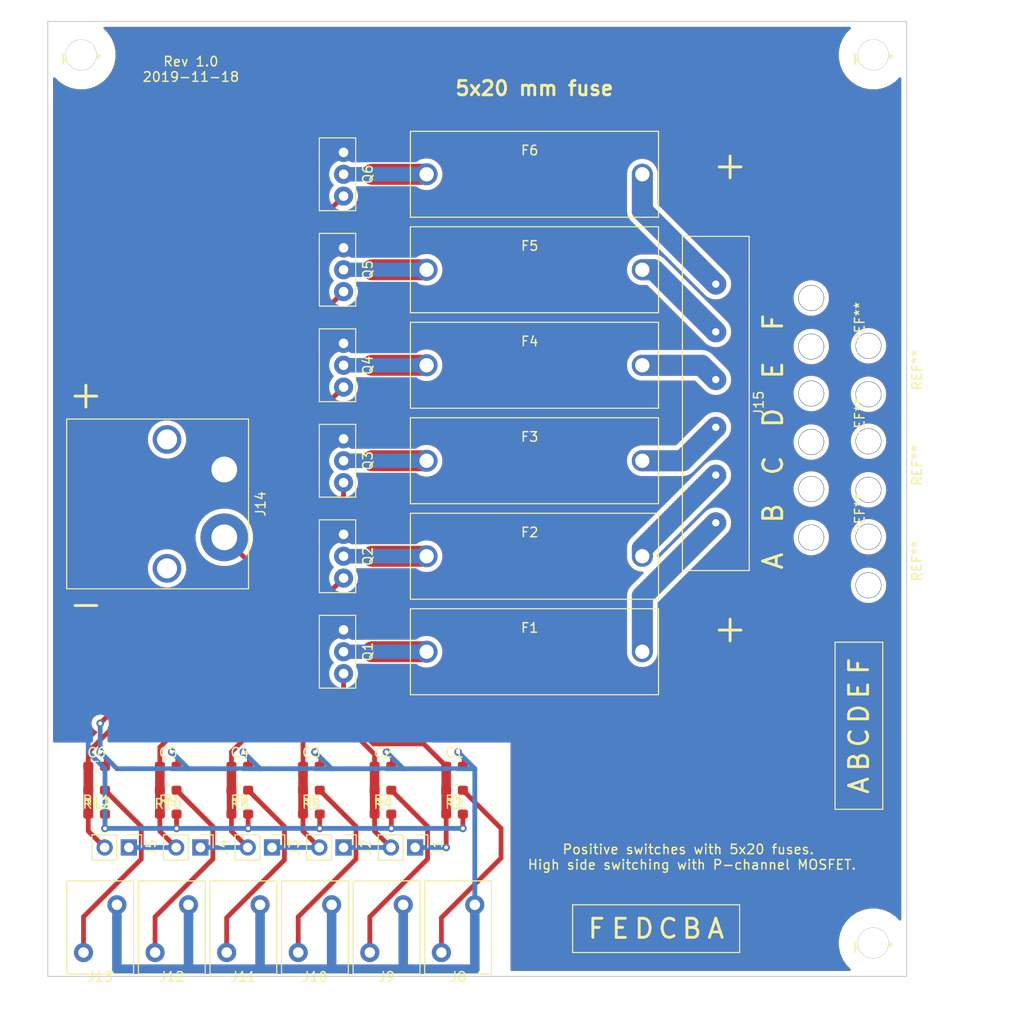
<source format=kicad_pcb>
(kicad_pcb (version 20171130) (host pcbnew "(5.1.4)-1")

  (general
    (thickness 1.6)
    (drawings 37)
    (tracks 207)
    (zones 0)
    (modules 52)
    (nets 27)
  )

  (page A4)
  (layers
    (0 F.Cu signal)
    (31 B.Cu signal)
    (32 B.Adhes user)
    (33 F.Adhes user)
    (34 B.Paste user)
    (35 F.Paste user)
    (36 B.SilkS user)
    (37 F.SilkS user)
    (38 B.Mask user)
    (39 F.Mask user)
    (40 Dwgs.User user)
    (41 Cmts.User user)
    (42 Eco1.User user)
    (43 Eco2.User user)
    (44 Edge.Cuts user)
    (45 Margin user)
    (46 B.CrtYd user)
    (47 F.CrtYd user)
    (48 B.Fab user)
    (49 F.Fab user)
  )

  (setup
    (last_trace_width 0.5)
    (user_trace_width 0.5)
    (user_trace_width 1)
    (user_trace_width 1.5)
    (user_trace_width 2.2)
    (trace_clearance 0.2)
    (zone_clearance 0.508)
    (zone_45_only no)
    (trace_min 0.2)
    (via_size 0.8)
    (via_drill 0.4)
    (via_min_size 0.4)
    (via_min_drill 0.3)
    (uvia_size 0.3)
    (uvia_drill 0.1)
    (uvias_allowed no)
    (uvia_min_size 0.2)
    (uvia_min_drill 0.1)
    (edge_width 0.05)
    (segment_width 0.2)
    (pcb_text_width 0.3)
    (pcb_text_size 1.5 1.5)
    (mod_edge_width 0.12)
    (mod_text_size 1 1)
    (mod_text_width 0.15)
    (pad_size 5 5)
    (pad_drill 2.7)
    (pad_to_mask_clearance 0.051)
    (solder_mask_min_width 0.25)
    (aux_axis_origin 0 0)
    (grid_origin 40 100)
    (visible_elements 7FFFFFFF)
    (pcbplotparams
      (layerselection 0x010fc_ffffffff)
      (usegerberextensions false)
      (usegerberattributes false)
      (usegerberadvancedattributes false)
      (creategerberjobfile false)
      (excludeedgelayer true)
      (linewidth 0.100000)
      (plotframeref false)
      (viasonmask false)
      (mode 1)
      (useauxorigin false)
      (hpglpennumber 1)
      (hpglpenspeed 20)
      (hpglpendiameter 15.000000)
      (psnegative false)
      (psa4output false)
      (plotreference false)
      (plotvalue false)
      (plotinvisibletext false)
      (padsonsilk false)
      (subtractmaskfromsilk false)
      (outputformat 1)
      (mirror false)
      (drillshape 0)
      (scaleselection 1)
      (outputdirectory "Gerber/"))
  )

  (net 0 "")
  (net 1 +12V)
  (net 2 GND)
  (net 3 SSR-A)
  (net 4 SSR-B)
  (net 5 SSR-C)
  (net 6 SSR-D)
  (net 7 SSR-E)
  (net 8 SSR-F)
  (net 9 "Net-(C1-Pad1)")
  (net 10 "Net-(C2-Pad1)")
  (net 11 "Net-(C3-Pad1)")
  (net 12 "Net-(C4-Pad1)")
  (net 13 "Net-(C5-Pad1)")
  (net 14 "Net-(C6-Pad1)")
  (net 15 "Net-(F6-Pad1)")
  (net 16 "Net-(F5-Pad1)")
  (net 17 "Net-(F4-Pad1)")
  (net 18 "Net-(F3-Pad1)")
  (net 19 "Net-(F2-Pad1)")
  (net 20 "Net-(F1-Pad1)")
  (net 21 "Net-(J8-Pad1)")
  (net 22 "Net-(J9-Pad1)")
  (net 23 "Net-(J10-Pad1)")
  (net 24 "Net-(J11-Pad1)")
  (net 25 "Net-(J12-Pad1)")
  (net 26 "Net-(J13-Pad1)")

  (net_class Default "This is the default net class."
    (clearance 0.2)
    (trace_width 0.25)
    (via_dia 0.8)
    (via_drill 0.4)
    (uvia_dia 0.3)
    (uvia_drill 0.1)
    (add_net +12V)
    (add_net GND)
    (add_net "Net-(C1-Pad1)")
    (add_net "Net-(C2-Pad1)")
    (add_net "Net-(C3-Pad1)")
    (add_net "Net-(C4-Pad1)")
    (add_net "Net-(C5-Pad1)")
    (add_net "Net-(C6-Pad1)")
    (add_net "Net-(F1-Pad1)")
    (add_net "Net-(F2-Pad1)")
    (add_net "Net-(F3-Pad1)")
    (add_net "Net-(F4-Pad1)")
    (add_net "Net-(F5-Pad1)")
    (add_net "Net-(F6-Pad1)")
    (add_net "Net-(J10-Pad1)")
    (add_net "Net-(J11-Pad1)")
    (add_net "Net-(J12-Pad1)")
    (add_net "Net-(J13-Pad1)")
    (add_net "Net-(J8-Pad1)")
    (add_net "Net-(J9-Pad1)")
    (add_net SSR-A)
    (add_net SSR-B)
    (add_net SSR-C)
    (add_net SSR-D)
    (add_net SSR-E)
    (add_net SSR-F)
  )

  (module "Highside-powerdistribution:PTSA 1,5 2-3,5-Z" (layer F.Cu) (tedit 5DCFD3AD) (tstamp 5DCFDAB8)
    (at 70.5 147.5)
    (path /5DD4ECB1)
    (fp_text reference J11 (at 0 2.54) (layer F.SilkS)
      (effects (font (size 1 1) (thickness 0.15)))
    )
    (fp_text value Screw_Terminal_01x02 (at 0 -6.35) (layer F.Fab)
      (effects (font (size 1 1) (thickness 0.15)))
    )
    (fp_line (start -3.5 -7.5) (end 1.75 -7.5) (layer F.SilkS) (width 0.12))
    (fp_line (start -3.5 2.25) (end -3.5 -7.5) (layer F.SilkS) (width 0.12))
    (fp_line (start 3.5 2.25) (end -3.5 2.25) (layer F.SilkS) (width 0.12))
    (fp_line (start 3.5 -7.5) (end 3.5 2.25) (layer F.SilkS) (width 0.12))
    (fp_line (start 1.75 -7.5) (end 3.5 -7.5) (layer F.SilkS) (width 0.12))
    (pad 2 thru_hole circle (at 1.75 -5) (size 2 2) (drill 1.1) (layers *.Cu *.Mask)
      (net 2 GND))
    (pad 1 thru_hole circle (at -1.75 0 90) (size 2 2) (drill 1.1) (layers *.Cu *.Mask)
      (net 24 "Net-(J11-Pad1)"))
  )

  (module Highside-powerdistribution:Mountinghole (layer F.Cu) (tedit 5DD06B0A) (tstamp 5DD0F901)
    (at 136.5 53.5)
    (fp_text reference REF** (at 0 0.5) (layer F.SilkS)
      (effects (font (size 1 1) (thickness 0.15)))
    )
    (fp_text value Mountinghole (at 0 -0.5) (layer F.Fab)
      (effects (font (size 1 1) (thickness 0.15)))
    )
    (pad "" thru_hole circle (at 0 0) (size 3.22 3.22) (drill 3.2) (layers *.Cu *.Mask)
      (clearance 2) (zone_connect 2))
  )

  (module Highside-powerdistribution:Mountinghole (layer F.Cu) (tedit 5DD06B0A) (tstamp 5DD0F8F9)
    (at 53.5 53.5)
    (fp_text reference REF** (at 0 0.5) (layer F.SilkS)
      (effects (font (size 1 1) (thickness 0.15)))
    )
    (fp_text value Mountinghole (at 0 -0.5) (layer F.Fab)
      (effects (font (size 1 1) (thickness 0.15)))
    )
    (pad "" thru_hole circle (at 0 0) (size 3.22 3.22) (drill 3.2) (layers *.Cu *.Mask)
      (clearance 2) (zone_connect 2))
  )

  (module Highside-powerdistribution:Mountinghole (layer F.Cu) (tedit 5DD06B0A) (tstamp 5DD0F8F3)
    (at 136.5 146.5)
    (fp_text reference REF** (at 0 0.5) (layer F.SilkS)
      (effects (font (size 1 1) (thickness 0.15)))
    )
    (fp_text value Mountinghole (at 0 -0.5) (layer F.Fab)
      (effects (font (size 1 1) (thickness 0.15)))
    )
    (pad "" thru_hole circle (at 0 0) (size 3.22 3.22) (drill 3.2) (layers *.Cu *.Mask)
      (clearance 2) (zone_connect 2))
  )

  (module Highside-powerdistribution:WireDistresser (layer F.Cu) (tedit 5DD063D4) (tstamp 5DD0F45C)
    (at 136 106.5 90)
    (fp_text reference REF** (at 0 5.08 90) (layer F.SilkS)
      (effects (font (size 1 1) (thickness 0.15)))
    )
    (fp_text value WireDistresser (at 0 -3.81 90) (layer F.Fab)
      (effects (font (size 1 1) (thickness 0.15)))
    )
    (pad "" thru_hole circle (at 2.54 0 90) (size 2.7 2.7) (drill 2.6) (layers *.Cu *.Mask)
      (clearance 0.5))
    (pad "" thru_hole circle (at -2.54 0 90) (size 2.7 2.7) (drill 2.6) (layers *.Cu *.Mask)
      (clearance 0.5))
  )

  (module Highside-powerdistribution:WireDistresser (layer F.Cu) (tedit 5DD063D4) (tstamp 5DD0F452)
    (at 136 96.5 90)
    (fp_text reference REF** (at 0 5.08 90) (layer F.SilkS)
      (effects (font (size 1 1) (thickness 0.15)))
    )
    (fp_text value WireDistresser (at 0 -3.81 90) (layer F.Fab)
      (effects (font (size 1 1) (thickness 0.15)))
    )
    (pad "" thru_hole circle (at 2.54 0 90) (size 2.7 2.7) (drill 2.6) (layers *.Cu *.Mask)
      (clearance 0.5))
    (pad "" thru_hole circle (at -2.54 0 90) (size 2.7 2.7) (drill 2.6) (layers *.Cu *.Mask)
      (clearance 0.5))
  )

  (module Highside-powerdistribution:WireDistresser (layer F.Cu) (tedit 5DD063D4) (tstamp 5DD0F42C)
    (at 130 101.5 90)
    (fp_text reference REF** (at 0 5.08 90) (layer F.SilkS)
      (effects (font (size 1 1) (thickness 0.15)))
    )
    (fp_text value WireDistresser (at 0 -3.81 90) (layer F.Fab)
      (effects (font (size 1 1) (thickness 0.15)))
    )
    (pad "" thru_hole circle (at 2.54 0 90) (size 2.7 2.7) (drill 2.6) (layers *.Cu *.Mask)
      (clearance 0.5))
    (pad "" thru_hole circle (at -2.54 0 90) (size 2.7 2.7) (drill 2.6) (layers *.Cu *.Mask)
      (clearance 0.5))
  )

  (module Highside-powerdistribution:WireDistresser (layer F.Cu) (tedit 5DD063D4) (tstamp 5DD0F422)
    (at 130 91.5 90)
    (fp_text reference REF** (at 0 5.08 90) (layer F.SilkS)
      (effects (font (size 1 1) (thickness 0.15)))
    )
    (fp_text value WireDistresser (at 0 -3.81 90) (layer F.Fab)
      (effects (font (size 1 1) (thickness 0.15)))
    )
    (pad "" thru_hole circle (at 2.54 0 90) (size 2.7 2.7) (drill 2.6) (layers *.Cu *.Mask)
      (clearance 0.5))
    (pad "" thru_hole circle (at -2.54 0 90) (size 2.7 2.7) (drill 2.6) (layers *.Cu *.Mask)
      (clearance 0.5))
  )

  (module Highside-powerdistribution:WireDistresser (layer F.Cu) (tedit 5DD063D4) (tstamp 5DD0F418)
    (at 136 86.5 90)
    (fp_text reference REF** (at 0 5.08 90) (layer F.SilkS)
      (effects (font (size 1 1) (thickness 0.15)))
    )
    (fp_text value WireDistresser (at 0 -3.81 90) (layer F.Fab)
      (effects (font (size 1 1) (thickness 0.15)))
    )
    (pad "" thru_hole circle (at 2.54 0 90) (size 2.7 2.7) (drill 2.6) (layers *.Cu *.Mask)
      (clearance 0.5))
    (pad "" thru_hole circle (at -2.54 0 90) (size 2.7 2.7) (drill 2.6) (layers *.Cu *.Mask)
      (clearance 0.5))
  )

  (module Highside-powerdistribution:WireDistresser (layer F.Cu) (tedit 5DD063D4) (tstamp 5DD0F408)
    (at 130 81.5 90)
    (fp_text reference REF** (at 0 5.08 90) (layer F.SilkS)
      (effects (font (size 1 1) (thickness 0.15)))
    )
    (fp_text value WireDistresser (at 0 -3.81 90) (layer F.Fab)
      (effects (font (size 1 1) (thickness 0.15)))
    )
    (pad "" thru_hole circle (at 2.54 0 90) (size 2.7 2.7) (drill 2.6) (layers *.Cu *.Mask)
      (clearance 0.5))
    (pad "" thru_hole circle (at -2.54 0 90) (size 2.7 2.7) (drill 2.6) (layers *.Cu *.Mask)
      (clearance 0.5))
  )

  (module Highside-powerdistribution:ETB11060B000Z (layer F.Cu) (tedit 5DCFD889) (tstamp 5DD05C16)
    (at 120 90 90)
    (descr https://www.tme.eu/Document/fc46f4835401e1efd2b1c63222fda02a/ETB11040B000Z.pdf)
    (path /5DD77384)
    (fp_text reference J15 (at 0 4.5 90) (layer F.SilkS)
      (effects (font (size 1 1) (thickness 0.15)))
    )
    (fp_text value Screw_Terminal_01x06 (at 0 -4.5 90) (layer F.Fab)
      (effects (font (size 1 1) (thickness 0.15)))
    )
    (fp_line (start -17.5 3.5) (end 2.5 3.5) (layer F.SilkS) (width 0.12))
    (fp_line (start -17.5 -3.5) (end -17.5 3.5) (layer F.SilkS) (width 0.12))
    (fp_line (start 17.5 -3.5) (end -17.5 -3.5) (layer F.SilkS) (width 0.12))
    (fp_line (start 17.5 3.5) (end 17.5 -3.5) (layer F.SilkS) (width 0.12))
    (fp_line (start 2.5 3.5) (end 17.5 3.5) (layer F.SilkS) (width 0.12))
    (pad 6 thru_hole circle (at 12.5 0 90) (size 1.524 1.524) (drill 0.762) (layers *.Cu *.Mask)
      (net 15 "Net-(F6-Pad1)"))
    (pad 5 thru_hole circle (at 7.5 0 90) (size 1.524 1.524) (drill 0.762) (layers *.Cu *.Mask)
      (net 16 "Net-(F5-Pad1)"))
    (pad 4 thru_hole circle (at 2.5 0 90) (size 1.524 1.524) (drill 0.762) (layers *.Cu *.Mask)
      (net 17 "Net-(F4-Pad1)"))
    (pad 3 thru_hole circle (at -2.5 0 90) (size 1.524 1.524) (drill 0.762) (layers *.Cu *.Mask)
      (net 18 "Net-(F3-Pad1)"))
    (pad 2 thru_hole circle (at -7.5 0 90) (size 1.524 1.524) (drill 0.762) (layers *.Cu *.Mask)
      (net 19 "Net-(F2-Pad1)"))
    (pad 1 thru_hole circle (at -12.5 0 90) (size 1.524 1.524) (drill 0.762) (layers *.Cu *.Mask)
      (net 20 "Net-(F1-Pad1)"))
  )

  (module "Highside-powerdistribution:PTSA 1,5 2-3,5-Z" (layer F.Cu) (tedit 5DCFD3AD) (tstamp 5DCFDACE)
    (at 55.5 147.5)
    (path /5DD247FF)
    (fp_text reference J13 (at 0 2.54) (layer F.SilkS)
      (effects (font (size 1 1) (thickness 0.15)))
    )
    (fp_text value Screw_Terminal_01x02 (at 0 -6.35) (layer F.Fab)
      (effects (font (size 1 1) (thickness 0.15)))
    )
    (fp_line (start -3.5 -7.5) (end 1.75 -7.5) (layer F.SilkS) (width 0.12))
    (fp_line (start -3.5 2.25) (end -3.5 -7.5) (layer F.SilkS) (width 0.12))
    (fp_line (start 3.5 2.25) (end -3.5 2.25) (layer F.SilkS) (width 0.12))
    (fp_line (start 3.5 -7.5) (end 3.5 2.25) (layer F.SilkS) (width 0.12))
    (fp_line (start 1.75 -7.5) (end 3.5 -7.5) (layer F.SilkS) (width 0.12))
    (pad 2 thru_hole circle (at 1.75 -5) (size 2 2) (drill 1.1) (layers *.Cu *.Mask)
      (net 2 GND))
    (pad 1 thru_hole circle (at -1.75 0 90) (size 2 2) (drill 1.1) (layers *.Cu *.Mask)
      (net 26 "Net-(J13-Pad1)"))
  )

  (module "Highside-powerdistribution:PTSA 1,5 2-3,5-Z" (layer F.Cu) (tedit 5DCFD3AD) (tstamp 5DCFDAC3)
    (at 63 147.5)
    (path /5DD521C0)
    (fp_text reference J12 (at 0 2.54) (layer F.SilkS)
      (effects (font (size 1 1) (thickness 0.15)))
    )
    (fp_text value Screw_Terminal_01x02 (at 0 -6.35) (layer F.Fab)
      (effects (font (size 1 1) (thickness 0.15)))
    )
    (fp_line (start -3.5 -7.5) (end 1.75 -7.5) (layer F.SilkS) (width 0.12))
    (fp_line (start -3.5 2.25) (end -3.5 -7.5) (layer F.SilkS) (width 0.12))
    (fp_line (start 3.5 2.25) (end -3.5 2.25) (layer F.SilkS) (width 0.12))
    (fp_line (start 3.5 -7.5) (end 3.5 2.25) (layer F.SilkS) (width 0.12))
    (fp_line (start 1.75 -7.5) (end 3.5 -7.5) (layer F.SilkS) (width 0.12))
    (pad 2 thru_hole circle (at 1.75 -5) (size 2 2) (drill 1.1) (layers *.Cu *.Mask)
      (net 2 GND))
    (pad 1 thru_hole circle (at -1.75 0 90) (size 2 2) (drill 1.1) (layers *.Cu *.Mask)
      (net 25 "Net-(J12-Pad1)"))
  )

  (module "Highside-powerdistribution:PTSA 1,5 2-3,5-Z" (layer F.Cu) (tedit 5DCFD3AD) (tstamp 5DCFDAAD)
    (at 78 147.5)
    (path /5DD4BB69)
    (fp_text reference J10 (at 0 2.54) (layer F.SilkS)
      (effects (font (size 1 1) (thickness 0.15)))
    )
    (fp_text value Screw_Terminal_01x02 (at 0 -6.35) (layer F.Fab)
      (effects (font (size 1 1) (thickness 0.15)))
    )
    (fp_line (start -3.5 -7.5) (end 1.75 -7.5) (layer F.SilkS) (width 0.12))
    (fp_line (start -3.5 2.25) (end -3.5 -7.5) (layer F.SilkS) (width 0.12))
    (fp_line (start 3.5 2.25) (end -3.5 2.25) (layer F.SilkS) (width 0.12))
    (fp_line (start 3.5 -7.5) (end 3.5 2.25) (layer F.SilkS) (width 0.12))
    (fp_line (start 1.75 -7.5) (end 3.5 -7.5) (layer F.SilkS) (width 0.12))
    (pad 2 thru_hole circle (at 1.75 -5) (size 2 2) (drill 1.1) (layers *.Cu *.Mask)
      (net 2 GND))
    (pad 1 thru_hole circle (at -1.75 0 90) (size 2 2) (drill 1.1) (layers *.Cu *.Mask)
      (net 23 "Net-(J10-Pad1)"))
  )

  (module "Highside-powerdistribution:PTSA 1,5 2-3,5-Z" (layer F.Cu) (tedit 5DCFD3AD) (tstamp 5DD06233)
    (at 85.5 147.5)
    (path /5DD3FDE1)
    (fp_text reference J9 (at 0 2.54) (layer F.SilkS)
      (effects (font (size 1 1) (thickness 0.15)))
    )
    (fp_text value Screw_Terminal_01x02 (at 0 -6.35) (layer F.Fab)
      (effects (font (size 1 1) (thickness 0.15)))
    )
    (fp_line (start -3.5 -7.5) (end 1.75 -7.5) (layer F.SilkS) (width 0.12))
    (fp_line (start -3.5 2.25) (end -3.5 -7.5) (layer F.SilkS) (width 0.12))
    (fp_line (start 3.5 2.25) (end -3.5 2.25) (layer F.SilkS) (width 0.12))
    (fp_line (start 3.5 -7.5) (end 3.5 2.25) (layer F.SilkS) (width 0.12))
    (fp_line (start 1.75 -7.5) (end 3.5 -7.5) (layer F.SilkS) (width 0.12))
    (pad 2 thru_hole circle (at 1.75 -5) (size 2 2) (drill 1.1) (layers *.Cu *.Mask)
      (net 2 GND))
    (pad 1 thru_hole circle (at -1.75 0 90) (size 2 2) (drill 1.1) (layers *.Cu *.Mask)
      (net 22 "Net-(J9-Pad1)"))
  )

  (module "Highside-powerdistribution:PTSA 1,5 2-3,5-Z" (layer F.Cu) (tedit 5DCFD3AD) (tstamp 5DD05FDA)
    (at 93 147.5)
    (path /5DD1C9F7)
    (fp_text reference J8 (at 0 2.54) (layer F.SilkS)
      (effects (font (size 1 1) (thickness 0.15)))
    )
    (fp_text value Screw_Terminal_01x02 (at 0 -6.35) (layer F.Fab)
      (effects (font (size 1 1) (thickness 0.15)))
    )
    (fp_line (start -3.5 -7.5) (end 1.75 -7.5) (layer F.SilkS) (width 0.12))
    (fp_line (start -3.5 2.25) (end -3.5 -7.5) (layer F.SilkS) (width 0.12))
    (fp_line (start 3.5 2.25) (end -3.5 2.25) (layer F.SilkS) (width 0.12))
    (fp_line (start 3.5 -7.5) (end 3.5 2.25) (layer F.SilkS) (width 0.12))
    (fp_line (start 1.75 -7.5) (end 3.5 -7.5) (layer F.SilkS) (width 0.12))
    (pad 2 thru_hole circle (at 1.75 -5) (size 2 2) (drill 1.1) (layers *.Cu *.Mask)
      (net 2 GND))
    (pad 1 thru_hole circle (at -1.75 0 90) (size 2 2) (drill 1.1) (layers *.Cu *.Mask)
      (net 21 "Net-(J8-Pad1)"))
  )

  (module Resistor_SMD:R_0603_1608Metric_Pad1.05x0.95mm_HandSolder (layer F.Cu) (tedit 5B301BBD) (tstamp 5DD064BE)
    (at 55.125 130.5 180)
    (descr "Resistor SMD 0603 (1608 Metric), square (rectangular) end terminal, IPC_7351 nominal with elongated pad for handsoldering. (Body size source: http://www.tortai-tech.com/upload/download/2011102023233369053.pdf), generated with kicad-footprint-generator")
    (tags "resistor handsolder")
    (path /5DD2480D)
    (attr smd)
    (fp_text reference R12 (at 0 -1.43) (layer F.SilkS)
      (effects (font (size 1 1) (thickness 0.15)))
    )
    (fp_text value R (at 0 1.43) (layer F.Fab)
      (effects (font (size 1 1) (thickness 0.15)))
    )
    (fp_text user %R (at 0 0) (layer F.Fab)
      (effects (font (size 0.4 0.4) (thickness 0.06)))
    )
    (fp_line (start 1.65 0.73) (end -1.65 0.73) (layer F.CrtYd) (width 0.05))
    (fp_line (start 1.65 -0.73) (end 1.65 0.73) (layer F.CrtYd) (width 0.05))
    (fp_line (start -1.65 -0.73) (end 1.65 -0.73) (layer F.CrtYd) (width 0.05))
    (fp_line (start -1.65 0.73) (end -1.65 -0.73) (layer F.CrtYd) (width 0.05))
    (fp_line (start -0.171267 0.51) (end 0.171267 0.51) (layer F.SilkS) (width 0.12))
    (fp_line (start -0.171267 -0.51) (end 0.171267 -0.51) (layer F.SilkS) (width 0.12))
    (fp_line (start 0.8 0.4) (end -0.8 0.4) (layer F.Fab) (width 0.1))
    (fp_line (start 0.8 -0.4) (end 0.8 0.4) (layer F.Fab) (width 0.1))
    (fp_line (start -0.8 -0.4) (end 0.8 -0.4) (layer F.Fab) (width 0.1))
    (fp_line (start -0.8 0.4) (end -0.8 -0.4) (layer F.Fab) (width 0.1))
    (pad 2 smd roundrect (at 0.875 0 180) (size 1.05 0.95) (layers F.Cu F.Paste F.Mask) (roundrect_rratio 0.25)
      (net 14 "Net-(C6-Pad1)"))
    (pad 1 smd roundrect (at -0.875 0 180) (size 1.05 0.95) (layers F.Cu F.Paste F.Mask) (roundrect_rratio 0.25)
      (net 26 "Net-(J13-Pad1)"))
    (model ${KISYS3DMOD}/Resistor_SMD.3dshapes/R_0603_1608Metric.wrl
      (at (xyz 0 0 0))
      (scale (xyz 1 1 1))
      (rotate (xyz 0 0 0))
    )
  )

  (module Resistor_SMD:R_0603_1608Metric_Pad1.05x0.95mm_HandSolder (layer F.Cu) (tedit 5B301BBD) (tstamp 5DD0645E)
    (at 55.125 133)
    (descr "Resistor SMD 0603 (1608 Metric), square (rectangular) end terminal, IPC_7351 nominal with elongated pad for handsoldering. (Body size source: http://www.tortai-tech.com/upload/download/2011102023233369053.pdf), generated with kicad-footprint-generator")
    (tags "resistor handsolder")
    (path /5DD247F7)
    (attr smd)
    (fp_text reference R11 (at 0 -1.43) (layer F.SilkS)
      (effects (font (size 1 1) (thickness 0.15)))
    )
    (fp_text value R (at 0 1.43) (layer F.Fab)
      (effects (font (size 1 1) (thickness 0.15)))
    )
    (fp_text user %R (at 0 0) (layer F.Fab)
      (effects (font (size 0.4 0.4) (thickness 0.06)))
    )
    (fp_line (start 1.65 0.73) (end -1.65 0.73) (layer F.CrtYd) (width 0.05))
    (fp_line (start 1.65 -0.73) (end 1.65 0.73) (layer F.CrtYd) (width 0.05))
    (fp_line (start -1.65 -0.73) (end 1.65 -0.73) (layer F.CrtYd) (width 0.05))
    (fp_line (start -1.65 0.73) (end -1.65 -0.73) (layer F.CrtYd) (width 0.05))
    (fp_line (start -0.171267 0.51) (end 0.171267 0.51) (layer F.SilkS) (width 0.12))
    (fp_line (start -0.171267 -0.51) (end 0.171267 -0.51) (layer F.SilkS) (width 0.12))
    (fp_line (start 0.8 0.4) (end -0.8 0.4) (layer F.Fab) (width 0.1))
    (fp_line (start 0.8 -0.4) (end 0.8 0.4) (layer F.Fab) (width 0.1))
    (fp_line (start -0.8 -0.4) (end 0.8 -0.4) (layer F.Fab) (width 0.1))
    (fp_line (start -0.8 0.4) (end -0.8 -0.4) (layer F.Fab) (width 0.1))
    (pad 2 smd roundrect (at 0.875 0) (size 1.05 0.95) (layers F.Cu F.Paste F.Mask) (roundrect_rratio 0.25)
      (net 1 +12V))
    (pad 1 smd roundrect (at -0.875 0) (size 1.05 0.95) (layers F.Cu F.Paste F.Mask) (roundrect_rratio 0.25)
      (net 14 "Net-(C6-Pad1)"))
    (model ${KISYS3DMOD}/Resistor_SMD.3dshapes/R_0603_1608Metric.wrl
      (at (xyz 0 0 0))
      (scale (xyz 1 1 1))
      (rotate (xyz 0 0 0))
    )
  )

  (module Resistor_SMD:R_0603_1608Metric_Pad1.05x0.95mm_HandSolder (layer F.Cu) (tedit 5B301BBD) (tstamp 5DD0648E)
    (at 62.625 130.5 180)
    (descr "Resistor SMD 0603 (1608 Metric), square (rectangular) end terminal, IPC_7351 nominal with elongated pad for handsoldering. (Body size source: http://www.tortai-tech.com/upload/download/2011102023233369053.pdf), generated with kicad-footprint-generator")
    (tags "resistor handsolder")
    (path /5DD521CE)
    (attr smd)
    (fp_text reference R10 (at 0 -1.43) (layer F.SilkS)
      (effects (font (size 1 1) (thickness 0.15)))
    )
    (fp_text value R (at 0 1.43) (layer F.Fab)
      (effects (font (size 1 1) (thickness 0.15)))
    )
    (fp_text user %R (at 0 0) (layer F.Fab)
      (effects (font (size 0.4 0.4) (thickness 0.06)))
    )
    (fp_line (start 1.65 0.73) (end -1.65 0.73) (layer F.CrtYd) (width 0.05))
    (fp_line (start 1.65 -0.73) (end 1.65 0.73) (layer F.CrtYd) (width 0.05))
    (fp_line (start -1.65 -0.73) (end 1.65 -0.73) (layer F.CrtYd) (width 0.05))
    (fp_line (start -1.65 0.73) (end -1.65 -0.73) (layer F.CrtYd) (width 0.05))
    (fp_line (start -0.171267 0.51) (end 0.171267 0.51) (layer F.SilkS) (width 0.12))
    (fp_line (start -0.171267 -0.51) (end 0.171267 -0.51) (layer F.SilkS) (width 0.12))
    (fp_line (start 0.8 0.4) (end -0.8 0.4) (layer F.Fab) (width 0.1))
    (fp_line (start 0.8 -0.4) (end 0.8 0.4) (layer F.Fab) (width 0.1))
    (fp_line (start -0.8 -0.4) (end 0.8 -0.4) (layer F.Fab) (width 0.1))
    (fp_line (start -0.8 0.4) (end -0.8 -0.4) (layer F.Fab) (width 0.1))
    (pad 2 smd roundrect (at 0.875 0 180) (size 1.05 0.95) (layers F.Cu F.Paste F.Mask) (roundrect_rratio 0.25)
      (net 13 "Net-(C5-Pad1)"))
    (pad 1 smd roundrect (at -0.875 0 180) (size 1.05 0.95) (layers F.Cu F.Paste F.Mask) (roundrect_rratio 0.25)
      (net 25 "Net-(J12-Pad1)"))
    (model ${KISYS3DMOD}/Resistor_SMD.3dshapes/R_0603_1608Metric.wrl
      (at (xyz 0 0 0))
      (scale (xyz 1 1 1))
      (rotate (xyz 0 0 0))
    )
  )

  (module Resistor_SMD:R_0603_1608Metric_Pad1.05x0.95mm_HandSolder (layer F.Cu) (tedit 5B301BBD) (tstamp 5DD0662C)
    (at 62.625 133)
    (descr "Resistor SMD 0603 (1608 Metric), square (rectangular) end terminal, IPC_7351 nominal with elongated pad for handsoldering. (Body size source: http://www.tortai-tech.com/upload/download/2011102023233369053.pdf), generated with kicad-footprint-generator")
    (tags "resistor handsolder")
    (path /5DD521B8)
    (attr smd)
    (fp_text reference R9 (at 0 -1.43) (layer F.SilkS)
      (effects (font (size 1 1) (thickness 0.15)))
    )
    (fp_text value R (at 0 1.43) (layer F.Fab)
      (effects (font (size 1 1) (thickness 0.15)))
    )
    (fp_text user %R (at 0 0) (layer F.Fab)
      (effects (font (size 0.4 0.4) (thickness 0.06)))
    )
    (fp_line (start 1.65 0.73) (end -1.65 0.73) (layer F.CrtYd) (width 0.05))
    (fp_line (start 1.65 -0.73) (end 1.65 0.73) (layer F.CrtYd) (width 0.05))
    (fp_line (start -1.65 -0.73) (end 1.65 -0.73) (layer F.CrtYd) (width 0.05))
    (fp_line (start -1.65 0.73) (end -1.65 -0.73) (layer F.CrtYd) (width 0.05))
    (fp_line (start -0.171267 0.51) (end 0.171267 0.51) (layer F.SilkS) (width 0.12))
    (fp_line (start -0.171267 -0.51) (end 0.171267 -0.51) (layer F.SilkS) (width 0.12))
    (fp_line (start 0.8 0.4) (end -0.8 0.4) (layer F.Fab) (width 0.1))
    (fp_line (start 0.8 -0.4) (end 0.8 0.4) (layer F.Fab) (width 0.1))
    (fp_line (start -0.8 -0.4) (end 0.8 -0.4) (layer F.Fab) (width 0.1))
    (fp_line (start -0.8 0.4) (end -0.8 -0.4) (layer F.Fab) (width 0.1))
    (pad 2 smd roundrect (at 0.875 0) (size 1.05 0.95) (layers F.Cu F.Paste F.Mask) (roundrect_rratio 0.25)
      (net 1 +12V))
    (pad 1 smd roundrect (at -0.875 0) (size 1.05 0.95) (layers F.Cu F.Paste F.Mask) (roundrect_rratio 0.25)
      (net 13 "Net-(C5-Pad1)"))
    (model ${KISYS3DMOD}/Resistor_SMD.3dshapes/R_0603_1608Metric.wrl
      (at (xyz 0 0 0))
      (scale (xyz 1 1 1))
      (rotate (xyz 0 0 0))
    )
  )

  (module Resistor_SMD:R_0603_1608Metric_Pad1.05x0.95mm_HandSolder (layer F.Cu) (tedit 5B301BBD) (tstamp 5DD0653C)
    (at 70.125 130.5 180)
    (descr "Resistor SMD 0603 (1608 Metric), square (rectangular) end terminal, IPC_7351 nominal with elongated pad for handsoldering. (Body size source: http://www.tortai-tech.com/upload/download/2011102023233369053.pdf), generated with kicad-footprint-generator")
    (tags "resistor handsolder")
    (path /5DD4ECBF)
    (attr smd)
    (fp_text reference R8 (at 0 -1.43) (layer F.SilkS)
      (effects (font (size 1 1) (thickness 0.15)))
    )
    (fp_text value R (at 0 1.43) (layer F.Fab)
      (effects (font (size 1 1) (thickness 0.15)))
    )
    (fp_text user %R (at 0 0) (layer F.Fab)
      (effects (font (size 0.4 0.4) (thickness 0.06)))
    )
    (fp_line (start 1.65 0.73) (end -1.65 0.73) (layer F.CrtYd) (width 0.05))
    (fp_line (start 1.65 -0.73) (end 1.65 0.73) (layer F.CrtYd) (width 0.05))
    (fp_line (start -1.65 -0.73) (end 1.65 -0.73) (layer F.CrtYd) (width 0.05))
    (fp_line (start -1.65 0.73) (end -1.65 -0.73) (layer F.CrtYd) (width 0.05))
    (fp_line (start -0.171267 0.51) (end 0.171267 0.51) (layer F.SilkS) (width 0.12))
    (fp_line (start -0.171267 -0.51) (end 0.171267 -0.51) (layer F.SilkS) (width 0.12))
    (fp_line (start 0.8 0.4) (end -0.8 0.4) (layer F.Fab) (width 0.1))
    (fp_line (start 0.8 -0.4) (end 0.8 0.4) (layer F.Fab) (width 0.1))
    (fp_line (start -0.8 -0.4) (end 0.8 -0.4) (layer F.Fab) (width 0.1))
    (fp_line (start -0.8 0.4) (end -0.8 -0.4) (layer F.Fab) (width 0.1))
    (pad 2 smd roundrect (at 0.875 0 180) (size 1.05 0.95) (layers F.Cu F.Paste F.Mask) (roundrect_rratio 0.25)
      (net 12 "Net-(C4-Pad1)"))
    (pad 1 smd roundrect (at -0.875 0 180) (size 1.05 0.95) (layers F.Cu F.Paste F.Mask) (roundrect_rratio 0.25)
      (net 24 "Net-(J11-Pad1)"))
    (model ${KISYS3DMOD}/Resistor_SMD.3dshapes/R_0603_1608Metric.wrl
      (at (xyz 0 0 0))
      (scale (xyz 1 1 1))
      (rotate (xyz 0 0 0))
    )
  )

  (module Resistor_SMD:R_0603_1608Metric_Pad1.05x0.95mm_HandSolder (layer F.Cu) (tedit 5B301BBD) (tstamp 5DD0656C)
    (at 70.125 133)
    (descr "Resistor SMD 0603 (1608 Metric), square (rectangular) end terminal, IPC_7351 nominal with elongated pad for handsoldering. (Body size source: http://www.tortai-tech.com/upload/download/2011102023233369053.pdf), generated with kicad-footprint-generator")
    (tags "resistor handsolder")
    (path /5DD4ECA9)
    (attr smd)
    (fp_text reference R7 (at 0 -1.43) (layer F.SilkS)
      (effects (font (size 1 1) (thickness 0.15)))
    )
    (fp_text value R (at 0 1.43) (layer F.Fab)
      (effects (font (size 1 1) (thickness 0.15)))
    )
    (fp_text user %R (at 0 0) (layer F.Fab)
      (effects (font (size 0.4 0.4) (thickness 0.06)))
    )
    (fp_line (start 1.65 0.73) (end -1.65 0.73) (layer F.CrtYd) (width 0.05))
    (fp_line (start 1.65 -0.73) (end 1.65 0.73) (layer F.CrtYd) (width 0.05))
    (fp_line (start -1.65 -0.73) (end 1.65 -0.73) (layer F.CrtYd) (width 0.05))
    (fp_line (start -1.65 0.73) (end -1.65 -0.73) (layer F.CrtYd) (width 0.05))
    (fp_line (start -0.171267 0.51) (end 0.171267 0.51) (layer F.SilkS) (width 0.12))
    (fp_line (start -0.171267 -0.51) (end 0.171267 -0.51) (layer F.SilkS) (width 0.12))
    (fp_line (start 0.8 0.4) (end -0.8 0.4) (layer F.Fab) (width 0.1))
    (fp_line (start 0.8 -0.4) (end 0.8 0.4) (layer F.Fab) (width 0.1))
    (fp_line (start -0.8 -0.4) (end 0.8 -0.4) (layer F.Fab) (width 0.1))
    (fp_line (start -0.8 0.4) (end -0.8 -0.4) (layer F.Fab) (width 0.1))
    (pad 2 smd roundrect (at 0.875 0) (size 1.05 0.95) (layers F.Cu F.Paste F.Mask) (roundrect_rratio 0.25)
      (net 1 +12V))
    (pad 1 smd roundrect (at -0.875 0) (size 1.05 0.95) (layers F.Cu F.Paste F.Mask) (roundrect_rratio 0.25)
      (net 12 "Net-(C4-Pad1)"))
    (model ${KISYS3DMOD}/Resistor_SMD.3dshapes/R_0603_1608Metric.wrl
      (at (xyz 0 0 0))
      (scale (xyz 1 1 1))
      (rotate (xyz 0 0 0))
    )
  )

  (module Resistor_SMD:R_0603_1608Metric_Pad1.05x0.95mm_HandSolder (layer F.Cu) (tedit 5B301BBD) (tstamp 5DD0659C)
    (at 77.625 130.5 180)
    (descr "Resistor SMD 0603 (1608 Metric), square (rectangular) end terminal, IPC_7351 nominal with elongated pad for handsoldering. (Body size source: http://www.tortai-tech.com/upload/download/2011102023233369053.pdf), generated with kicad-footprint-generator")
    (tags "resistor handsolder")
    (path /5DD4BB77)
    (attr smd)
    (fp_text reference R6 (at 0 -1.43) (layer F.SilkS)
      (effects (font (size 1 1) (thickness 0.15)))
    )
    (fp_text value R (at 0 1.43) (layer F.Fab)
      (effects (font (size 1 1) (thickness 0.15)))
    )
    (fp_text user %R (at 0 0) (layer F.Fab)
      (effects (font (size 0.4 0.4) (thickness 0.06)))
    )
    (fp_line (start 1.65 0.73) (end -1.65 0.73) (layer F.CrtYd) (width 0.05))
    (fp_line (start 1.65 -0.73) (end 1.65 0.73) (layer F.CrtYd) (width 0.05))
    (fp_line (start -1.65 -0.73) (end 1.65 -0.73) (layer F.CrtYd) (width 0.05))
    (fp_line (start -1.65 0.73) (end -1.65 -0.73) (layer F.CrtYd) (width 0.05))
    (fp_line (start -0.171267 0.51) (end 0.171267 0.51) (layer F.SilkS) (width 0.12))
    (fp_line (start -0.171267 -0.51) (end 0.171267 -0.51) (layer F.SilkS) (width 0.12))
    (fp_line (start 0.8 0.4) (end -0.8 0.4) (layer F.Fab) (width 0.1))
    (fp_line (start 0.8 -0.4) (end 0.8 0.4) (layer F.Fab) (width 0.1))
    (fp_line (start -0.8 -0.4) (end 0.8 -0.4) (layer F.Fab) (width 0.1))
    (fp_line (start -0.8 0.4) (end -0.8 -0.4) (layer F.Fab) (width 0.1))
    (pad 2 smd roundrect (at 0.875 0 180) (size 1.05 0.95) (layers F.Cu F.Paste F.Mask) (roundrect_rratio 0.25)
      (net 11 "Net-(C3-Pad1)"))
    (pad 1 smd roundrect (at -0.875 0 180) (size 1.05 0.95) (layers F.Cu F.Paste F.Mask) (roundrect_rratio 0.25)
      (net 23 "Net-(J10-Pad1)"))
    (model ${KISYS3DMOD}/Resistor_SMD.3dshapes/R_0603_1608Metric.wrl
      (at (xyz 0 0 0))
      (scale (xyz 1 1 1))
      (rotate (xyz 0 0 0))
    )
  )

  (module Resistor_SMD:R_0603_1608Metric_Pad1.05x0.95mm_HandSolder (layer F.Cu) (tedit 5B301BBD) (tstamp 5DD0650C)
    (at 77.625 133)
    (descr "Resistor SMD 0603 (1608 Metric), square (rectangular) end terminal, IPC_7351 nominal with elongated pad for handsoldering. (Body size source: http://www.tortai-tech.com/upload/download/2011102023233369053.pdf), generated with kicad-footprint-generator")
    (tags "resistor handsolder")
    (path /5DD4BB61)
    (attr smd)
    (fp_text reference R5 (at 0 -1.43) (layer F.SilkS)
      (effects (font (size 1 1) (thickness 0.15)))
    )
    (fp_text value R (at 0 1.43) (layer F.Fab)
      (effects (font (size 1 1) (thickness 0.15)))
    )
    (fp_text user %R (at 0 -0.5) (layer F.Fab)
      (effects (font (size 0.4 0.4) (thickness 0.06)))
    )
    (fp_line (start 1.65 0.73) (end -1.65 0.73) (layer F.CrtYd) (width 0.05))
    (fp_line (start 1.65 -0.73) (end 1.65 0.73) (layer F.CrtYd) (width 0.05))
    (fp_line (start -1.65 -0.73) (end 1.65 -0.73) (layer F.CrtYd) (width 0.05))
    (fp_line (start -1.65 0.73) (end -1.65 -0.73) (layer F.CrtYd) (width 0.05))
    (fp_line (start -0.171267 0.51) (end 0.171267 0.51) (layer F.SilkS) (width 0.12))
    (fp_line (start -0.171267 -0.51) (end 0.171267 -0.51) (layer F.SilkS) (width 0.12))
    (fp_line (start 0.8 0.4) (end -0.8 0.4) (layer F.Fab) (width 0.1))
    (fp_line (start 0.8 -0.4) (end 0.8 0.4) (layer F.Fab) (width 0.1))
    (fp_line (start -0.8 -0.4) (end 0.8 -0.4) (layer F.Fab) (width 0.1))
    (fp_line (start -0.8 0.4) (end -0.8 -0.4) (layer F.Fab) (width 0.1))
    (pad 2 smd roundrect (at 0.875 0) (size 1.05 0.95) (layers F.Cu F.Paste F.Mask) (roundrect_rratio 0.25)
      (net 1 +12V))
    (pad 1 smd roundrect (at -0.875 0) (size 1.05 0.95) (layers F.Cu F.Paste F.Mask) (roundrect_rratio 0.25)
      (net 11 "Net-(C3-Pad1)"))
    (model ${KISYS3DMOD}/Resistor_SMD.3dshapes/R_0603_1608Metric.wrl
      (at (xyz 0 0 0))
      (scale (xyz 1 1 1))
      (rotate (xyz 0 0 0))
    )
  )

  (module Resistor_SMD:R_0603_1608Metric_Pad1.05x0.95mm_HandSolder (layer F.Cu) (tedit 5B301BBD) (tstamp 5DD065CC)
    (at 85.125 130.5 180)
    (descr "Resistor SMD 0603 (1608 Metric), square (rectangular) end terminal, IPC_7351 nominal with elongated pad for handsoldering. (Body size source: http://www.tortai-tech.com/upload/download/2011102023233369053.pdf), generated with kicad-footprint-generator")
    (tags "resistor handsolder")
    (path /5DD3FDEF)
    (attr smd)
    (fp_text reference R4 (at 0 -1.43) (layer F.SilkS)
      (effects (font (size 1 1) (thickness 0.15)))
    )
    (fp_text value R (at 0 1.43) (layer F.Fab)
      (effects (font (size 1 1) (thickness 0.15)))
    )
    (fp_text user %R (at 0 0) (layer F.Fab)
      (effects (font (size 0.4 0.4) (thickness 0.06)))
    )
    (fp_line (start 1.65 0.73) (end -1.65 0.73) (layer F.CrtYd) (width 0.05))
    (fp_line (start 1.65 -0.73) (end 1.65 0.73) (layer F.CrtYd) (width 0.05))
    (fp_line (start -1.65 -0.73) (end 1.65 -0.73) (layer F.CrtYd) (width 0.05))
    (fp_line (start -1.65 0.73) (end -1.65 -0.73) (layer F.CrtYd) (width 0.05))
    (fp_line (start -0.171267 0.51) (end 0.171267 0.51) (layer F.SilkS) (width 0.12))
    (fp_line (start -0.171267 -0.51) (end 0.171267 -0.51) (layer F.SilkS) (width 0.12))
    (fp_line (start 0.8 0.4) (end -0.8 0.4) (layer F.Fab) (width 0.1))
    (fp_line (start 0.8 -0.4) (end 0.8 0.4) (layer F.Fab) (width 0.1))
    (fp_line (start -0.8 -0.4) (end 0.8 -0.4) (layer F.Fab) (width 0.1))
    (fp_line (start -0.8 0.4) (end -0.8 -0.4) (layer F.Fab) (width 0.1))
    (pad 2 smd roundrect (at 0.875 0 180) (size 1.05 0.95) (layers F.Cu F.Paste F.Mask) (roundrect_rratio 0.25)
      (net 10 "Net-(C2-Pad1)"))
    (pad 1 smd roundrect (at -0.875 0 180) (size 1.05 0.95) (layers F.Cu F.Paste F.Mask) (roundrect_rratio 0.25)
      (net 22 "Net-(J9-Pad1)"))
    (model ${KISYS3DMOD}/Resistor_SMD.3dshapes/R_0603_1608Metric.wrl
      (at (xyz 0 0 0))
      (scale (xyz 1 1 1))
      (rotate (xyz 0 0 0))
    )
  )

  (module Resistor_SMD:R_0603_1608Metric_Pad1.05x0.95mm_HandSolder (layer F.Cu) (tedit 5B301BBD) (tstamp 5DD0668C)
    (at 85.125 133)
    (descr "Resistor SMD 0603 (1608 Metric), square (rectangular) end terminal, IPC_7351 nominal with elongated pad for handsoldering. (Body size source: http://www.tortai-tech.com/upload/download/2011102023233369053.pdf), generated with kicad-footprint-generator")
    (tags "resistor handsolder")
    (path /5DD3FDD9)
    (attr smd)
    (fp_text reference R3 (at 0 -1.43) (layer F.SilkS)
      (effects (font (size 1 1) (thickness 0.15)))
    )
    (fp_text value R (at 0 1.43) (layer F.Fab)
      (effects (font (size 1 1) (thickness 0.15)))
    )
    (fp_text user %R (at 0 0) (layer F.Fab)
      (effects (font (size 0.4 0.4) (thickness 0.06)))
    )
    (fp_line (start 1.65 0.73) (end -1.65 0.73) (layer F.CrtYd) (width 0.05))
    (fp_line (start 1.65 -0.73) (end 1.65 0.73) (layer F.CrtYd) (width 0.05))
    (fp_line (start -1.65 -0.73) (end 1.65 -0.73) (layer F.CrtYd) (width 0.05))
    (fp_line (start -1.65 0.73) (end -1.65 -0.73) (layer F.CrtYd) (width 0.05))
    (fp_line (start -0.171267 0.51) (end 0.171267 0.51) (layer F.SilkS) (width 0.12))
    (fp_line (start -0.171267 -0.51) (end 0.171267 -0.51) (layer F.SilkS) (width 0.12))
    (fp_line (start 0.8 0.4) (end -0.8 0.4) (layer F.Fab) (width 0.1))
    (fp_line (start 0.8 -0.4) (end 0.8 0.4) (layer F.Fab) (width 0.1))
    (fp_line (start -0.8 -0.4) (end 0.8 -0.4) (layer F.Fab) (width 0.1))
    (fp_line (start -0.8 0.4) (end -0.8 -0.4) (layer F.Fab) (width 0.1))
    (pad 2 smd roundrect (at 0.875 0) (size 1.05 0.95) (layers F.Cu F.Paste F.Mask) (roundrect_rratio 0.25)
      (net 1 +12V))
    (pad 1 smd roundrect (at -0.875 0) (size 1.05 0.95) (layers F.Cu F.Paste F.Mask) (roundrect_rratio 0.25)
      (net 10 "Net-(C2-Pad1)"))
    (model ${KISYS3DMOD}/Resistor_SMD.3dshapes/R_0603_1608Metric.wrl
      (at (xyz 0 0 0))
      (scale (xyz 1 1 1))
      (rotate (xyz 0 0 0))
    )
  )

  (module Resistor_SMD:R_0603_1608Metric_Pad1.05x0.95mm_HandSolder (layer F.Cu) (tedit 5B301BBD) (tstamp 5DD065FC)
    (at 92.625 130.5 180)
    (descr "Resistor SMD 0603 (1608 Metric), square (rectangular) end terminal, IPC_7351 nominal with elongated pad for handsoldering. (Body size source: http://www.tortai-tech.com/upload/download/2011102023233369053.pdf), generated with kicad-footprint-generator")
    (tags "resistor handsolder")
    (path /5DD2133C)
    (attr smd)
    (fp_text reference R2 (at 0 -1.43) (layer F.SilkS)
      (effects (font (size 1 1) (thickness 0.15)))
    )
    (fp_text value R (at 0 1.43) (layer F.Fab)
      (effects (font (size 1 1) (thickness 0.15)))
    )
    (fp_text user %R (at 0 0) (layer F.Fab)
      (effects (font (size 0.4 0.4) (thickness 0.06)))
    )
    (fp_line (start 1.65 0.73) (end -1.65 0.73) (layer F.CrtYd) (width 0.05))
    (fp_line (start 1.65 -0.73) (end 1.65 0.73) (layer F.CrtYd) (width 0.05))
    (fp_line (start -1.65 -0.73) (end 1.65 -0.73) (layer F.CrtYd) (width 0.05))
    (fp_line (start -1.65 0.73) (end -1.65 -0.73) (layer F.CrtYd) (width 0.05))
    (fp_line (start -0.171267 0.51) (end 0.171267 0.51) (layer F.SilkS) (width 0.12))
    (fp_line (start -0.171267 -0.51) (end 0.171267 -0.51) (layer F.SilkS) (width 0.12))
    (fp_line (start 0.8 0.4) (end -0.8 0.4) (layer F.Fab) (width 0.1))
    (fp_line (start 0.8 -0.4) (end 0.8 0.4) (layer F.Fab) (width 0.1))
    (fp_line (start -0.8 -0.4) (end 0.8 -0.4) (layer F.Fab) (width 0.1))
    (fp_line (start -0.8 0.4) (end -0.8 -0.4) (layer F.Fab) (width 0.1))
    (pad 2 smd roundrect (at 0.875 0 180) (size 1.05 0.95) (layers F.Cu F.Paste F.Mask) (roundrect_rratio 0.25)
      (net 9 "Net-(C1-Pad1)"))
    (pad 1 smd roundrect (at -0.875 0 180) (size 1.05 0.95) (layers F.Cu F.Paste F.Mask) (roundrect_rratio 0.25)
      (net 21 "Net-(J8-Pad1)"))
    (model ${KISYS3DMOD}/Resistor_SMD.3dshapes/R_0603_1608Metric.wrl
      (at (xyz 0 0 0))
      (scale (xyz 1 1 1))
      (rotate (xyz 0 0 0))
    )
  )

  (module Resistor_SMD:R_0603_1608Metric_Pad1.05x0.95mm_HandSolder (layer F.Cu) (tedit 5B301BBD) (tstamp 5DD0665C)
    (at 92.625 133)
    (descr "Resistor SMD 0603 (1608 Metric), square (rectangular) end terminal, IPC_7351 nominal with elongated pad for handsoldering. (Body size source: http://www.tortai-tech.com/upload/download/2011102023233369053.pdf), generated with kicad-footprint-generator")
    (tags "resistor handsolder")
    (path /5DD1ADD9)
    (attr smd)
    (fp_text reference R1 (at 0 -1.43) (layer F.SilkS)
      (effects (font (size 1 1) (thickness 0.15)))
    )
    (fp_text value R (at 0 1.43) (layer F.Fab)
      (effects (font (size 1 1) (thickness 0.15)))
    )
    (fp_text user %R (at 0 0) (layer F.Fab)
      (effects (font (size 0.4 0.4) (thickness 0.06)))
    )
    (fp_line (start 1.65 0.73) (end -1.65 0.73) (layer F.CrtYd) (width 0.05))
    (fp_line (start 1.65 -0.73) (end 1.65 0.73) (layer F.CrtYd) (width 0.05))
    (fp_line (start -1.65 -0.73) (end 1.65 -0.73) (layer F.CrtYd) (width 0.05))
    (fp_line (start -1.65 0.73) (end -1.65 -0.73) (layer F.CrtYd) (width 0.05))
    (fp_line (start -0.171267 0.51) (end 0.171267 0.51) (layer F.SilkS) (width 0.12))
    (fp_line (start -0.171267 -0.51) (end 0.171267 -0.51) (layer F.SilkS) (width 0.12))
    (fp_line (start 0.8 0.4) (end -0.8 0.4) (layer F.Fab) (width 0.1))
    (fp_line (start 0.8 -0.4) (end 0.8 0.4) (layer F.Fab) (width 0.1))
    (fp_line (start -0.8 -0.4) (end 0.8 -0.4) (layer F.Fab) (width 0.1))
    (fp_line (start -0.8 0.4) (end -0.8 -0.4) (layer F.Fab) (width 0.1))
    (pad 2 smd roundrect (at 0.875 0) (size 1.05 0.95) (layers F.Cu F.Paste F.Mask) (roundrect_rratio 0.25)
      (net 1 +12V))
    (pad 1 smd roundrect (at -0.875 0) (size 1.05 0.95) (layers F.Cu F.Paste F.Mask) (roundrect_rratio 0.25)
      (net 9 "Net-(C1-Pad1)"))
    (model ${KISYS3DMOD}/Resistor_SMD.3dshapes/R_0603_1608Metric.wrl
      (at (xyz 0 0 0))
      (scale (xyz 1 1 1))
      (rotate (xyz 0 0 0))
    )
  )

  (module Highside-powerdistribution:AOI403 (layer F.Cu) (tedit 5DD0697E) (tstamp 5DD05BC2)
    (at 81 66 90)
    (path /5DD2481A)
    (fp_text reference Q6 (at 0 2.54 90) (layer F.SilkS)
      (effects (font (size 1 1) (thickness 0.15)))
    )
    (fp_text value P-MOSFET (at 0 -3.81 90) (layer F.Fab)
      (effects (font (size 1 1) (thickness 0.15)))
    )
    (fp_line (start -3.81 -2.54) (end -3.81 1.27) (layer F.SilkS) (width 0.12))
    (fp_line (start 3.81 -2.54) (end -3.81 -2.54) (layer F.SilkS) (width 0.12))
    (fp_line (start 3.81 1.27) (end 3.81 -2.54) (layer F.SilkS) (width 0.12))
    (fp_line (start -3.81 1.27) (end 3.81 1.27) (layer F.SilkS) (width 0.12))
    (pad 3 thru_hole circle (at 0 0 90) (size 2 2) (drill 1) (layers *.Cu *.Mask)
      (net 8 SSR-F) (zone_connect 2))
    (pad 2 thru_hole circle (at 2.29 0 90) (size 2 2) (drill 1) (layers *.Cu *.Mask)
      (net 1 +12V) (zone_connect 2))
    (pad 1 thru_hole circle (at -2.29 0 90) (size 2 2) (drill 1) (layers *.Cu *.Mask)
      (net 14 "Net-(C6-Pad1)"))
  )

  (module Highside-powerdistribution:AOI403 (layer F.Cu) (tedit 5DD0697E) (tstamp 5DCFD60C)
    (at 81 76 90)
    (path /5DD14A5B)
    (fp_text reference Q5 (at 0 2.54 90) (layer F.SilkS)
      (effects (font (size 1 1) (thickness 0.15)))
    )
    (fp_text value P-MOSFET (at 0 -3.81 90) (layer F.Fab)
      (effects (font (size 1 1) (thickness 0.15)))
    )
    (fp_line (start -3.81 -2.54) (end -3.81 1.27) (layer F.SilkS) (width 0.12))
    (fp_line (start 3.81 -2.54) (end -3.81 -2.54) (layer F.SilkS) (width 0.12))
    (fp_line (start 3.81 1.27) (end 3.81 -2.54) (layer F.SilkS) (width 0.12))
    (fp_line (start -3.81 1.27) (end 3.81 1.27) (layer F.SilkS) (width 0.12))
    (pad 3 thru_hole circle (at 0 0 90) (size 2 2) (drill 1) (layers *.Cu *.Mask)
      (net 7 SSR-E) (zone_connect 2))
    (pad 2 thru_hole circle (at 2.29 0 90) (size 2 2) (drill 1) (layers *.Cu *.Mask)
      (net 1 +12V) (zone_connect 2))
    (pad 1 thru_hole circle (at -2.29 0 90) (size 2 2) (drill 1) (layers *.Cu *.Mask)
      (net 13 "Net-(C5-Pad1)"))
  )

  (module Highside-powerdistribution:AOI403 (layer F.Cu) (tedit 5DD0697E) (tstamp 5DCFD601)
    (at 81 86 90)
    (path /5DD13C8D)
    (fp_text reference Q4 (at 0 2.54 90) (layer F.SilkS)
      (effects (font (size 1 1) (thickness 0.15)))
    )
    (fp_text value P-MOSFET (at 0 -3.81 90) (layer F.Fab)
      (effects (font (size 1 1) (thickness 0.15)))
    )
    (fp_line (start -3.81 -2.54) (end -3.81 1.27) (layer F.SilkS) (width 0.12))
    (fp_line (start 3.81 -2.54) (end -3.81 -2.54) (layer F.SilkS) (width 0.12))
    (fp_line (start 3.81 1.27) (end 3.81 -2.54) (layer F.SilkS) (width 0.12))
    (fp_line (start -3.81 1.27) (end 3.81 1.27) (layer F.SilkS) (width 0.12))
    (pad 3 thru_hole circle (at 0 0 90) (size 2 2) (drill 1) (layers *.Cu *.Mask)
      (net 6 SSR-D) (zone_connect 2))
    (pad 2 thru_hole circle (at 2.29 0 90) (size 2 2) (drill 1) (layers *.Cu *.Mask)
      (net 1 +12V) (zone_connect 2))
    (pad 1 thru_hole circle (at -2.29 0 90) (size 2 2) (drill 1) (layers *.Cu *.Mask)
      (net 12 "Net-(C4-Pad1)"))
  )

  (module Highside-powerdistribution:AOI403 (layer F.Cu) (tedit 5DD0697E) (tstamp 5DCFDD85)
    (at 81 96 90)
    (path /5DD125D9)
    (fp_text reference Q3 (at 0 2.54 90) (layer F.SilkS)
      (effects (font (size 1 1) (thickness 0.15)))
    )
    (fp_text value P-MOSFET (at 0 -3.81 90) (layer F.Fab)
      (effects (font (size 1 1) (thickness 0.15)))
    )
    (fp_line (start -3.81 -2.54) (end -3.81 1.27) (layer F.SilkS) (width 0.12))
    (fp_line (start 3.81 -2.54) (end -3.81 -2.54) (layer F.SilkS) (width 0.12))
    (fp_line (start 3.81 1.27) (end 3.81 -2.54) (layer F.SilkS) (width 0.12))
    (fp_line (start -3.81 1.27) (end 3.81 1.27) (layer F.SilkS) (width 0.12))
    (pad 3 thru_hole circle (at 0 0 90) (size 2 2) (drill 1) (layers *.Cu *.Mask)
      (net 5 SSR-C) (zone_connect 2))
    (pad 2 thru_hole circle (at 2.29 0 90) (size 2 2) (drill 1) (layers *.Cu *.Mask)
      (net 1 +12V) (zone_connect 2))
    (pad 1 thru_hole circle (at -2.29 0 90) (size 2 2) (drill 1) (layers *.Cu *.Mask)
      (net 11 "Net-(C3-Pad1)"))
  )

  (module Highside-powerdistribution:AOI403 (layer F.Cu) (tedit 5DD0697E) (tstamp 5DCFD5EB)
    (at 81 106 90)
    (path /5DD11A69)
    (fp_text reference Q2 (at 0 2.54 90) (layer F.SilkS)
      (effects (font (size 1 1) (thickness 0.15)))
    )
    (fp_text value P-MOSFET (at 0 -3.81 90) (layer F.Fab)
      (effects (font (size 1 1) (thickness 0.15)))
    )
    (fp_line (start -3.81 -2.54) (end -3.81 1.27) (layer F.SilkS) (width 0.12))
    (fp_line (start 3.81 -2.54) (end -3.81 -2.54) (layer F.SilkS) (width 0.12))
    (fp_line (start 3.81 1.27) (end 3.81 -2.54) (layer F.SilkS) (width 0.12))
    (fp_line (start -3.81 1.27) (end 3.81 1.27) (layer F.SilkS) (width 0.12))
    (pad 3 thru_hole circle (at 0 0 90) (size 2 2) (drill 1) (layers *.Cu *.Mask)
      (net 4 SSR-B) (zone_connect 2))
    (pad 2 thru_hole circle (at 2.29 0 90) (size 2 2) (drill 1) (layers *.Cu *.Mask)
      (net 1 +12V) (zone_connect 2))
    (pad 1 thru_hole circle (at -2.29 0 90) (size 2 2) (drill 1) (layers *.Cu *.Mask)
      (net 10 "Net-(C2-Pad1)"))
  )

  (module Highside-powerdistribution:AOI403 (layer F.Cu) (tedit 5DD0697E) (tstamp 5DCFD5E0)
    (at 81 116 90)
    (path /5DD10AD3)
    (fp_text reference Q1 (at 0 2.54 90) (layer F.SilkS)
      (effects (font (size 1 1) (thickness 0.15)))
    )
    (fp_text value P-MOSFET (at 0 -3.81 90) (layer F.Fab)
      (effects (font (size 1 1) (thickness 0.15)))
    )
    (fp_line (start -3.81 -2.54) (end -3.81 1.27) (layer F.SilkS) (width 0.12))
    (fp_line (start 3.81 -2.54) (end -3.81 -2.54) (layer F.SilkS) (width 0.12))
    (fp_line (start 3.81 1.27) (end 3.81 -2.54) (layer F.SilkS) (width 0.12))
    (fp_line (start -3.81 1.27) (end 3.81 1.27) (layer F.SilkS) (width 0.12))
    (pad 3 thru_hole circle (at 0 0 90) (size 2 2) (drill 1) (layers *.Cu *.Mask)
      (net 3 SSR-A) (zone_connect 2))
    (pad 2 thru_hole circle (at 2.29 0 90) (size 2 2) (drill 1) (layers *.Cu *.Mask)
      (net 1 +12V) (zone_connect 2))
    (pad 1 thru_hole circle (at -2.29 0 90) (size 2 2) (drill 1) (layers *.Cu *.Mask)
      (net 9 "Net-(C1-Pad1)"))
  )

  (module Highside-powerdistribution:XT60PW-F (layer F.Cu) (tedit 5DD06990) (tstamp 5DCFD012)
    (at 68.5 100.520001 90)
    (path /5DD58CF3)
    (fp_text reference J14 (at 0 3.81 90) (layer F.SilkS)
      (effects (font (size 1 1) (thickness 0.15)))
    )
    (fp_text value Conn_01x02 (at 0 -11.43 90) (layer F.Fab)
      (effects (font (size 1 1) (thickness 0.15)))
    )
    (fp_line (start -8.89 -16.51) (end -8.89 2.54) (layer F.SilkS) (width 0.12))
    (fp_line (start 8.89 -16.51) (end -8.89 -16.51) (layer F.SilkS) (width 0.12))
    (fp_line (start 8.89 2.54) (end 8.89 -16.51) (layer F.SilkS) (width 0.12))
    (fp_line (start -8.89 2.54) (end 8.89 2.54) (layer F.SilkS) (width 0.12))
    (pad "" thru_hole circle (at -6.75 -6 90) (size 3 3) (drill 2.1) (layers *.Cu *.Mask))
    (pad "" thru_hole circle (at 6.75 -6 90) (size 3 3) (drill 2.1) (layers *.Cu *.Mask))
    (pad 2 thru_hole circle (at -3.5 0 90) (size 5 5) (drill 2.7) (layers *.Cu *.Mask)
      (net 2 GND) (zone_connect 2))
    (pad 1 thru_hole circle (at 3.6 0 90) (size 5 5) (drill 2.7) (layers *.Cu *.Mask)
      (net 1 +12V) (zone_connect 2))
  )

  (module Capacitor_SMD:C_0603_1608Metric_Pad1.05x0.95mm_HandSolder (layer F.Cu) (tedit 5B301BBE) (tstamp 5DD0E179)
    (at 92.625 128)
    (descr "Capacitor SMD 0603 (1608 Metric), square (rectangular) end terminal, IPC_7351 nominal with elongated pad for handsoldering. (Body size source: http://www.tortai-tech.com/upload/download/2011102023233369053.pdf), generated with kicad-footprint-generator")
    (tags "capacitor handsolder")
    (path /5DD687AC)
    (attr smd)
    (fp_text reference C1 (at 0 -1.43) (layer F.SilkS)
      (effects (font (size 1 1) (thickness 0.15)))
    )
    (fp_text value C (at 0 1.43) (layer F.Fab)
      (effects (font (size 1 1) (thickness 0.15)))
    )
    (fp_text user %R (at 0 0) (layer F.Fab)
      (effects (font (size 0.4 0.4) (thickness 0.06)))
    )
    (fp_line (start 1.65 0.73) (end -1.65 0.73) (layer F.CrtYd) (width 0.05))
    (fp_line (start 1.65 -0.73) (end 1.65 0.73) (layer F.CrtYd) (width 0.05))
    (fp_line (start -1.65 -0.73) (end 1.65 -0.73) (layer F.CrtYd) (width 0.05))
    (fp_line (start -1.65 0.73) (end -1.65 -0.73) (layer F.CrtYd) (width 0.05))
    (fp_line (start -0.171267 0.51) (end 0.171267 0.51) (layer F.SilkS) (width 0.12))
    (fp_line (start -0.171267 -0.51) (end 0.171267 -0.51) (layer F.SilkS) (width 0.12))
    (fp_line (start 0.8 0.4) (end -0.8 0.4) (layer F.Fab) (width 0.1))
    (fp_line (start 0.8 -0.4) (end 0.8 0.4) (layer F.Fab) (width 0.1))
    (fp_line (start -0.8 -0.4) (end 0.8 -0.4) (layer F.Fab) (width 0.1))
    (fp_line (start -0.8 0.4) (end -0.8 -0.4) (layer F.Fab) (width 0.1))
    (pad 2 smd roundrect (at 0.875 0) (size 1.05 0.95) (layers F.Cu F.Paste F.Mask) (roundrect_rratio 0.25)
      (net 2 GND))
    (pad 1 smd roundrect (at -0.875 0) (size 1.05 0.95) (layers F.Cu F.Paste F.Mask) (roundrect_rratio 0.25)
      (net 9 "Net-(C1-Pad1)"))
    (model ${KISYS3DMOD}/Capacitor_SMD.3dshapes/C_0603_1608Metric.wrl
      (at (xyz 0 0 0))
      (scale (xyz 1 1 1))
      (rotate (xyz 0 0 0))
    )
  )

  (module Capacitor_SMD:C_0603_1608Metric_Pad1.05x0.95mm_HandSolder (layer F.Cu) (tedit 5B301BBE) (tstamp 5DD0E4A4)
    (at 85.125 128)
    (descr "Capacitor SMD 0603 (1608 Metric), square (rectangular) end terminal, IPC_7351 nominal with elongated pad for handsoldering. (Body size source: http://www.tortai-tech.com/upload/download/2011102023233369053.pdf), generated with kicad-footprint-generator")
    (tags "capacitor handsolder")
    (path /5DD68F04)
    (attr smd)
    (fp_text reference C2 (at 0 -1.43) (layer F.SilkS)
      (effects (font (size 1 1) (thickness 0.15)))
    )
    (fp_text value C (at 0 1.43) (layer F.Fab)
      (effects (font (size 1 1) (thickness 0.15)))
    )
    (fp_text user %R (at 0 0) (layer F.Fab)
      (effects (font (size 0.4 0.4) (thickness 0.06)))
    )
    (fp_line (start 1.65 0.73) (end -1.65 0.73) (layer F.CrtYd) (width 0.05))
    (fp_line (start 1.65 -0.73) (end 1.65 0.73) (layer F.CrtYd) (width 0.05))
    (fp_line (start -1.65 -0.73) (end 1.65 -0.73) (layer F.CrtYd) (width 0.05))
    (fp_line (start -1.65 0.73) (end -1.65 -0.73) (layer F.CrtYd) (width 0.05))
    (fp_line (start -0.171267 0.51) (end 0.171267 0.51) (layer F.SilkS) (width 0.12))
    (fp_line (start -0.171267 -0.51) (end 0.171267 -0.51) (layer F.SilkS) (width 0.12))
    (fp_line (start 0.8 0.4) (end -0.8 0.4) (layer F.Fab) (width 0.1))
    (fp_line (start 0.8 -0.4) (end 0.8 0.4) (layer F.Fab) (width 0.1))
    (fp_line (start -0.8 -0.4) (end 0.8 -0.4) (layer F.Fab) (width 0.1))
    (fp_line (start -0.8 0.4) (end -0.8 -0.4) (layer F.Fab) (width 0.1))
    (pad 2 smd roundrect (at 0.875 0) (size 1.05 0.95) (layers F.Cu F.Paste F.Mask) (roundrect_rratio 0.25)
      (net 2 GND))
    (pad 1 smd roundrect (at -0.875 0) (size 1.05 0.95) (layers F.Cu F.Paste F.Mask) (roundrect_rratio 0.25)
      (net 10 "Net-(C2-Pad1)"))
    (model ${KISYS3DMOD}/Capacitor_SMD.3dshapes/C_0603_1608Metric.wrl
      (at (xyz 0 0 0))
      (scale (xyz 1 1 1))
      (rotate (xyz 0 0 0))
    )
  )

  (module Capacitor_SMD:C_0603_1608Metric_Pad1.05x0.95mm_HandSolder (layer F.Cu) (tedit 5B301BBE) (tstamp 5DD0E19B)
    (at 77.625 128)
    (descr "Capacitor SMD 0603 (1608 Metric), square (rectangular) end terminal, IPC_7351 nominal with elongated pad for handsoldering. (Body size source: http://www.tortai-tech.com/upload/download/2011102023233369053.pdf), generated with kicad-footprint-generator")
    (tags "capacitor handsolder")
    (path /5DD69507)
    (attr smd)
    (fp_text reference C3 (at 0 -1.43) (layer F.SilkS)
      (effects (font (size 1 1) (thickness 0.15)))
    )
    (fp_text value C (at 0 1.43) (layer F.Fab)
      (effects (font (size 1 1) (thickness 0.15)))
    )
    (fp_text user %R (at 0 0) (layer F.Fab)
      (effects (font (size 0.4 0.4) (thickness 0.06)))
    )
    (fp_line (start 1.65 0.73) (end -1.65 0.73) (layer F.CrtYd) (width 0.05))
    (fp_line (start 1.65 -0.73) (end 1.65 0.73) (layer F.CrtYd) (width 0.05))
    (fp_line (start -1.65 -0.73) (end 1.65 -0.73) (layer F.CrtYd) (width 0.05))
    (fp_line (start -1.65 0.73) (end -1.65 -0.73) (layer F.CrtYd) (width 0.05))
    (fp_line (start -0.171267 0.51) (end 0.171267 0.51) (layer F.SilkS) (width 0.12))
    (fp_line (start -0.171267 -0.51) (end 0.171267 -0.51) (layer F.SilkS) (width 0.12))
    (fp_line (start 0.8 0.4) (end -0.8 0.4) (layer F.Fab) (width 0.1))
    (fp_line (start 0.8 -0.4) (end 0.8 0.4) (layer F.Fab) (width 0.1))
    (fp_line (start -0.8 -0.4) (end 0.8 -0.4) (layer F.Fab) (width 0.1))
    (fp_line (start -0.8 0.4) (end -0.8 -0.4) (layer F.Fab) (width 0.1))
    (pad 2 smd roundrect (at 0.875 0) (size 1.05 0.95) (layers F.Cu F.Paste F.Mask) (roundrect_rratio 0.25)
      (net 2 GND))
    (pad 1 smd roundrect (at -0.875 0) (size 1.05 0.95) (layers F.Cu F.Paste F.Mask) (roundrect_rratio 0.25)
      (net 11 "Net-(C3-Pad1)"))
    (model ${KISYS3DMOD}/Capacitor_SMD.3dshapes/C_0603_1608Metric.wrl
      (at (xyz 0 0 0))
      (scale (xyz 1 1 1))
      (rotate (xyz 0 0 0))
    )
  )

  (module Capacitor_SMD:C_0603_1608Metric_Pad1.05x0.95mm_HandSolder (layer F.Cu) (tedit 5B301BBE) (tstamp 5DD0E1AC)
    (at 70.125 128)
    (descr "Capacitor SMD 0603 (1608 Metric), square (rectangular) end terminal, IPC_7351 nominal with elongated pad for handsoldering. (Body size source: http://www.tortai-tech.com/upload/download/2011102023233369053.pdf), generated with kicad-footprint-generator")
    (tags "capacitor handsolder")
    (path /5DD6A05D)
    (attr smd)
    (fp_text reference C4 (at 0 -1.43) (layer F.SilkS)
      (effects (font (size 1 1) (thickness 0.15)))
    )
    (fp_text value C (at 0 1.43) (layer F.Fab)
      (effects (font (size 1 1) (thickness 0.15)))
    )
    (fp_text user %R (at 0 0) (layer F.Fab)
      (effects (font (size 0.4 0.4) (thickness 0.06)))
    )
    (fp_line (start 1.65 0.73) (end -1.65 0.73) (layer F.CrtYd) (width 0.05))
    (fp_line (start 1.65 -0.73) (end 1.65 0.73) (layer F.CrtYd) (width 0.05))
    (fp_line (start -1.65 -0.73) (end 1.65 -0.73) (layer F.CrtYd) (width 0.05))
    (fp_line (start -1.65 0.73) (end -1.65 -0.73) (layer F.CrtYd) (width 0.05))
    (fp_line (start -0.171267 0.51) (end 0.171267 0.51) (layer F.SilkS) (width 0.12))
    (fp_line (start -0.171267 -0.51) (end 0.171267 -0.51) (layer F.SilkS) (width 0.12))
    (fp_line (start 0.8 0.4) (end -0.8 0.4) (layer F.Fab) (width 0.1))
    (fp_line (start 0.8 -0.4) (end 0.8 0.4) (layer F.Fab) (width 0.1))
    (fp_line (start -0.8 -0.4) (end 0.8 -0.4) (layer F.Fab) (width 0.1))
    (fp_line (start -0.8 0.4) (end -0.8 -0.4) (layer F.Fab) (width 0.1))
    (pad 2 smd roundrect (at 0.875 0) (size 1.05 0.95) (layers F.Cu F.Paste F.Mask) (roundrect_rratio 0.25)
      (net 2 GND))
    (pad 1 smd roundrect (at -0.875 0) (size 1.05 0.95) (layers F.Cu F.Paste F.Mask) (roundrect_rratio 0.25)
      (net 12 "Net-(C4-Pad1)"))
    (model ${KISYS3DMOD}/Capacitor_SMD.3dshapes/C_0603_1608Metric.wrl
      (at (xyz 0 0 0))
      (scale (xyz 1 1 1))
      (rotate (xyz 0 0 0))
    )
  )

  (module Capacitor_SMD:C_0603_1608Metric_Pad1.05x0.95mm_HandSolder (layer F.Cu) (tedit 5B301BBE) (tstamp 5DD0E1BD)
    (at 62.625 128)
    (descr "Capacitor SMD 0603 (1608 Metric), square (rectangular) end terminal, IPC_7351 nominal with elongated pad for handsoldering. (Body size source: http://www.tortai-tech.com/upload/download/2011102023233369053.pdf), generated with kicad-footprint-generator")
    (tags "capacitor handsolder")
    (path /5DD6AA38)
    (attr smd)
    (fp_text reference C5 (at 0 -1.43) (layer F.SilkS)
      (effects (font (size 1 1) (thickness 0.15)))
    )
    (fp_text value C (at 0 1.43) (layer F.Fab)
      (effects (font (size 1 1) (thickness 0.15)))
    )
    (fp_text user %R (at 0 0) (layer F.Fab)
      (effects (font (size 0.4 0.4) (thickness 0.06)))
    )
    (fp_line (start 1.65 0.73) (end -1.65 0.73) (layer F.CrtYd) (width 0.05))
    (fp_line (start 1.65 -0.73) (end 1.65 0.73) (layer F.CrtYd) (width 0.05))
    (fp_line (start -1.65 -0.73) (end 1.65 -0.73) (layer F.CrtYd) (width 0.05))
    (fp_line (start -1.65 0.73) (end -1.65 -0.73) (layer F.CrtYd) (width 0.05))
    (fp_line (start -0.171267 0.51) (end 0.171267 0.51) (layer F.SilkS) (width 0.12))
    (fp_line (start -0.171267 -0.51) (end 0.171267 -0.51) (layer F.SilkS) (width 0.12))
    (fp_line (start 0.8 0.4) (end -0.8 0.4) (layer F.Fab) (width 0.1))
    (fp_line (start 0.8 -0.4) (end 0.8 0.4) (layer F.Fab) (width 0.1))
    (fp_line (start -0.8 -0.4) (end 0.8 -0.4) (layer F.Fab) (width 0.1))
    (fp_line (start -0.8 0.4) (end -0.8 -0.4) (layer F.Fab) (width 0.1))
    (pad 2 smd roundrect (at 0.875 0) (size 1.05 0.95) (layers F.Cu F.Paste F.Mask) (roundrect_rratio 0.25)
      (net 2 GND))
    (pad 1 smd roundrect (at -0.875 0) (size 1.05 0.95) (layers F.Cu F.Paste F.Mask) (roundrect_rratio 0.25)
      (net 13 "Net-(C5-Pad1)"))
    (model ${KISYS3DMOD}/Capacitor_SMD.3dshapes/C_0603_1608Metric.wrl
      (at (xyz 0 0 0))
      (scale (xyz 1 1 1))
      (rotate (xyz 0 0 0))
    )
  )

  (module Capacitor_SMD:C_0603_1608Metric_Pad1.05x0.95mm_HandSolder (layer F.Cu) (tedit 5B301BBE) (tstamp 5DD0E1CE)
    (at 55.125 128)
    (descr "Capacitor SMD 0603 (1608 Metric), square (rectangular) end terminal, IPC_7351 nominal with elongated pad for handsoldering. (Body size source: http://www.tortai-tech.com/upload/download/2011102023233369053.pdf), generated with kicad-footprint-generator")
    (tags "capacitor handsolder")
    (path /5DD6B462)
    (attr smd)
    (fp_text reference C6 (at 0 -1.43) (layer F.SilkS)
      (effects (font (size 1 1) (thickness 0.15)))
    )
    (fp_text value C (at 0 1.43) (layer F.Fab)
      (effects (font (size 1 1) (thickness 0.15)))
    )
    (fp_text user %R (at 0 0) (layer F.Fab)
      (effects (font (size 0.4 0.4) (thickness 0.06)))
    )
    (fp_line (start 1.65 0.73) (end -1.65 0.73) (layer F.CrtYd) (width 0.05))
    (fp_line (start 1.65 -0.73) (end 1.65 0.73) (layer F.CrtYd) (width 0.05))
    (fp_line (start -1.65 -0.73) (end 1.65 -0.73) (layer F.CrtYd) (width 0.05))
    (fp_line (start -1.65 0.73) (end -1.65 -0.73) (layer F.CrtYd) (width 0.05))
    (fp_line (start -0.171267 0.51) (end 0.171267 0.51) (layer F.SilkS) (width 0.12))
    (fp_line (start -0.171267 -0.51) (end 0.171267 -0.51) (layer F.SilkS) (width 0.12))
    (fp_line (start 0.8 0.4) (end -0.8 0.4) (layer F.Fab) (width 0.1))
    (fp_line (start 0.8 -0.4) (end 0.8 0.4) (layer F.Fab) (width 0.1))
    (fp_line (start -0.8 -0.4) (end 0.8 -0.4) (layer F.Fab) (width 0.1))
    (fp_line (start -0.8 0.4) (end -0.8 -0.4) (layer F.Fab) (width 0.1))
    (pad 2 smd roundrect (at 0.875 0) (size 1.05 0.95) (layers F.Cu F.Paste F.Mask) (roundrect_rratio 0.25)
      (net 2 GND))
    (pad 1 smd roundrect (at -0.875 0) (size 1.05 0.95) (layers F.Cu F.Paste F.Mask) (roundrect_rratio 0.25)
      (net 14 "Net-(C6-Pad1)"))
    (model ${KISYS3DMOD}/Capacitor_SMD.3dshapes/C_0603_1608Metric.wrl
      (at (xyz 0 0 0))
      (scale (xyz 1 1 1))
      (rotate (xyz 0 0 0))
    )
  )

  (module Highside-powerdistribution:PTF-15 (layer F.Cu) (tedit 5DD155AC) (tstamp 5DD1A5DC)
    (at 101 116 180)
    (path /5DD1C641)
    (fp_text reference F1 (at 0.5 2.5) (layer F.SilkS)
      (effects (font (size 1 1) (thickness 0.15)))
    )
    (fp_text value Fuse (at 0 -2) (layer F.Fab)
      (effects (font (size 1 1) (thickness 0.15)))
    )
    (fp_line (start 13 4.5) (end 13 0) (layer F.SilkS) (width 0.12))
    (fp_line (start -13 4.5) (end 13 4.5) (layer F.SilkS) (width 0.12))
    (fp_line (start -13 -4.5) (end -13 4.5) (layer F.SilkS) (width 0.12))
    (fp_line (start 13 -4.5) (end -13 -4.5) (layer F.SilkS) (width 0.12))
    (fp_line (start 13 0) (end 13 -4.5) (layer F.SilkS) (width 0.12))
    (pad 2 thru_hole circle (at 11.3 0 180) (size 2.3 2.3) (drill 1.5) (layers *.Cu *.Mask)
      (net 3 SSR-A))
    (pad 1 thru_hole circle (at -11.3 0 180) (size 2.2 2.2) (drill 1.5) (layers *.Cu *.Mask)
      (net 20 "Net-(F1-Pad1)"))
  )

  (module Highside-powerdistribution:PTF-15 (layer F.Cu) (tedit 5DD155AC) (tstamp 5DD1A5E7)
    (at 101 106 180)
    (path /5DD1CD8A)
    (fp_text reference F2 (at 0.5 2.5) (layer F.SilkS)
      (effects (font (size 1 1) (thickness 0.15)))
    )
    (fp_text value Fuse (at 0 -2) (layer F.Fab)
      (effects (font (size 1 1) (thickness 0.15)))
    )
    (fp_line (start 13 0) (end 13 -4.5) (layer F.SilkS) (width 0.12))
    (fp_line (start 13 -4.5) (end -13 -4.5) (layer F.SilkS) (width 0.12))
    (fp_line (start -13 -4.5) (end -13 4.5) (layer F.SilkS) (width 0.12))
    (fp_line (start -13 4.5) (end 13 4.5) (layer F.SilkS) (width 0.12))
    (fp_line (start 13 4.5) (end 13 0) (layer F.SilkS) (width 0.12))
    (pad 1 thru_hole circle (at -11.3 0 180) (size 2.2 2.2) (drill 1.5) (layers *.Cu *.Mask)
      (net 19 "Net-(F2-Pad1)"))
    (pad 2 thru_hole circle (at 11.3 0 180) (size 2.3 2.3) (drill 1.5) (layers *.Cu *.Mask)
      (net 4 SSR-B))
  )

  (module Highside-powerdistribution:PTF-15 (layer F.Cu) (tedit 5DD155AC) (tstamp 5DD1A5F2)
    (at 101 96 180)
    (path /5DD1D01B)
    (fp_text reference F3 (at 0.5 2.5) (layer F.SilkS)
      (effects (font (size 1 1) (thickness 0.15)))
    )
    (fp_text value Fuse (at 0 -2) (layer F.Fab)
      (effects (font (size 1 1) (thickness 0.15)))
    )
    (fp_line (start 13 4.5) (end 13 0) (layer F.SilkS) (width 0.12))
    (fp_line (start -13 4.5) (end 13 4.5) (layer F.SilkS) (width 0.12))
    (fp_line (start -13 -4.5) (end -13 4.5) (layer F.SilkS) (width 0.12))
    (fp_line (start 13 -4.5) (end -13 -4.5) (layer F.SilkS) (width 0.12))
    (fp_line (start 13 0) (end 13 -4.5) (layer F.SilkS) (width 0.12))
    (pad 2 thru_hole circle (at 11.3 0 180) (size 2.3 2.3) (drill 1.5) (layers *.Cu *.Mask)
      (net 5 SSR-C))
    (pad 1 thru_hole circle (at -11.3 0 180) (size 2.2 2.2) (drill 1.5) (layers *.Cu *.Mask)
      (net 18 "Net-(F3-Pad1)"))
  )

  (module Highside-powerdistribution:PTF-15 (layer F.Cu) (tedit 5DD155AC) (tstamp 5DD1A5FD)
    (at 101 86 180)
    (path /5DD1D0B5)
    (fp_text reference F4 (at 0.5 2.5) (layer F.SilkS)
      (effects (font (size 1 1) (thickness 0.15)))
    )
    (fp_text value Fuse (at 0 -2) (layer F.Fab)
      (effects (font (size 1 1) (thickness 0.15)))
    )
    (fp_line (start 13 0) (end 13 -4.5) (layer F.SilkS) (width 0.12))
    (fp_line (start 13 -4.5) (end -13 -4.5) (layer F.SilkS) (width 0.12))
    (fp_line (start -13 -4.5) (end -13 4.5) (layer F.SilkS) (width 0.12))
    (fp_line (start -13 4.5) (end 13 4.5) (layer F.SilkS) (width 0.12))
    (fp_line (start 13 4.5) (end 13 0) (layer F.SilkS) (width 0.12))
    (pad 1 thru_hole circle (at -11.3 0 180) (size 2.2 2.2) (drill 1.5) (layers *.Cu *.Mask)
      (net 17 "Net-(F4-Pad1)"))
    (pad 2 thru_hole circle (at 11.3 0 180) (size 2.3 2.3) (drill 1.5) (layers *.Cu *.Mask)
      (net 6 SSR-D))
  )

  (module Highside-powerdistribution:PTF-15 (layer F.Cu) (tedit 5DD155AC) (tstamp 5DD1A608)
    (at 101 76 180)
    (path /5DD1D14A)
    (fp_text reference F5 (at 0.5 2.5) (layer F.SilkS)
      (effects (font (size 1 1) (thickness 0.15)))
    )
    (fp_text value Fuse (at 0 -2) (layer F.Fab)
      (effects (font (size 1 1) (thickness 0.15)))
    )
    (fp_line (start 13 4.5) (end 13 0) (layer F.SilkS) (width 0.12))
    (fp_line (start -13 4.5) (end 13 4.5) (layer F.SilkS) (width 0.12))
    (fp_line (start -13 -4.5) (end -13 4.5) (layer F.SilkS) (width 0.12))
    (fp_line (start 13 -4.5) (end -13 -4.5) (layer F.SilkS) (width 0.12))
    (fp_line (start 13 0) (end 13 -4.5) (layer F.SilkS) (width 0.12))
    (pad 2 thru_hole circle (at 11.3 0 180) (size 2.3 2.3) (drill 1.5) (layers *.Cu *.Mask)
      (net 7 SSR-E))
    (pad 1 thru_hole circle (at -11.3 0 180) (size 2.2 2.2) (drill 1.5) (layers *.Cu *.Mask)
      (net 16 "Net-(F5-Pad1)"))
  )

  (module Highside-powerdistribution:PTF-15 (layer F.Cu) (tedit 5DD155AC) (tstamp 5DD1A613)
    (at 101 66 180)
    (path /5DD1D1DF)
    (fp_text reference F6 (at 0.5 2.5) (layer F.SilkS)
      (effects (font (size 1 1) (thickness 0.15)))
    )
    (fp_text value Fuse (at 0 -2) (layer F.Fab)
      (effects (font (size 1 1) (thickness 0.15)))
    )
    (fp_line (start 13 0) (end 13 -4.5) (layer F.SilkS) (width 0.12))
    (fp_line (start 13 -4.5) (end -13 -4.5) (layer F.SilkS) (width 0.12))
    (fp_line (start -13 -4.5) (end -13 4.5) (layer F.SilkS) (width 0.12))
    (fp_line (start -13 4.5) (end 13 4.5) (layer F.SilkS) (width 0.12))
    (fp_line (start 13 4.5) (end 13 0) (layer F.SilkS) (width 0.12))
    (pad 1 thru_hole circle (at -11.3 0 180) (size 2.2 2.2) (drill 1.5) (layers *.Cu *.Mask)
      (net 15 "Net-(F6-Pad1)"))
    (pad 2 thru_hole circle (at 11.3 0 180) (size 2.3 2.3) (drill 1.5) (layers *.Cu *.Mask)
      (net 8 SSR-F))
  )

  (module Connector_PinHeader_2.54mm:PinHeader_1x02_P2.54mm_Vertical (layer F.Cu) (tedit 59FED5CC) (tstamp 5DD25873)
    (at 88.5 136.5 270)
    (descr "Through hole straight pin header, 1x02, 2.54mm pitch, single row")
    (tags "Through hole pin header THT 1x02 2.54mm single row")
    (path /5DDA3FD4)
    (fp_text reference J1 (at 0 -2.33 90) (layer F.SilkS)
      (effects (font (size 1 1) (thickness 0.15)))
    )
    (fp_text value Conn_01x02_Male (at 0 4.87 90) (layer F.Fab)
      (effects (font (size 1 1) (thickness 0.15)))
    )
    (fp_line (start -0.635 -1.27) (end 1.27 -1.27) (layer F.Fab) (width 0.1))
    (fp_line (start 1.27 -1.27) (end 1.27 3.81) (layer F.Fab) (width 0.1))
    (fp_line (start 1.27 3.81) (end -1.27 3.81) (layer F.Fab) (width 0.1))
    (fp_line (start -1.27 3.81) (end -1.27 -0.635) (layer F.Fab) (width 0.1))
    (fp_line (start -1.27 -0.635) (end -0.635 -1.27) (layer F.Fab) (width 0.1))
    (fp_line (start -1.33 3.87) (end 1.33 3.87) (layer F.SilkS) (width 0.12))
    (fp_line (start -1.33 1.27) (end -1.33 3.87) (layer F.SilkS) (width 0.12))
    (fp_line (start 1.33 1.27) (end 1.33 3.87) (layer F.SilkS) (width 0.12))
    (fp_line (start -1.33 1.27) (end 1.33 1.27) (layer F.SilkS) (width 0.12))
    (fp_line (start -1.33 0) (end -1.33 -1.33) (layer F.SilkS) (width 0.12))
    (fp_line (start -1.33 -1.33) (end 0 -1.33) (layer F.SilkS) (width 0.12))
    (fp_line (start -1.8 -1.8) (end -1.8 4.35) (layer F.CrtYd) (width 0.05))
    (fp_line (start -1.8 4.35) (end 1.8 4.35) (layer F.CrtYd) (width 0.05))
    (fp_line (start 1.8 4.35) (end 1.8 -1.8) (layer F.CrtYd) (width 0.05))
    (fp_line (start 1.8 -1.8) (end -1.8 -1.8) (layer F.CrtYd) (width 0.05))
    (fp_text user %R (at 0 1.27) (layer F.Fab)
      (effects (font (size 1 1) (thickness 0.15)))
    )
    (pad 1 thru_hole rect (at 0 0 270) (size 1.7 1.7) (drill 1) (layers *.Cu *.Mask)
      (net 9 "Net-(C1-Pad1)"))
    (pad 2 thru_hole oval (at 0 2.54 270) (size 1.7 1.7) (drill 1) (layers *.Cu *.Mask)
      (net 10 "Net-(C2-Pad1)"))
    (model ${KISYS3DMOD}/Connector_PinHeader_2.54mm.3dshapes/PinHeader_1x02_P2.54mm_Vertical.wrl
      (at (xyz 0 0 0))
      (scale (xyz 1 1 1))
      (rotate (xyz 0 0 0))
    )
  )

  (module Connector_PinHeader_2.54mm:PinHeader_1x02_P2.54mm_Vertical (layer F.Cu) (tedit 59FED5CC) (tstamp 5DD25889)
    (at 81 136.5 270)
    (descr "Through hole straight pin header, 1x02, 2.54mm pitch, single row")
    (tags "Through hole pin header THT 1x02 2.54mm single row")
    (path /5DE547CD)
    (fp_text reference J2 (at 0 -2.33 90) (layer F.SilkS)
      (effects (font (size 1 1) (thickness 0.15)))
    )
    (fp_text value Conn_01x02_Male (at 0 4.87 90) (layer F.Fab)
      (effects (font (size 1 1) (thickness 0.15)))
    )
    (fp_text user %R (at 0 1.27) (layer F.Fab)
      (effects (font (size 1 1) (thickness 0.15)))
    )
    (fp_line (start 1.8 -1.8) (end -1.8 -1.8) (layer F.CrtYd) (width 0.05))
    (fp_line (start 1.8 4.35) (end 1.8 -1.8) (layer F.CrtYd) (width 0.05))
    (fp_line (start -1.8 4.35) (end 1.8 4.35) (layer F.CrtYd) (width 0.05))
    (fp_line (start -1.8 -1.8) (end -1.8 4.35) (layer F.CrtYd) (width 0.05))
    (fp_line (start -1.33 -1.33) (end 0 -1.33) (layer F.SilkS) (width 0.12))
    (fp_line (start -1.33 0) (end -1.33 -1.33) (layer F.SilkS) (width 0.12))
    (fp_line (start -1.33 1.27) (end 1.33 1.27) (layer F.SilkS) (width 0.12))
    (fp_line (start 1.33 1.27) (end 1.33 3.87) (layer F.SilkS) (width 0.12))
    (fp_line (start -1.33 1.27) (end -1.33 3.87) (layer F.SilkS) (width 0.12))
    (fp_line (start -1.33 3.87) (end 1.33 3.87) (layer F.SilkS) (width 0.12))
    (fp_line (start -1.27 -0.635) (end -0.635 -1.27) (layer F.Fab) (width 0.1))
    (fp_line (start -1.27 3.81) (end -1.27 -0.635) (layer F.Fab) (width 0.1))
    (fp_line (start 1.27 3.81) (end -1.27 3.81) (layer F.Fab) (width 0.1))
    (fp_line (start 1.27 -1.27) (end 1.27 3.81) (layer F.Fab) (width 0.1))
    (fp_line (start -0.635 -1.27) (end 1.27 -1.27) (layer F.Fab) (width 0.1))
    (pad 2 thru_hole oval (at 0 2.54 270) (size 1.7 1.7) (drill 1) (layers *.Cu *.Mask)
      (net 11 "Net-(C3-Pad1)"))
    (pad 1 thru_hole rect (at 0 0 270) (size 1.7 1.7) (drill 1) (layers *.Cu *.Mask)
      (net 10 "Net-(C2-Pad1)"))
    (model ${KISYS3DMOD}/Connector_PinHeader_2.54mm.3dshapes/PinHeader_1x02_P2.54mm_Vertical.wrl
      (at (xyz 0 0 0))
      (scale (xyz 1 1 1))
      (rotate (xyz 0 0 0))
    )
  )

  (module Connector_PinHeader_2.54mm:PinHeader_1x02_P2.54mm_Vertical (layer F.Cu) (tedit 59FED5CC) (tstamp 5DD2589F)
    (at 73.5 136.5 270)
    (descr "Through hole straight pin header, 1x02, 2.54mm pitch, single row")
    (tags "Through hole pin header THT 1x02 2.54mm single row")
    (path /5DE5C963)
    (fp_text reference J3 (at 0 -2.33 90) (layer F.SilkS)
      (effects (font (size 1 1) (thickness 0.15)))
    )
    (fp_text value Conn_01x02_Male (at 0 4.87 90) (layer F.Fab)
      (effects (font (size 1 1) (thickness 0.15)))
    )
    (fp_line (start -0.635 -1.27) (end 1.27 -1.27) (layer F.Fab) (width 0.1))
    (fp_line (start 1.27 -1.27) (end 1.27 3.81) (layer F.Fab) (width 0.1))
    (fp_line (start 1.27 3.81) (end -1.27 3.81) (layer F.Fab) (width 0.1))
    (fp_line (start -1.27 3.81) (end -1.27 -0.635) (layer F.Fab) (width 0.1))
    (fp_line (start -1.27 -0.635) (end -0.635 -1.27) (layer F.Fab) (width 0.1))
    (fp_line (start -1.33 3.87) (end 1.33 3.87) (layer F.SilkS) (width 0.12))
    (fp_line (start -1.33 1.27) (end -1.33 3.87) (layer F.SilkS) (width 0.12))
    (fp_line (start 1.33 1.27) (end 1.33 3.87) (layer F.SilkS) (width 0.12))
    (fp_line (start -1.33 1.27) (end 1.33 1.27) (layer F.SilkS) (width 0.12))
    (fp_line (start -1.33 0) (end -1.33 -1.33) (layer F.SilkS) (width 0.12))
    (fp_line (start -1.33 -1.33) (end 0 -1.33) (layer F.SilkS) (width 0.12))
    (fp_line (start -1.8 -1.8) (end -1.8 4.35) (layer F.CrtYd) (width 0.05))
    (fp_line (start -1.8 4.35) (end 1.8 4.35) (layer F.CrtYd) (width 0.05))
    (fp_line (start 1.8 4.35) (end 1.8 -1.8) (layer F.CrtYd) (width 0.05))
    (fp_line (start 1.8 -1.8) (end -1.8 -1.8) (layer F.CrtYd) (width 0.05))
    (fp_text user %R (at 0 1.27) (layer F.Fab)
      (effects (font (size 1 1) (thickness 0.15)))
    )
    (pad 1 thru_hole rect (at 0 0 270) (size 1.7 1.7) (drill 1) (layers *.Cu *.Mask)
      (net 11 "Net-(C3-Pad1)"))
    (pad 2 thru_hole oval (at 0 2.54 270) (size 1.7 1.7) (drill 1) (layers *.Cu *.Mask)
      (net 12 "Net-(C4-Pad1)"))
    (model ${KISYS3DMOD}/Connector_PinHeader_2.54mm.3dshapes/PinHeader_1x02_P2.54mm_Vertical.wrl
      (at (xyz 0 0 0))
      (scale (xyz 1 1 1))
      (rotate (xyz 0 0 0))
    )
  )

  (module Connector_PinHeader_2.54mm:PinHeader_1x02_P2.54mm_Vertical (layer F.Cu) (tedit 59FED5CC) (tstamp 5DD258B5)
    (at 66 136.5 270)
    (descr "Through hole straight pin header, 1x02, 2.54mm pitch, single row")
    (tags "Through hole pin header THT 1x02 2.54mm single row")
    (path /5DE65FFD)
    (fp_text reference J4 (at 0 -2.33 90) (layer F.SilkS)
      (effects (font (size 1 1) (thickness 0.15)))
    )
    (fp_text value Conn_01x02_Male (at 0 4.87 90) (layer F.Fab)
      (effects (font (size 1 1) (thickness 0.15)))
    )
    (fp_text user %R (at 0 1.27) (layer F.Fab)
      (effects (font (size 1 1) (thickness 0.15)))
    )
    (fp_line (start 1.8 -1.8) (end -1.8 -1.8) (layer F.CrtYd) (width 0.05))
    (fp_line (start 1.8 4.35) (end 1.8 -1.8) (layer F.CrtYd) (width 0.05))
    (fp_line (start -1.8 4.35) (end 1.8 4.35) (layer F.CrtYd) (width 0.05))
    (fp_line (start -1.8 -1.8) (end -1.8 4.35) (layer F.CrtYd) (width 0.05))
    (fp_line (start -1.33 -1.33) (end 0 -1.33) (layer F.SilkS) (width 0.12))
    (fp_line (start -1.33 0) (end -1.33 -1.33) (layer F.SilkS) (width 0.12))
    (fp_line (start -1.33 1.27) (end 1.33 1.27) (layer F.SilkS) (width 0.12))
    (fp_line (start 1.33 1.27) (end 1.33 3.87) (layer F.SilkS) (width 0.12))
    (fp_line (start -1.33 1.27) (end -1.33 3.87) (layer F.SilkS) (width 0.12))
    (fp_line (start -1.33 3.87) (end 1.33 3.87) (layer F.SilkS) (width 0.12))
    (fp_line (start -1.27 -0.635) (end -0.635 -1.27) (layer F.Fab) (width 0.1))
    (fp_line (start -1.27 3.81) (end -1.27 -0.635) (layer F.Fab) (width 0.1))
    (fp_line (start 1.27 3.81) (end -1.27 3.81) (layer F.Fab) (width 0.1))
    (fp_line (start 1.27 -1.27) (end 1.27 3.81) (layer F.Fab) (width 0.1))
    (fp_line (start -0.635 -1.27) (end 1.27 -1.27) (layer F.Fab) (width 0.1))
    (pad 2 thru_hole oval (at 0 2.54 270) (size 1.7 1.7) (drill 1) (layers *.Cu *.Mask)
      (net 13 "Net-(C5-Pad1)"))
    (pad 1 thru_hole rect (at 0 0 270) (size 1.7 1.7) (drill 1) (layers *.Cu *.Mask)
      (net 12 "Net-(C4-Pad1)"))
    (model ${KISYS3DMOD}/Connector_PinHeader_2.54mm.3dshapes/PinHeader_1x02_P2.54mm_Vertical.wrl
      (at (xyz 0 0 0))
      (scale (xyz 1 1 1))
      (rotate (xyz 0 0 0))
    )
  )

  (module Connector_PinHeader_2.54mm:PinHeader_1x02_P2.54mm_Vertical (layer F.Cu) (tedit 59FED5CC) (tstamp 5DD25B76)
    (at 58.5 136.5 270)
    (descr "Through hole straight pin header, 1x02, 2.54mm pitch, single row")
    (tags "Through hole pin header THT 1x02 2.54mm single row")
    (path /5DE6FB3A)
    (fp_text reference J5 (at 0 -2.33 90) (layer F.SilkS)
      (effects (font (size 1 1) (thickness 0.15)))
    )
    (fp_text value Conn_01x02_Male (at 0 4.87 90) (layer F.Fab)
      (effects (font (size 1 1) (thickness 0.15)))
    )
    (fp_line (start -0.635 -1.27) (end 1.27 -1.27) (layer F.Fab) (width 0.1))
    (fp_line (start 1.27 -1.27) (end 1.27 3.81) (layer F.Fab) (width 0.1))
    (fp_line (start 1.27 3.81) (end -1.27 3.81) (layer F.Fab) (width 0.1))
    (fp_line (start -1.27 3.81) (end -1.27 -0.635) (layer F.Fab) (width 0.1))
    (fp_line (start -1.27 -0.635) (end -0.635 -1.27) (layer F.Fab) (width 0.1))
    (fp_line (start -1.33 3.87) (end 1.33 3.87) (layer F.SilkS) (width 0.12))
    (fp_line (start -1.33 1.27) (end -1.33 3.87) (layer F.SilkS) (width 0.12))
    (fp_line (start 1.33 1.27) (end 1.33 3.87) (layer F.SilkS) (width 0.12))
    (fp_line (start -1.33 1.27) (end 1.33 1.27) (layer F.SilkS) (width 0.12))
    (fp_line (start -1.33 0) (end -1.33 -1.33) (layer F.SilkS) (width 0.12))
    (fp_line (start -1.33 -1.33) (end 0 -1.33) (layer F.SilkS) (width 0.12))
    (fp_line (start -1.8 -1.8) (end -1.8 4.35) (layer F.CrtYd) (width 0.05))
    (fp_line (start -1.8 4.35) (end 1.8 4.35) (layer F.CrtYd) (width 0.05))
    (fp_line (start 1.8 4.35) (end 1.8 -1.8) (layer F.CrtYd) (width 0.05))
    (fp_line (start 1.8 -1.8) (end -1.8 -1.8) (layer F.CrtYd) (width 0.05))
    (fp_text user %R (at 0 1.27) (layer F.Fab)
      (effects (font (size 1 1) (thickness 0.15)))
    )
    (pad 1 thru_hole rect (at 0 0 270) (size 1.7 1.7) (drill 1) (layers *.Cu *.Mask)
      (net 13 "Net-(C5-Pad1)"))
    (pad 2 thru_hole oval (at 0 2.54 270) (size 1.7 1.7) (drill 1) (layers *.Cu *.Mask)
      (net 14 "Net-(C6-Pad1)"))
    (model ${KISYS3DMOD}/Connector_PinHeader_2.54mm.3dshapes/PinHeader_1x02_P2.54mm_Vertical.wrl
      (at (xyz 0 0 0))
      (scale (xyz 1 1 1))
      (rotate (xyz 0 0 0))
    )
  )

  (gr_text "Rev 1.0\n2019-11-18" (at 65 55) (layer F.SilkS) (tstamp 5DD26A05)
    (effects (font (size 1 1) (thickness 0.15)))
  )
  (gr_line (start 132.5 115) (end 137.5 115) (layer F.SilkS) (width 0.12) (tstamp 5DD2681F))
  (gr_line (start 137.5 115) (end 137.5 132.5) (layer F.SilkS) (width 0.12) (tstamp 5DD2681E))
  (gr_line (start 132.5 132.5) (end 132.5 115) (layer F.SilkS) (width 0.12) (tstamp 5DD2681D))
  (gr_line (start 137.5 132.5) (end 132.5 132.5) (layer F.SilkS) (width 0.12) (tstamp 5DD2681C))
  (gr_text E (at 135 120 90) (layer F.SilkS) (tstamp 5DD2681B)
    (effects (font (size 2 2) (thickness 0.3)))
  )
  (gr_text C (at 135 125 90) (layer F.SilkS) (tstamp 5DD2681A)
    (effects (font (size 2 2) (thickness 0.3)))
  )
  (gr_text F (at 135 117.5 90) (layer F.SilkS) (tstamp 5DD26819)
    (effects (font (size 2 2) (thickness 0.3)))
  )
  (gr_text D (at 135 122.5 90) (layer F.SilkS) (tstamp 5DD26818)
    (effects (font (size 2 2) (thickness 0.3)))
  )
  (gr_text A (at 135 130 90) (layer F.SilkS) (tstamp 5DD26817)
    (effects (font (size 2 2) (thickness 0.3)))
  )
  (gr_text B (at 135 127.5 90) (layer F.SilkS) (tstamp 5DD26816)
    (effects (font (size 2 2) (thickness 0.3)))
  )
  (gr_line (start 105 147.5) (end 105 142.5) (layer F.SilkS) (width 0.12) (tstamp 5DD26801))
  (gr_line (start 122.5 147.5) (end 105 147.5) (layer F.SilkS) (width 0.12))
  (gr_line (start 122.5 142.5) (end 122.5 147.5) (layer F.SilkS) (width 0.12))
  (gr_line (start 105 142.5) (end 122.5 142.5) (layer F.SilkS) (width 0.12))
  (gr_text "5x20 mm fuse" (at 101 57) (layer F.SilkS)
    (effects (font (size 1.5 1.5) (thickness 0.3)))
  )
  (gr_text _ (at 54 109.5) (layer F.SilkS) (tstamp 5DD10BD1)
    (effects (font (size 3 3) (thickness 0.3)))
  )
  (gr_text + (at 54 89) (layer F.SilkS) (tstamp 5DD10BCF)
    (effects (font (size 3 3) (thickness 0.3)))
  )
  (gr_text + (at 121.5 113.5) (layer F.SilkS) (tstamp 5DD10A2E)
    (effects (font (size 3 3) (thickness 0.3)))
  )
  (gr_text + (at 121.5 65) (layer F.SilkS)
    (effects (font (size 3 3) (thickness 0.3)))
  )
  (gr_text "Positive switches with 5x20 fuses. \nHigh side switching with P-channel MOSFET." (at 117.5 137.5) (layer F.SilkS) (tstamp 5DD269FA)
    (effects (font (size 1 1) (thickness 0.15)))
  )
  (gr_text F (at 126 81.5 90) (layer F.SilkS) (tstamp 5DD068FD)
    (effects (font (size 2 2) (thickness 0.3)))
  )
  (gr_text E (at 126 86.5 90) (layer F.SilkS) (tstamp 5DD068FB)
    (effects (font (size 2 2) (thickness 0.3)))
  )
  (gr_text D (at 126 91.5 90) (layer F.SilkS) (tstamp 5DD068F8)
    (effects (font (size 2 2) (thickness 0.3)))
  )
  (gr_text C (at 126 96.5 90) (layer F.SilkS) (tstamp 5DD068F6)
    (effects (font (size 2 2) (thickness 0.3)))
  )
  (gr_text B (at 126 101.5 90) (layer F.SilkS) (tstamp 5DD068F4)
    (effects (font (size 2 2) (thickness 0.3)))
  )
  (gr_text A (at 126 106.5 90) (layer F.SilkS) (tstamp 5DD068F1)
    (effects (font (size 2 2) (thickness 0.3)))
  )
  (gr_text F (at 107.5 145) (layer F.SilkS) (tstamp 5DD068CD)
    (effects (font (size 2 2) (thickness 0.3)))
  )
  (gr_text E (at 110 145) (layer F.SilkS) (tstamp 5DD068C7)
    (effects (font (size 2 2) (thickness 0.3)))
  )
  (gr_text D (at 112.5 145) (layer F.SilkS) (tstamp 5DD068C5)
    (effects (font (size 2 2) (thickness 0.3)))
  )
  (gr_text C (at 115 145) (layer F.SilkS) (tstamp 5DD068C3)
    (effects (font (size 2 2) (thickness 0.3)))
  )
  (gr_text B (at 117.5 145) (layer F.SilkS) (tstamp 5DD068C1)
    (effects (font (size 2 2) (thickness 0.3)))
  )
  (gr_text A (at 120 145) (layer F.SilkS) (tstamp 5DD0D9BB)
    (effects (font (size 2 2) (thickness 0.3)))
  )
  (gr_line (start 50 50) (end 50 150) (layer Edge.Cuts) (width 0.12) (tstamp 5DCFC9DC))
  (gr_line (start 140 50) (end 50 50) (layer Edge.Cuts) (width 0.12))
  (gr_line (start 140 150) (end 140 50) (layer Edge.Cuts) (width 0.12))
  (gr_line (start 50 150) (end 140 150) (layer Edge.Cuts) (width 0.12))

  (via (at 93.5 134.5) (size 0.8) (drill 0.4) (layers F.Cu B.Cu) (net 1))
  (segment (start 93.5 133) (end 93.5 134.5) (width 0.5) (layer F.Cu) (net 1))
  (via (at 86 134.5) (size 0.8) (drill 0.4) (layers F.Cu B.Cu) (net 1))
  (segment (start 86 133) (end 86 134.5) (width 0.5) (layer F.Cu) (net 1))
  (segment (start 78.5 133) (end 78.5 134.5) (width 0.5) (layer F.Cu) (net 1))
  (via (at 78.5 134.5) (size 0.8) (drill 0.4) (layers F.Cu B.Cu) (net 1))
  (segment (start 71 133) (end 71 134.5) (width 0.5) (layer F.Cu) (net 1))
  (via (at 71 134.5) (size 0.8) (drill 0.4) (layers F.Cu B.Cu) (net 1))
  (segment (start 63.5 133) (end 63.5 134.5) (width 0.5) (layer F.Cu) (net 1))
  (via (at 63.5 134.5) (size 0.8) (drill 0.4) (layers F.Cu B.Cu) (net 1))
  (via (at 56 134.5) (size 0.8) (drill 0.4) (layers F.Cu B.Cu) (net 1))
  (segment (start 56 133) (end 56 134.5) (width 0.5) (layer F.Cu) (net 1))
  (segment (start 56 134.5) (end 63.5 134.5) (width 0.5) (layer B.Cu) (net 1))
  (segment (start 63.5 134.5) (end 71 134.5) (width 0.5) (layer B.Cu) (net 1))
  (segment (start 71 134.5) (end 78.5 134.5) (width 0.5) (layer B.Cu) (net 1))
  (segment (start 78.5 134.5) (end 86 134.5) (width 0.5) (layer B.Cu) (net 1))
  (segment (start 86 134.5) (end 93.5 134.5) (width 0.5) (layer B.Cu) (net 1))
  (segment (start 56 134.5) (end 56 128.258002) (width 0.5) (layer B.Cu) (net 1))
  (segment (start 56 128.258002) (end 54.25 126.508002) (width 0.5) (layer B.Cu) (net 1))
  (segment (start 54.25 126.508002) (end 54.25 124.75) (width 0.5) (layer B.Cu) (net 1))
  (via (at 63 126.5) (size 0.8) (drill 0.4) (layers F.Cu B.Cu) (net 2))
  (segment (start 63.5 128) (end 63.5 127) (width 0.25) (layer F.Cu) (net 2))
  (segment (start 63.5 127) (end 63 126.5) (width 0.25) (layer F.Cu) (net 2))
  (via (at 70.5 126.5) (size 0.8) (drill 0.4) (layers F.Cu B.Cu) (net 2))
  (segment (start 71 128) (end 71 127) (width 0.25) (layer F.Cu) (net 2))
  (segment (start 71 127) (end 70.5 126.5) (width 0.25) (layer F.Cu) (net 2))
  (via (at 78 126.5) (size 0.8) (drill 0.4) (layers F.Cu B.Cu) (net 2))
  (segment (start 78.5 128) (end 78.5 127) (width 0.25) (layer F.Cu) (net 2))
  (segment (start 78.5 127) (end 78 126.5) (width 0.25) (layer F.Cu) (net 2))
  (segment (start 86 128) (end 86 127) (width 0.25) (layer F.Cu) (net 2))
  (via (at 85.5 126.5) (size 0.8) (drill 0.4) (layers F.Cu B.Cu) (net 2))
  (segment (start 86 127) (end 85.5 126.5) (width 0.25) (layer F.Cu) (net 2))
  (segment (start 93.5 127) (end 93 126.5) (width 0.25) (layer F.Cu) (net 2))
  (segment (start 93.5 128) (end 93.5 127) (width 0.25) (layer F.Cu) (net 2))
  (via (at 93 126.5) (size 0.8) (drill 0.4) (layers F.Cu B.Cu) (net 2))
  (segment (start 94.75 128.25) (end 93 126.5) (width 0.5) (layer B.Cu) (net 2))
  (segment (start 94.75 142.5) (end 94.75 132.75) (width 0.5) (layer B.Cu) (net 2))
  (segment (start 87.25 128.25) (end 85.5 126.5) (width 0.5) (layer B.Cu) (net 2))
  (segment (start 79.75 128.25) (end 78 126.5) (width 0.5) (layer B.Cu) (net 2))
  (segment (start 72.25 128.25) (end 70.5 126.5) (width 0.5) (layer B.Cu) (net 2))
  (segment (start 64.75 128.25) (end 63 126.5) (width 0.5) (layer B.Cu) (net 2))
  (segment (start 64.75 128.25) (end 72.25 128.25) (width 0.5) (layer B.Cu) (net 2))
  (segment (start 72.25 128.25) (end 79.75 128.25) (width 0.5) (layer B.Cu) (net 2))
  (segment (start 79.75 128.25) (end 87.25 128.25) (width 0.5) (layer B.Cu) (net 2))
  (segment (start 87.25 128.25) (end 94.75 128.25) (width 0.5) (layer B.Cu) (net 2))
  (segment (start 94.75 128.25) (end 94.75 132.75) (width 0.5) (layer B.Cu) (net 2))
  (segment (start 57.25 142.5) (end 57.25 143.914213) (width 1) (layer B.Cu) (net 2))
  (segment (start 57.25 143.914213) (end 57.25 149.23999) (width 1) (layer B.Cu) (net 2))
  (segment (start 64.75 142.5) (end 64.75 143.914213) (width 1) (layer B.Cu) (net 2))
  (segment (start 64.75 143.914213) (end 64.75 149.23999) (width 1) (layer B.Cu) (net 2))
  (segment (start 72.25 142.5) (end 72.25 143.914213) (width 1) (layer B.Cu) (net 2))
  (segment (start 72.25 143.914213) (end 72.25 149.23999) (width 1) (layer B.Cu) (net 2))
  (segment (start 79.75 142.5) (end 79.75 149.23999) (width 1) (layer B.Cu) (net 2))
  (segment (start 87.25 149.23999) (end 87.25 142.5) (width 1) (layer B.Cu) (net 2))
  (segment (start 94.75 142.5) (end 94.75 149.23999) (width 1) (layer B.Cu) (net 2))
  (segment (start 94.75 149.23999) (end 87.25 149.23999) (width 1) (layer B.Cu) (net 2))
  (segment (start 87.25 149.23999) (end 79.75 149.23999) (width 1) (layer B.Cu) (net 2))
  (segment (start 79.75 149.23999) (end 72.25 149.23999) (width 1) (layer B.Cu) (net 2))
  (segment (start 72.25 149.23999) (end 64.75 149.23999) (width 1) (layer B.Cu) (net 2))
  (segment (start 64.75 149.23999) (end 57.25 149.23999) (width 1) (layer B.Cu) (net 2))
  (segment (start 56 128) (end 56 127) (width 0.25) (layer F.Cu) (net 2))
  (segment (start 57.25 128.25) (end 55.5 126.5) (width 0.5) (layer B.Cu) (net 2))
  (segment (start 57.25 128.25) (end 64.75 128.25) (width 0.5) (layer B.Cu) (net 2))
  (via (at 55.5 126.5) (size 0.8) (drill 0.4) (layers F.Cu B.Cu) (net 2))
  (segment (start 56 127) (end 55.5 126.5) (width 0.25) (layer F.Cu) (net 2))
  (via (at 55.5 123.5) (size 0.8) (drill 0.4) (layers F.Cu B.Cu) (net 2))
  (segment (start 55.5 126.5) (end 55.5 123.5) (width 0.5) (layer B.Cu) (net 2))
  (segment (start 74.69996 110.219961) (end 68.5 104.020001) (width 0.5) (layer F.Cu) (net 2))
  (segment (start 74.69996 121.310078) (end 74.69996 110.219961) (width 0.5) (layer F.Cu) (net 2))
  (segment (start 73.910058 122.09998) (end 74.69996 121.310078) (width 0.5) (layer F.Cu) (net 2))
  (segment (start 55.5 123.5) (end 56.90002 122.09998) (width 0.5) (layer F.Cu) (net 2))
  (segment (start 56.90002 122.09998) (end 73.910058 122.09998) (width 0.5) (layer F.Cu) (net 2))
  (segment (start 89.7 116) (end 84 116) (width 2.2) (layer F.Cu) (net 3))
  (segment (start 84 116) (end 81 116) (width 1.5) (layer F.Cu) (net 3))
  (segment (start 89.7 116) (end 81 116) (width 1.5) (layer B.Cu) (net 3))
  (segment (start 89.7 106) (end 84 106) (width 2.2) (layer F.Cu) (net 4))
  (segment (start 84 106) (end 81 106) (width 1.5) (layer F.Cu) (net 4))
  (segment (start 89.7 106) (end 81 106) (width 1.5) (layer B.Cu) (net 4))
  (segment (start 89.7 96) (end 84 96) (width 2.2) (layer F.Cu) (net 5))
  (segment (start 84 96) (end 81 96) (width 1.5) (layer F.Cu) (net 5))
  (segment (start 89.7 96) (end 81 96) (width 1.5) (layer B.Cu) (net 5))
  (segment (start 89.7 86) (end 84 86) (width 2.2) (layer F.Cu) (net 6))
  (segment (start 84 86) (end 81 86) (width 1.5) (layer F.Cu) (net 6))
  (segment (start 89.7 86) (end 81 86) (width 1.5) (layer B.Cu) (net 6))
  (segment (start 89.7 76) (end 84 76) (width 2.2) (layer F.Cu) (net 7))
  (segment (start 84 76) (end 81 76) (width 1.5) (layer F.Cu) (net 7))
  (segment (start 89.7 76) (end 81 76) (width 1.5) (layer B.Cu) (net 7))
  (segment (start 89.7 66) (end 84 66) (width 2.2) (layer F.Cu) (net 8))
  (segment (start 84 66) (end 81 66) (width 1.5) (layer F.Cu) (net 8))
  (segment (start 89.7 66) (end 81 66) (width 1.5) (layer B.Cu) (net 8))
  (segment (start 91.75 130.5) (end 91.75 133) (width 1) (layer F.Cu) (net 9) (tstamp 5DD0643A))
  (segment (start 91.75 130.5) (end 91.75 128) (width 1) (layer F.Cu) (net 9))
  (segment (start 88.5 136.5) (end 91.75 136.5) (width 0.5) (layer B.Cu) (net 9))
  (via (at 91.75 136.5) (size 0.8) (drill 0.4) (layers F.Cu B.Cu) (net 9))
  (segment (start 91.75 136.5) (end 91.75 133) (width 0.5) (layer F.Cu) (net 9))
  (segment (start 81 118.29) (end 81 122.510038) (width 0.5) (layer F.Cu) (net 9))
  (segment (start 91.250928 127.500928) (end 91.75 128) (width 0.5) (layer F.Cu) (net 9))
  (segment (start 89.399999 125.649999) (end 91.250928 127.500928) (width 0.5) (layer F.Cu) (net 9))
  (segment (start 84.139961 125.649999) (end 89.399999 125.649999) (width 0.5) (layer F.Cu) (net 9))
  (segment (start 81 122.510038) (end 84.139961 125.649999) (width 0.5) (layer F.Cu) (net 9))
  (segment (start 84.25 130.5) (end 84.25 133) (width 1) (layer F.Cu) (net 10) (tstamp 5DD0643D))
  (segment (start 84.25 130.5) (end 84.25 128) (width 1) (layer F.Cu) (net 10))
  (segment (start 84.25 134.79) (end 85.96 136.5) (width 0.5) (layer F.Cu) (net 10))
  (segment (start 84.25 133) (end 84.25 134.79) (width 0.5) (layer F.Cu) (net 10))
  (segment (start 85.96 136.5) (end 81 136.5) (width 0.5) (layer B.Cu) (net 10))
  (segment (start 81 108.29) (end 78.25 111.04) (width 0.5) (layer F.Cu) (net 10))
  (segment (start 78.25 111.04) (end 78.25 120.75) (width 0.5) (layer F.Cu) (net 10))
  (segment (start 78.25 120.75) (end 84.25 126.75) (width 0.5) (layer F.Cu) (net 10))
  (segment (start 84.25 126.75) (end 84.25 128) (width 0.5) (layer F.Cu) (net 10))
  (segment (start 76.75 130.5) (end 76.75 133) (width 1) (layer F.Cu) (net 11) (tstamp 5DD064DF))
  (segment (start 76.75 130.5) (end 76.75 128) (width 1) (layer F.Cu) (net 11))
  (segment (start 76.75 134.79) (end 78.46 136.5) (width 0.5) (layer F.Cu) (net 11))
  (segment (start 76.75 133) (end 76.75 134.79) (width 0.5) (layer F.Cu) (net 11))
  (segment (start 73.5 136.5) (end 78.46 136.5) (width 0.5) (layer B.Cu) (net 11))
  (segment (start 76.75 124.75) (end 76.75 128) (width 0.5) (layer F.Cu) (net 11))
  (segment (start 76.75 123.219887) (end 76.75 124.75) (width 0.5) (layer F.Cu) (net 11))
  (segment (start 81 99.704213) (end 77.54999 103.154223) (width 0.5) (layer F.Cu) (net 11))
  (segment (start 81 98.29) (end 81 99.704213) (width 0.5) (layer F.Cu) (net 11))
  (segment (start 77.54999 103.154223) (end 77.54999 110.750047) (width 0.5) (layer F.Cu) (net 11))
  (segment (start 77.54999 110.750047) (end 77.5 110.800037) (width 0.5) (layer F.Cu) (net 11))
  (segment (start 77.5 110.800037) (end 77.5 122.469888) (width 0.5) (layer F.Cu) (net 11))
  (segment (start 77.5 122.469888) (end 76.75 123.219887) (width 0.5) (layer F.Cu) (net 11))
  (segment (start 69.25 130.5) (end 69.25 133) (width 1) (layer F.Cu) (net 12) (tstamp 5DD06437))
  (segment (start 69.25 130.5) (end 69.25 128) (width 1) (layer F.Cu) (net 12))
  (segment (start 69.25 134.79) (end 70.96 136.5) (width 0.5) (layer F.Cu) (net 12))
  (segment (start 69.25 133) (end 69.25 134.79) (width 0.5) (layer F.Cu) (net 12))
  (segment (start 70.96 136.5) (end 66 136.5) (width 0.5) (layer B.Cu) (net 12))
  (segment (start 76.79999 92.49001) (end 81 88.29) (width 0.5) (layer F.Cu) (net 12))
  (segment (start 76.79999 122.179935) (end 76.79999 92.49001) (width 0.5) (layer F.Cu) (net 12))
  (segment (start 74.729925 124.25) (end 76.79999 122.179935) (width 0.5) (layer F.Cu) (net 12))
  (segment (start 71.491998 124.25) (end 74.729925 124.25) (width 0.5) (layer F.Cu) (net 12))
  (segment (start 69.25 126.491998) (end 71.491998 124.25) (width 0.5) (layer F.Cu) (net 12))
  (segment (start 69.25 128) (end 69.25 126.491998) (width 0.5) (layer F.Cu) (net 12))
  (segment (start 61.75 130.5) (end 61.75 133) (width 1) (layer F.Cu) (net 13) (tstamp 5DD064EE))
  (segment (start 61.75 130.5) (end 61.75 128) (width 1) (layer F.Cu) (net 13))
  (segment (start 61.75 134.79) (end 63.46 136.5) (width 0.5) (layer F.Cu) (net 13))
  (segment (start 61.75 133) (end 61.75 134.79) (width 0.5) (layer F.Cu) (net 13))
  (segment (start 63.46 136.5) (end 58.5 136.5) (width 0.5) (layer B.Cu) (net 13))
  (segment (start 61.75 126) (end 61.75 128) (width 0.5) (layer F.Cu) (net 13))
  (segment (start 81 78.29) (end 76.09998 83.19002) (width 0.5) (layer F.Cu) (net 13))
  (segment (start 64.25 123.5) (end 61.75 126) (width 0.5) (layer F.Cu) (net 13))
  (segment (start 76.09998 121.889983) (end 76.09998 83.19002) (width 0.5) (layer F.Cu) (net 13))
  (segment (start 74.489963 123.5) (end 76.09998 121.889983) (width 0.5) (layer F.Cu) (net 13))
  (segment (start 64.25 123.5) (end 74.489963 123.5) (width 0.5) (layer F.Cu) (net 13))
  (segment (start 54.25 133) (end 54.25 128) (width 1) (layer F.Cu) (net 14))
  (segment (start 54.25 134.79) (end 55.96 136.5) (width 0.5) (layer F.Cu) (net 14))
  (segment (start 54.25 133) (end 54.25 134.79) (width 0.5) (layer F.Cu) (net 14))
  (segment (start 54.25 127.425) (end 54.25 128) (width 0.5) (layer F.Cu) (net 14))
  (segment (start 81 68.29) (end 75.39997 73.89003) (width 0.5) (layer F.Cu) (net 14))
  (segment (start 75.39997 73.89003) (end 75.39997 121.60003) (width 0.5) (layer F.Cu) (net 14))
  (segment (start 75.39997 121.60003) (end 74.20001 122.79999) (width 0.5) (layer F.Cu) (net 14))
  (segment (start 74.20001 122.79999) (end 57.942008 122.79999) (width 0.5) (layer F.Cu) (net 14))
  (segment (start 57.942008 122.79999) (end 54.25 126.491998) (width 0.5) (layer F.Cu) (net 14))
  (segment (start 54.25 126.491998) (end 54.25 127.425) (width 0.5) (layer F.Cu) (net 14))
  (segment (start 112.3 69.8) (end 120 77.5) (width 2.2) (layer F.Cu) (net 15))
  (segment (start 112.3 66) (end 112.3 69.8) (width 2.2) (layer F.Cu) (net 15))
  (segment (start 112.3 69.8) (end 120 77.5) (width 2.2) (layer B.Cu) (net 15))
  (segment (start 112.3 66) (end 112.3 69.8) (width 2.2) (layer B.Cu) (net 15))
  (segment (start 113.5 76) (end 120 82.5) (width 2.2) (layer F.Cu) (net 16))
  (segment (start 112.3 76) (end 113.5 76) (width 2.2) (layer F.Cu) (net 16))
  (segment (start 113.5 76) (end 120 82.5) (width 2.2) (layer B.Cu) (net 16))
  (segment (start 112.3 76) (end 113.5 76) (width 2.2) (layer B.Cu) (net 16))
  (segment (start 118.5 86) (end 120 87.5) (width 2.2) (layer F.Cu) (net 17))
  (segment (start 112.3 86) (end 118.5 86) (width 2.2) (layer F.Cu) (net 17))
  (segment (start 118.5 86) (end 120 87.5) (width 2.2) (layer B.Cu) (net 17))
  (segment (start 112.3 86) (end 118.5 86) (width 2.2) (layer B.Cu) (net 17))
  (segment (start 116.5 96) (end 120 92.5) (width 2.2) (layer F.Cu) (net 18))
  (segment (start 112.3 96) (end 116.5 96) (width 2.2) (layer F.Cu) (net 18))
  (segment (start 116.5 96) (end 120 92.5) (width 2.2) (layer B.Cu) (net 18))
  (segment (start 112.3 96) (end 116.5 96) (width 2.2) (layer B.Cu) (net 18))
  (segment (start 112.3 105.2) (end 120 97.5) (width 2.2) (layer F.Cu) (net 19))
  (segment (start 112.3 106) (end 112.3 105.2) (width 2.2) (layer F.Cu) (net 19))
  (segment (start 112.3 105.2) (end 120 97.5) (width 2.2) (layer B.Cu) (net 19))
  (segment (start 112.3 106) (end 112.3 105.2) (width 2.2) (layer B.Cu) (net 19))
  (segment (start 112.3 110.2) (end 120 102.5) (width 2.2) (layer F.Cu) (net 20))
  (segment (start 112.3 116) (end 112.3 110.2) (width 2.2) (layer F.Cu) (net 20))
  (segment (start 112.3 110.2) (end 120 102.5) (width 2.2) (layer B.Cu) (net 20))
  (segment (start 112.3 116) (end 112.3 110.2) (width 2.2) (layer B.Cu) (net 20))
  (segment (start 91.25 143.853998) (end 97.5 137.603998) (width 0.5) (layer F.Cu) (net 21))
  (segment (start 91.25 147.5) (end 91.25 143.853998) (width 0.5) (layer F.Cu) (net 21))
  (segment (start 97.5 134.5) (end 93.5 130.5) (width 0.5) (layer F.Cu) (net 21))
  (segment (start 97.5 137.603998) (end 97.5 134.5) (width 0.5) (layer F.Cu) (net 21))
  (segment (start 83.75 146.085787) (end 83.75 147.5) (width 0.5) (layer F.Cu) (net 22))
  (segment (start 83.75 143.760002) (end 83.75 146.085787) (width 0.5) (layer F.Cu) (net 22))
  (segment (start 89.800001 137.710001) (end 83.75 143.760002) (width 0.5) (layer F.Cu) (net 22))
  (segment (start 89.800001 134.300001) (end 89.800001 137.710001) (width 0.5) (layer F.Cu) (net 22))
  (segment (start 86 130.5) (end 89.800001 134.300001) (width 0.5) (layer F.Cu) (net 22))
  (segment (start 76.25 146.085787) (end 76.25 147.5) (width 0.5) (layer F.Cu) (net 23))
  (segment (start 76.25 143.760002) (end 76.25 146.085787) (width 0.5) (layer F.Cu) (net 23))
  (segment (start 82.300001 137.710001) (end 76.25 143.760002) (width 0.5) (layer F.Cu) (net 23))
  (segment (start 82.300001 134.300001) (end 82.300001 137.710001) (width 0.5) (layer F.Cu) (net 23))
  (segment (start 78.5 130.5) (end 82.300001 134.300001) (width 0.5) (layer F.Cu) (net 23))
  (segment (start 68.75 146.085787) (end 68.75 147.5) (width 0.5) (layer F.Cu) (net 24))
  (segment (start 68.75 143.853998) (end 68.75 146.085787) (width 0.5) (layer F.Cu) (net 24))
  (segment (start 74.800001 137.803997) (end 68.75 143.853998) (width 0.5) (layer F.Cu) (net 24))
  (segment (start 74.800001 134.300001) (end 74.800001 137.803997) (width 0.5) (layer F.Cu) (net 24))
  (segment (start 71 130.5) (end 74.800001 134.300001) (width 0.5) (layer F.Cu) (net 24))
  (segment (start 61.25 146.085787) (end 61.25 147.5) (width 0.5) (layer F.Cu) (net 25))
  (segment (start 61.25 143.760002) (end 61.25 146.085787) (width 0.5) (layer F.Cu) (net 25))
  (segment (start 67.300001 137.710001) (end 61.25 143.760002) (width 0.5) (layer F.Cu) (net 25))
  (segment (start 67.300001 134.300001) (end 67.300001 137.710001) (width 0.5) (layer F.Cu) (net 25))
  (segment (start 63.5 130.5) (end 67.300001 134.300001) (width 0.5) (layer F.Cu) (net 25))
  (segment (start 53.75 146.085787) (end 53.75 147.5) (width 0.5) (layer F.Cu) (net 26))
  (segment (start 53.75 143.760002) (end 53.75 146.085787) (width 0.5) (layer F.Cu) (net 26))
  (segment (start 59.800001 137.710001) (end 53.75 143.760002) (width 0.5) (layer F.Cu) (net 26))
  (segment (start 59.800001 134.300001) (end 59.800001 137.710001) (width 0.5) (layer F.Cu) (net 26))
  (segment (start 56 130.5) (end 59.800001 134.300001) (width 0.5) (layer F.Cu) (net 26))

  (zone (net 1) (net_name +12V) (layer B.Cu) (tstamp 5DD29BB5) (hatch edge 0.508)
    (connect_pads (clearance 0.508))
    (min_thickness 0.254)
    (fill yes (arc_segments 32) (thermal_gap 0.508) (thermal_bridge_width 0.508))
    (polygon
      (pts
        (xy 150.25 48) (xy 45.75 48) (xy 45 155) (xy 149.5 155)
      )
    )
    (filled_polygon
      (pts
        (xy 133.597282 51.117801) (xy 133.188313 51.729867) (xy 132.906611 52.409957) (xy 132.763 53.131938) (xy 132.763 53.868062)
        (xy 132.906611 54.590043) (xy 133.188313 55.270133) (xy 133.597282 55.882199) (xy 134.117801 56.402718) (xy 134.729867 56.811687)
        (xy 135.409957 57.093389) (xy 136.131938 57.237) (xy 136.868062 57.237) (xy 137.590043 57.093389) (xy 138.270133 56.811687)
        (xy 138.882199 56.402718) (xy 139.305001 55.979916) (xy 139.305 144.020083) (xy 138.882199 143.597282) (xy 138.270133 143.188313)
        (xy 137.590043 142.906611) (xy 136.868062 142.763) (xy 136.131938 142.763) (xy 135.409957 142.906611) (xy 134.729867 143.188313)
        (xy 134.117801 143.597282) (xy 133.597282 144.117801) (xy 133.188313 144.729867) (xy 132.906611 145.409957) (xy 132.763 146.131938)
        (xy 132.763 146.868062) (xy 132.906611 147.590043) (xy 133.188313 148.270133) (xy 133.597282 148.882199) (xy 134.020083 149.305)
        (xy 98.627 149.305) (xy 98.627 125.5) (xy 98.62456 125.475224) (xy 98.617333 125.451399) (xy 98.605597 125.429443)
        (xy 98.589803 125.410197) (xy 98.570557 125.394403) (xy 98.548601 125.382667) (xy 98.524776 125.37544) (xy 98.5 125.373)
        (xy 56.385 125.373) (xy 56.385 124.038454) (xy 56.417205 123.990256) (xy 56.495226 123.801898) (xy 56.535 123.601939)
        (xy 56.535 123.398061) (xy 56.495226 123.198102) (xy 56.417205 123.009744) (xy 56.303937 122.840226) (xy 56.159774 122.696063)
        (xy 55.990256 122.582795) (xy 55.801898 122.504774) (xy 55.601939 122.465) (xy 55.398061 122.465) (xy 55.198102 122.504774)
        (xy 55.009744 122.582795) (xy 54.840226 122.696063) (xy 54.696063 122.840226) (xy 54.582795 123.009744) (xy 54.504774 123.198102)
        (xy 54.465 123.398061) (xy 54.465 123.601939) (xy 54.504774 123.801898) (xy 54.582795 123.990256) (xy 54.615001 124.038456)
        (xy 54.615 125.373) (xy 50.695 125.373) (xy 50.695 115.838967) (xy 79.365 115.838967) (xy 79.365 116.161033)
        (xy 79.427832 116.476912) (xy 79.551082 116.774463) (xy 79.730013 117.042252) (xy 79.832761 117.145) (xy 79.730013 117.247748)
        (xy 79.551082 117.515537) (xy 79.427832 117.813088) (xy 79.365 118.128967) (xy 79.365 118.451033) (xy 79.427832 118.766912)
        (xy 79.551082 119.064463) (xy 79.730013 119.332252) (xy 79.957748 119.559987) (xy 80.225537 119.738918) (xy 80.523088 119.862168)
        (xy 80.838967 119.925) (xy 81.161033 119.925) (xy 81.476912 119.862168) (xy 81.774463 119.738918) (xy 82.042252 119.559987)
        (xy 82.269987 119.332252) (xy 82.448918 119.064463) (xy 82.572168 118.766912) (xy 82.635 118.451033) (xy 82.635 118.128967)
        (xy 82.572168 117.813088) (xy 82.448918 117.515537) (xy 82.361696 117.385) (xy 88.560629 117.385) (xy 88.562129 117.3865)
        (xy 88.854485 117.581847) (xy 89.179335 117.716404) (xy 89.524193 117.785) (xy 89.875807 117.785) (xy 90.220665 117.716404)
        (xy 90.545515 117.581847) (xy 90.837871 117.3865) (xy 91.0865 117.137871) (xy 91.281847 116.845515) (xy 91.416404 116.520665)
        (xy 91.485 116.175807) (xy 91.485 115.824193) (xy 91.416404 115.479335) (xy 91.281847 115.154485) (xy 91.0865 114.862129)
        (xy 90.837871 114.6135) (xy 90.545515 114.418153) (xy 90.220665 114.283596) (xy 89.875807 114.215) (xy 89.524193 114.215)
        (xy 89.179335 114.283596) (xy 88.854485 114.418153) (xy 88.562129 114.6135) (xy 88.560629 114.615) (xy 81.870123 114.615)
        (xy 81.774463 114.551082) (xy 81.476912 114.427832) (xy 81.161033 114.365) (xy 80.838967 114.365) (xy 80.523088 114.427832)
        (xy 80.225537 114.551082) (xy 79.957748 114.730013) (xy 79.730013 114.957748) (xy 79.551082 115.225537) (xy 79.427832 115.523088)
        (xy 79.365 115.838967) (xy 50.695 115.838967) (xy 50.695 107.059722) (xy 60.365 107.059722) (xy 60.365 107.48028)
        (xy 60.447047 107.892757) (xy 60.607988 108.281303) (xy 60.841637 108.630984) (xy 61.139017 108.928364) (xy 61.488698 109.162013)
        (xy 61.877244 109.322954) (xy 62.289721 109.405001) (xy 62.710279 109.405001) (xy 63.122756 109.322954) (xy 63.511302 109.162013)
        (xy 63.860983 108.928364) (xy 64.158363 108.630984) (xy 64.392012 108.281303) (xy 64.552953 107.892757) (xy 64.635 107.48028)
        (xy 64.635 107.059722) (xy 64.552953 106.647245) (xy 64.392012 106.258699) (xy 64.158363 105.909018) (xy 63.860983 105.611638)
        (xy 63.511302 105.377989) (xy 63.122756 105.217048) (xy 62.710279 105.135001) (xy 62.289721 105.135001) (xy 61.877244 105.217048)
        (xy 61.488698 105.377989) (xy 61.139017 105.611638) (xy 60.841637 105.909018) (xy 60.607988 106.258699) (xy 60.447047 106.647245)
        (xy 60.365 107.059722) (xy 50.695 107.059722) (xy 50.695 103.71123) (xy 65.365 103.71123) (xy 65.365 104.328772)
        (xy 65.485476 104.934447) (xy 65.721799 105.50498) (xy 66.064886 106.018447) (xy 66.501554 106.455115) (xy 67.015021 106.798202)
        (xy 67.585554 107.034525) (xy 68.191229 107.155001) (xy 68.808771 107.155001) (xy 69.414446 107.034525) (xy 69.984979 106.798202)
        (xy 70.498446 106.455115) (xy 70.935114 106.018447) (xy 71.055038 105.838967) (xy 79.365 105.838967) (xy 79.365 106.161033)
        (xy 79.427832 106.476912) (xy 79.551082 106.774463) (xy 79.730013 107.042252) (xy 79.832761 107.145) (xy 79.730013 107.247748)
        (xy 79.551082 107.515537) (xy 79.427832 107.813088) (xy 79.365 108.128967) (xy 79.365 108.451033) (xy 79.427832 108.766912)
        (xy 79.551082 109.064463) (xy 79.730013 109.332252) (xy 79.957748 109.559987) (xy 80.225537 109.738918) (xy 80.523088 109.862168)
        (xy 80.838967 109.925) (xy 81.161033 109.925) (xy 81.476912 109.862168) (xy 81.774463 109.738918) (xy 82.042252 109.559987)
        (xy 82.269987 109.332252) (xy 82.448918 109.064463) (xy 82.572168 108.766912) (xy 82.635 108.451033) (xy 82.635 108.128967)
        (xy 82.572168 107.813088) (xy 82.448918 107.515537) (xy 82.361696 107.385) (xy 88.560629 107.385) (xy 88.562129 107.3865)
        (xy 88.854485 107.581847) (xy 89.179335 107.716404) (xy 89.524193 107.785) (xy 89.875807 107.785) (xy 90.220665 107.716404)
        (xy 90.545515 107.581847) (xy 90.837871 107.3865) (xy 91.0865 107.137871) (xy 91.281847 106.845515) (xy 91.416404 106.520665)
        (xy 91.485 106.175807) (xy 91.485 105.824193) (xy 91.416404 105.479335) (xy 91.3007 105.2) (xy 110.556606 105.2)
        (xy 110.565 105.285225) (xy 110.565 106.170883) (xy 110.581711 106.254897) (xy 110.590105 106.340118) (xy 110.614963 106.422064)
        (xy 110.631675 106.506081) (xy 110.664456 106.585222) (xy 110.689314 106.667167) (xy 110.729681 106.742689) (xy 110.762463 106.821831)
        (xy 110.810055 106.893058) (xy 110.850421 106.968577) (xy 110.904745 107.034771) (xy 110.952337 107.105998) (xy 111.012907 107.166568)
        (xy 111.067234 107.232766) (xy 111.133433 107.287094) (xy 111.194002 107.347663) (xy 111.265225 107.395252) (xy 111.331422 107.449579)
        (xy 111.406946 107.489948) (xy 111.478169 107.537537) (xy 111.557307 107.570317) (xy 111.632832 107.610686) (xy 111.714781 107.635545)
        (xy 111.793919 107.668325) (xy 111.877933 107.685036) (xy 111.959881 107.709895) (xy 112.045104 107.718289) (xy 112.129117 107.735)
        (xy 112.214775 107.735) (xy 112.3 107.743394) (xy 112.303268 107.743072) (xy 111.133434 108.912906) (xy 111.067235 108.967234)
        (xy 110.850422 109.231422) (xy 110.84824 109.235505) (xy 110.689314 109.532833) (xy 110.590105 109.859881) (xy 110.556606 110.2)
        (xy 110.565001 110.285235) (xy 110.565 115.829117) (xy 110.565 116.170883) (xy 110.581711 116.254897) (xy 110.590105 116.340118)
        (xy 110.614963 116.422064) (xy 110.631675 116.506081) (xy 110.664456 116.585222) (xy 110.689314 116.667167) (xy 110.729681 116.742689)
        (xy 110.762463 116.821831) (xy 110.810055 116.893058) (xy 110.850421 116.968577) (xy 110.904745 117.034771) (xy 110.952337 117.105998)
        (xy 111.012907 117.166568) (xy 111.067234 117.232766) (xy 111.133433 117.287094) (xy 111.194002 117.347663) (xy 111.265225 117.395252)
        (xy 111.331422 117.449579) (xy 111.406946 117.489948) (xy 111.478169 117.537537) (xy 111.557307 117.570317) (xy 111.632832 117.610686)
        (xy 111.714781 117.635545) (xy 111.793919 117.668325) (xy 111.877933 117.685036) (xy 111.959881 117.709895) (xy 112.045104 117.718289)
        (xy 112.129117 117.735) (xy 112.214775 117.735) (xy 112.3 117.743394) (xy 112.385225 117.735) (xy 112.470883 117.735)
        (xy 112.554897 117.718289) (xy 112.640118 117.709895) (xy 112.722064 117.685037) (xy 112.806081 117.668325) (xy 112.885222 117.635544)
        (xy 112.967167 117.610686) (xy 113.042689 117.570319) (xy 113.121831 117.537537) (xy 113.193058 117.489945) (xy 113.268577 117.449579)
        (xy 113.334771 117.395255) (xy 113.405998 117.347663) (xy 113.466568 117.287093) (xy 113.532766 117.232766) (xy 113.587094 117.166567)
        (xy 113.647663 117.105998) (xy 113.695252 117.034775) (xy 113.749579 116.968578) (xy 113.789948 116.893054) (xy 113.837537 116.821831)
        (xy 113.870317 116.742693) (xy 113.910686 116.667168) (xy 113.935545 116.585219) (xy 113.968325 116.506081) (xy 113.985036 116.422067)
        (xy 114.009895 116.340119) (xy 114.018289 116.254896) (xy 114.035 116.170883) (xy 114.035 110.91866) (xy 116.109165 108.844495)
        (xy 134.015 108.844495) (xy 134.015 109.235505) (xy 134.091282 109.619003) (xy 134.240915 109.98025) (xy 134.458149 110.305364)
        (xy 134.734636 110.581851) (xy 135.05975 110.799085) (xy 135.420997 110.948718) (xy 135.804495 111.025) (xy 136.195505 111.025)
        (xy 136.579003 110.948718) (xy 136.94025 110.799085) (xy 137.265364 110.581851) (xy 137.541851 110.305364) (xy 137.759085 109.98025)
        (xy 137.908718 109.619003) (xy 137.985 109.235505) (xy 137.985 108.844495) (xy 137.908718 108.460997) (xy 137.759085 108.09975)
        (xy 137.541851 107.774636) (xy 137.265364 107.498149) (xy 136.94025 107.280915) (xy 136.579003 107.131282) (xy 136.195505 107.055)
        (xy 135.804495 107.055) (xy 135.420997 107.131282) (xy 135.05975 107.280915) (xy 134.734636 107.498149) (xy 134.458149 107.774636)
        (xy 134.240915 108.09975) (xy 134.091282 108.460997) (xy 134.015 108.844495) (xy 116.109165 108.844495) (xy 121.109165 103.844495)
        (xy 128.015 103.844495) (xy 128.015 104.235505) (xy 128.091282 104.619003) (xy 128.240915 104.98025) (xy 128.458149 105.305364)
        (xy 128.734636 105.581851) (xy 129.05975 105.799085) (xy 129.420997 105.948718) (xy 129.804495 106.025) (xy 130.195505 106.025)
        (xy 130.579003 105.948718) (xy 130.94025 105.799085) (xy 131.265364 105.581851) (xy 131.541851 105.305364) (xy 131.759085 104.98025)
        (xy 131.908718 104.619003) (xy 131.985 104.235505) (xy 131.985 103.844495) (xy 131.969088 103.764495) (xy 134.015 103.764495)
        (xy 134.015 104.155505) (xy 134.091282 104.539003) (xy 134.240915 104.90025) (xy 134.458149 105.225364) (xy 134.734636 105.501851)
        (xy 135.05975 105.719085) (xy 135.420997 105.868718) (xy 135.804495 105.945) (xy 136.195505 105.945) (xy 136.579003 105.868718)
        (xy 136.94025 105.719085) (xy 137.265364 105.501851) (xy 137.541851 105.225364) (xy 137.759085 104.90025) (xy 137.908718 104.539003)
        (xy 137.985 104.155505) (xy 137.985 103.764495) (xy 137.908718 103.380997) (xy 137.759085 103.01975) (xy 137.541851 102.694636)
        (xy 137.265364 102.418149) (xy 136.94025 102.200915) (xy 136.579003 102.051282) (xy 136.195505 101.975) (xy 135.804495 101.975)
        (xy 135.420997 102.051282) (xy 135.05975 102.200915) (xy 134.734636 102.418149) (xy 134.458149 102.694636) (xy 134.240915 103.01975)
        (xy 134.091282 103.380997) (xy 134.015 103.764495) (xy 131.969088 103.764495) (xy 131.908718 103.460997) (xy 131.759085 103.09975)
        (xy 131.541851 102.774636) (xy 131.265364 102.498149) (xy 130.94025 102.280915) (xy 130.579003 102.131282) (xy 130.195505 102.055)
        (xy 129.804495 102.055) (xy 129.420997 102.131282) (xy 129.05975 102.280915) (xy 128.734636 102.498149) (xy 128.458149 102.774636)
        (xy 128.240915 103.09975) (xy 128.091282 103.460997) (xy 128.015 103.844495) (xy 121.109165 103.844495) (xy 121.287093 103.666568)
        (xy 121.449578 103.468579) (xy 121.610685 103.167169) (xy 121.709894 102.84012) (xy 121.743394 102.500001) (xy 121.709894 102.159882)
        (xy 121.610685 101.832833) (xy 121.449578 101.531423) (xy 121.232765 101.267235) (xy 120.968577 101.050422) (xy 120.667167 100.889315)
        (xy 120.340118 100.790106) (xy 119.999999 100.756606) (xy 119.65988 100.790106) (xy 119.332831 100.889315) (xy 119.031421 101.050422)
        (xy 118.833432 101.212907) (xy 114.035 106.01134) (xy 114.035 105.91866) (xy 121.189165 98.764495) (xy 128.015 98.764495)
        (xy 128.015 99.155505) (xy 128.091282 99.539003) (xy 128.240915 99.90025) (xy 128.458149 100.225364) (xy 128.734636 100.501851)
        (xy 129.05975 100.719085) (xy 129.420997 100.868718) (xy 129.804495 100.945) (xy 130.195505 100.945) (xy 130.579003 100.868718)
        (xy 130.94025 100.719085) (xy 131.265364 100.501851) (xy 131.541851 100.225364) (xy 131.759085 99.90025) (xy 131.908718 99.539003)
        (xy 131.985 99.155505) (xy 131.985 98.844495) (xy 134.015 98.844495) (xy 134.015 99.235505) (xy 134.091282 99.619003)
        (xy 134.240915 99.98025) (xy 134.458149 100.305364) (xy 134.734636 100.581851) (xy 135.05975 100.799085) (xy 135.420997 100.948718)
        (xy 135.804495 101.025) (xy 136.195505 101.025) (xy 136.579003 100.948718) (xy 136.94025 100.799085) (xy 137.265364 100.581851)
        (xy 137.541851 100.305364) (xy 137.759085 99.98025) (xy 137.908718 99.619003) (xy 137.985 99.235505) (xy 137.985 98.844495)
        (xy 137.908718 98.460997) (xy 137.759085 98.09975) (xy 137.541851 97.774636) (xy 137.265364 97.498149) (xy 136.94025 97.280915)
        (xy 136.579003 97.131282) (xy 136.195505 97.055) (xy 135.804495 97.055) (xy 135.420997 97.131282) (xy 135.05975 97.280915)
        (xy 134.734636 97.498149) (xy 134.458149 97.774636) (xy 134.240915 98.09975) (xy 134.091282 98.460997) (xy 134.015 98.844495)
        (xy 131.985 98.844495) (xy 131.985 98.764495) (xy 131.908718 98.380997) (xy 131.759085 98.01975) (xy 131.541851 97.694636)
        (xy 131.265364 97.418149) (xy 130.94025 97.200915) (xy 130.579003 97.051282) (xy 130.195505 96.975) (xy 129.804495 96.975)
        (xy 129.420997 97.051282) (xy 129.05975 97.200915) (xy 128.734636 97.418149) (xy 128.458149 97.694636) (xy 128.240915 98.01975)
        (xy 128.091282 98.380997) (xy 128.015 98.764495) (xy 121.189165 98.764495) (xy 121.287093 98.666568) (xy 121.449578 98.468579)
        (xy 121.610685 98.167169) (xy 121.709894 97.84012) (xy 121.743394 97.500001) (xy 121.709894 97.159882) (xy 121.610685 96.832833)
        (xy 121.449578 96.531423) (xy 121.232765 96.267235) (xy 120.968577 96.050422) (xy 120.667167 95.889315) (xy 120.340118 95.790106)
        (xy 119.999999 95.756606) (xy 119.65988 95.790106) (xy 119.332831 95.889315) (xy 119.031421 96.050422) (xy 118.833432 96.212907)
        (xy 111.133434 103.912906) (xy 111.067235 103.967234) (xy 110.850421 104.231422) (xy 110.689314 104.532832) (xy 110.65831 104.63504)
        (xy 110.590105 104.859881) (xy 110.556606 105.2) (xy 91.3007 105.2) (xy 91.281847 105.154485) (xy 91.0865 104.862129)
        (xy 90.837871 104.6135) (xy 90.545515 104.418153) (xy 90.220665 104.283596) (xy 89.875807 104.215) (xy 89.524193 104.215)
        (xy 89.179335 104.283596) (xy 88.854485 104.418153) (xy 88.562129 104.6135) (xy 88.560629 104.615) (xy 81.870123 104.615)
        (xy 81.774463 104.551082) (xy 81.476912 104.427832) (xy 81.161033 104.365) (xy 80.838967 104.365) (xy 80.523088 104.427832)
        (xy 80.225537 104.551082) (xy 79.957748 104.730013) (xy 79.730013 104.957748) (xy 79.551082 105.225537) (xy 79.427832 105.523088)
        (xy 79.365 105.838967) (xy 71.055038 105.838967) (xy 71.278201 105.50498) (xy 71.514524 104.934447) (xy 71.635 104.328772)
        (xy 71.635 103.71123) (xy 71.514524 103.105555) (xy 71.278201 102.535022) (xy 70.935114 102.021555) (xy 70.498446 101.584887)
        (xy 69.984979 101.2418) (xy 69.414446 101.005477) (xy 68.808771 100.885001) (xy 68.191229 100.885001) (xy 67.585554 101.005477)
        (xy 67.015021 101.2418) (xy 66.501554 101.584887) (xy 66.064886 102.021555) (xy 65.721799 102.535022) (xy 65.485476 103.105555)
        (xy 65.365 103.71123) (xy 50.695 103.71123) (xy 50.695 93.559722) (xy 60.365 93.559722) (xy 60.365 93.98028)
        (xy 60.447047 94.392757) (xy 60.607988 94.781303) (xy 60.841637 95.130984) (xy 61.139017 95.428364) (xy 61.488698 95.662013)
        (xy 61.877244 95.822954) (xy 62.289721 95.905001) (xy 62.710279 95.905001) (xy 63.042253 95.838967) (xy 79.365 95.838967)
        (xy 79.365 96.161033) (xy 79.427832 96.476912) (xy 79.551082 96.774463) (xy 79.730013 97.042252) (xy 79.832761 97.145)
        (xy 79.730013 97.247748) (xy 79.551082 97.515537) (xy 79.427832 97.813088) (xy 79.365 98.128967) (xy 79.365 98.451033)
        (xy 79.427832 98.766912) (xy 79.551082 99.064463) (xy 79.730013 99.332252) (xy 79.957748 99.559987) (xy 80.225537 99.738918)
        (xy 80.523088 99.862168) (xy 80.838967 99.925) (xy 81.161033 99.925) (xy 81.476912 99.862168) (xy 81.774463 99.738918)
        (xy 82.042252 99.559987) (xy 82.269987 99.332252) (xy 82.448918 99.064463) (xy 82.572168 98.766912) (xy 82.635 98.451033)
        (xy 82.635 98.128967) (xy 82.572168 97.813088) (xy 82.448918 97.515537) (xy 82.361696 97.385) (xy 88.560629 97.385)
        (xy 88.562129 97.3865) (xy 88.854485 97.581847) (xy 89.179335 97.716404) (xy 89.524193 97.785) (xy 89.875807 97.785)
        (xy 90.220665 97.716404) (xy 90.545515 97.581847) (xy 90.837871 97.3865) (xy 91.0865 97.137871) (xy 91.281847 96.845515)
        (xy 91.416404 96.520665) (xy 91.485 96.175807) (xy 91.485 96) (xy 110.556606 96) (xy 110.565 96.085225)
        (xy 110.565 96.170883) (xy 110.581711 96.254896) (xy 110.590105 96.340119) (xy 110.614964 96.422067) (xy 110.631675 96.506081)
        (xy 110.664455 96.585219) (xy 110.689314 96.667168) (xy 110.729683 96.742693) (xy 110.762463 96.821831) (xy 110.810052 96.893054)
        (xy 110.850421 96.968578) (xy 110.904748 97.034775) (xy 110.952337 97.105998) (xy 111.012906 97.166567) (xy 111.067234 97.232766)
        (xy 111.133432 97.287093) (xy 111.194002 97.347663) (xy 111.265225 97.395252) (xy 111.331422 97.449579) (xy 111.406946 97.489948)
        (xy 111.478169 97.537537) (xy 111.557307 97.570317) (xy 111.632832 97.610686) (xy 111.714781 97.635545) (xy 111.793919 97.668325)
        (xy 111.877933 97.685036) (xy 111.959881 97.709895) (xy 112.045104 97.718289) (xy 112.129117 97.735) (xy 116.414775 97.735)
        (xy 116.5 97.743394) (xy 116.585225 97.735) (xy 116.840119 97.709895) (xy 117.167168 97.610686) (xy 117.468578 97.449579)
        (xy 117.732766 97.232766) (xy 117.787098 97.166562) (xy 121.109165 93.844495) (xy 128.015 93.844495) (xy 128.015 94.235505)
        (xy 128.091282 94.619003) (xy 128.240915 94.98025) (xy 128.458149 95.305364) (xy 128.734636 95.581851) (xy 129.05975 95.799085)
        (xy 129.420997 95.948718) (xy 129.804495 96.025) (xy 130.195505 96.025) (xy 130.579003 95.948718) (xy 130.94025 95.799085)
        (xy 131.265364 95.581851) (xy 131.541851 95.305364) (xy 131.759085 94.98025) (xy 131.908718 94.619003) (xy 131.985 94.235505)
        (xy 131.985 93.844495) (xy 131.969088 93.764495) (xy 134.015 93.764495) (xy 134.015 94.155505) (xy 134.091282 94.539003)
        (xy 134.240915 94.90025) (xy 134.458149 95.225364) (xy 134.734636 95.501851) (xy 135.05975 95.719085) (xy 135.420997 95.868718)
        (xy 135.804495 95.945) (xy 136.195505 95.945) (xy 136.579003 95.868718) (xy 136.94025 95.719085) (xy 137.265364 95.501851)
        (xy 137.541851 95.225364) (xy 137.759085 94.90025) (xy 137.908718 94.539003) (xy 137.985 94.155505) (xy 137.985 93.764495)
        (xy 137.908718 93.380997) (xy 137.759085 93.01975) (xy 137.541851 92.694636) (xy 137.265364 92.418149) (xy 136.94025 92.200915)
        (xy 136.579003 92.051282) (xy 136.195505 91.975) (xy 135.804495 91.975) (xy 135.420997 92.051282) (xy 135.05975 92.200915)
        (xy 134.734636 92.418149) (xy 134.458149 92.694636) (xy 134.240915 93.01975) (xy 134.091282 93.380997) (xy 134.015 93.764495)
        (xy 131.969088 93.764495) (xy 131.908718 93.460997) (xy 131.759085 93.09975) (xy 131.541851 92.774636) (xy 131.265364 92.498149)
        (xy 130.94025 92.280915) (xy 130.579003 92.131282) (xy 130.195505 92.055) (xy 129.804495 92.055) (xy 129.420997 92.131282)
        (xy 129.05975 92.280915) (xy 128.734636 92.498149) (xy 128.458149 92.774636) (xy 128.240915 93.09975) (xy 128.091282 93.460997)
        (xy 128.015 93.844495) (xy 121.109165 93.844495) (xy 121.287093 93.666568) (xy 121.449578 93.468579) (xy 121.610685 93.167169)
        (xy 121.709894 92.84012) (xy 121.743394 92.500001) (xy 121.709894 92.159882) (xy 121.610685 91.832833) (xy 121.449578 91.531423)
        (xy 121.232765 91.267235) (xy 120.968577 91.050422) (xy 120.667167 90.889315) (xy 120.340118 90.790106) (xy 119.999999 90.756606)
        (xy 119.65988 90.790106) (xy 119.332831 90.889315) (xy 119.031421 91.050422) (xy 118.833432 91.212907) (xy 115.78134 94.265)
        (xy 112.129117 94.265) (xy 112.045104 94.281711) (xy 111.959881 94.290105) (xy 111.877933 94.314964) (xy 111.793919 94.331675)
        (xy 111.714781 94.364455) (xy 111.632832 94.389314) (xy 111.557307 94.429683) (xy 111.478169 94.462463) (xy 111.406946 94.510052)
        (xy 111.331422 94.550421) (xy 111.265225 94.604748) (xy 111.194002 94.652337) (xy 111.133433 94.712906) (xy 111.067234 94.767234)
        (xy 111.012906 94.833433) (xy 110.952337 94.894002) (xy 110.904748 94.965225) (xy 110.850421 95.031422) (xy 110.810052 95.106946)
        (xy 110.762463 95.178169) (xy 110.729683 95.257307) (xy 110.689314 95.332832) (xy 110.664455 95.414781) (xy 110.631675 95.493919)
        (xy 110.614964 95.577933) (xy 110.590105 95.659881) (xy 110.581711 95.745104) (xy 110.565 95.829117) (xy 110.565 95.914775)
        (xy 110.556606 96) (xy 91.485 96) (xy 91.485 95.824193) (xy 91.416404 95.479335) (xy 91.281847 95.154485)
        (xy 91.0865 94.862129) (xy 90.837871 94.6135) (xy 90.545515 94.418153) (xy 90.220665 94.283596) (xy 89.875807 94.215)
        (xy 89.524193 94.215) (xy 89.179335 94.283596) (xy 88.854485 94.418153) (xy 88.562129 94.6135) (xy 88.560629 94.615)
        (xy 81.870123 94.615) (xy 81.774463 94.551082) (xy 81.476912 94.427832) (xy 81.161033 94.365) (xy 80.838967 94.365)
        (xy 80.523088 94.427832) (xy 80.225537 94.551082) (xy 79.957748 94.730013) (xy 79.730013 94.957748) (xy 79.551082 95.225537)
        (xy 79.427832 95.523088) (xy 79.365 95.838967) (xy 63.042253 95.838967) (xy 63.122756 95.822954) (xy 63.511302 95.662013)
        (xy 63.860983 95.428364) (xy 64.158363 95.130984) (xy 64.392012 94.781303) (xy 64.552953 94.392757) (xy 64.635 93.98028)
        (xy 64.635 93.559722) (xy 64.552953 93.147245) (xy 64.392012 92.758699) (xy 64.158363 92.409018) (xy 63.860983 92.111638)
        (xy 63.511302 91.877989) (xy 63.122756 91.717048) (xy 62.710279 91.635001) (xy 62.289721 91.635001) (xy 61.877244 91.717048)
        (xy 61.488698 91.877989) (xy 61.139017 92.111638) (xy 60.841637 92.409018) (xy 60.607988 92.758699) (xy 60.447047 93.147245)
        (xy 60.365 93.559722) (xy 50.695 93.559722) (xy 50.695 85.838967) (xy 79.365 85.838967) (xy 79.365 86.161033)
        (xy 79.427832 86.476912) (xy 79.551082 86.774463) (xy 79.730013 87.042252) (xy 79.832761 87.145) (xy 79.730013 87.247748)
        (xy 79.551082 87.515537) (xy 79.427832 87.813088) (xy 79.365 88.128967) (xy 79.365 88.451033) (xy 79.427832 88.766912)
        (xy 79.551082 89.064463) (xy 79.730013 89.332252) (xy 79.957748 89.559987) (xy 80.225537 89.738918) (xy 80.523088 89.862168)
        (xy 80.838967 89.925) (xy 81.161033 89.925) (xy 81.476912 89.862168) (xy 81.774463 89.738918) (xy 82.042252 89.559987)
        (xy 82.269987 89.332252) (xy 82.448918 89.064463) (xy 82.572168 88.766912) (xy 82.635 88.451033) (xy 82.635 88.128967)
        (xy 82.572168 87.813088) (xy 82.448918 87.515537) (xy 82.361696 87.385) (xy 88.560629 87.385) (xy 88.562129 87.3865)
        (xy 88.854485 87.581847) (xy 89.179335 87.716404) (xy 89.524193 87.785) (xy 89.875807 87.785) (xy 90.220665 87.716404)
        (xy 90.545515 87.581847) (xy 90.837871 87.3865) (xy 91.0865 87.137871) (xy 91.281847 86.845515) (xy 91.416404 86.520665)
        (xy 91.485 86.175807) (xy 91.485 86) (xy 110.556606 86) (xy 110.565 86.085225) (xy 110.565 86.170883)
        (xy 110.581711 86.254896) (xy 110.590105 86.340119) (xy 110.614964 86.422067) (xy 110.631675 86.506081) (xy 110.664455 86.585219)
        (xy 110.689314 86.667168) (xy 110.729683 86.742693) (xy 110.762463 86.821831) (xy 110.810052 86.893054) (xy 110.850421 86.968578)
        (xy 110.904748 87.034775) (xy 110.952337 87.105998) (xy 111.012906 87.166567) (xy 111.067234 87.232766) (xy 111.133433 87.287094)
        (xy 111.194002 87.347663) (xy 111.265225 87.395252) (xy 111.331422 87.449579) (xy 111.406946 87.489948) (xy 111.478169 87.537537)
        (xy 111.557307 87.570317) (xy 111.632832 87.610686) (xy 111.714781 87.635545) (xy 111.793919 87.668325) (xy 111.877933 87.685036)
        (xy 111.959881 87.709895) (xy 112.045104 87.718289) (xy 112.129117 87.735) (xy 117.78134 87.735) (xy 118.833432 88.787093)
        (xy 119.031421 88.949578) (xy 119.332831 89.110685) (xy 119.65988 89.209894) (xy 119.999999 89.243394) (xy 120.340118 89.209894)
        (xy 120.667167 89.110685) (xy 120.968577 88.949578) (xy 121.194101 88.764495) (xy 128.015 88.764495) (xy 128.015 89.155505)
        (xy 128.091282 89.539003) (xy 128.240915 89.90025) (xy 128.458149 90.225364) (xy 128.734636 90.501851) (xy 129.05975 90.719085)
        (xy 129.420997 90.868718) (xy 129.804495 90.945) (xy 130.195505 90.945) (xy 130.579003 90.868718) (xy 130.94025 90.719085)
        (xy 131.265364 90.501851) (xy 131.541851 90.225364) (xy 131.759085 89.90025) (xy 131.908718 89.539003) (xy 131.985 89.155505)
        (xy 131.985 88.844495) (xy 134.015 88.844495) (xy 134.015 89.235505) (xy 134.091282 89.619003) (xy 134.240915 89.98025)
        (xy 134.458149 90.305364) (xy 134.734636 90.581851) (xy 135.05975 90.799085) (xy 135.420997 90.948718) (xy 135.804495 91.025)
        (xy 136.195505 91.025) (xy 136.579003 90.948718) (xy 136.94025 90.799085) (xy 137.265364 90.581851) (xy 137.541851 90.305364)
        (xy 137.759085 89.98025) (xy 137.908718 89.619003) (xy 137.985 89.235505) (xy 137.985 88.844495) (xy 137.908718 88.460997)
        (xy 137.759085 88.09975) (xy 137.541851 87.774636) (xy 137.265364 87.498149) (xy 136.94025 87.280915) (xy 136.579003 87.131282)
        (xy 136.195505 87.055) (xy 135.804495 87.055) (xy 135.420997 87.131282) (xy 135.05975 87.280915) (xy 134.734636 87.498149)
        (xy 134.458149 87.774636) (xy 134.240915 88.09975) (xy 134.091282 88.460997) (xy 134.015 88.844495) (xy 131.985 88.844495)
        (xy 131.985 88.764495) (xy 131.908718 88.380997) (xy 131.759085 88.01975) (xy 131.541851 87.694636) (xy 131.265364 87.418149)
        (xy 130.94025 87.200915) (xy 130.579003 87.051282) (xy 130.195505 86.975) (xy 129.804495 86.975) (xy 129.420997 87.051282)
        (xy 129.05975 87.200915) (xy 128.734636 87.418149) (xy 128.458149 87.694636) (xy 128.240915 88.01975) (xy 128.091282 88.380997)
        (xy 128.015 88.764495) (xy 121.194101 88.764495) (xy 121.232765 88.732765) (xy 121.449578 88.468577) (xy 121.610685 88.167167)
        (xy 121.709894 87.840118) (xy 121.743394 87.499999) (xy 121.709894 87.15988) (xy 121.610685 86.832831) (xy 121.449578 86.531421)
        (xy 121.287093 86.333432) (xy 119.787098 84.833438) (xy 119.732766 84.767234) (xy 119.468578 84.550421) (xy 119.167168 84.389314)
        (xy 118.840119 84.290105) (xy 118.585225 84.265) (xy 118.5 84.256606) (xy 118.414775 84.265) (xy 112.129117 84.265)
        (xy 112.045104 84.281711) (xy 111.959881 84.290105) (xy 111.877933 84.314964) (xy 111.793919 84.331675) (xy 111.714781 84.364455)
        (xy 111.632832 84.389314) (xy 111.557307 84.429683) (xy 111.478169 84.462463) (xy 111.406946 84.510052) (xy 111.331422 84.550421)
        (xy 111.265225 84.604748) (xy 111.194002 84.652337) (xy 111.133433 84.712906) (xy 111.067234 84.767234) (xy 111.012906 84.833433)
        (xy 110.952337 84.894002) (xy 110.904748 84.965225) (xy 110.850421 85.031422) (xy 110.810052 85.106946) (xy 110.762463 85.178169)
        (xy 110.729683 85.257307) (xy 110.689314 85.332832) (xy 110.664455 85.414781) (xy 110.631675 85.493919) (xy 110.614964 85.577933)
        (xy 110.590105 85.659881) (xy 110.581711 85.745104) (xy 110.565 85.829117) (xy 110.565 85.914775) (xy 110.556606 86)
        (xy 91.485 86) (xy 91.485 85.824193) (xy 91.416404 85.479335) (xy 91.281847 85.154485) (xy 91.0865 84.862129)
        (xy 90.837871 84.6135) (xy 90.545515 84.418153) (xy 90.220665 84.283596) (xy 89.875807 84.215) (xy 89.524193 84.215)
        (xy 89.179335 84.283596) (xy 88.854485 84.418153) (xy 88.562129 84.6135) (xy 88.560629 84.615) (xy 81.870123 84.615)
        (xy 81.774463 84.551082) (xy 81.476912 84.427832) (xy 81.161033 84.365) (xy 80.838967 84.365) (xy 80.523088 84.427832)
        (xy 80.225537 84.551082) (xy 79.957748 84.730013) (xy 79.730013 84.957748) (xy 79.551082 85.225537) (xy 79.427832 85.523088)
        (xy 79.365 85.838967) (xy 50.695 85.838967) (xy 50.695 75.838967) (xy 79.365 75.838967) (xy 79.365 76.161033)
        (xy 79.427832 76.476912) (xy 79.551082 76.774463) (xy 79.730013 77.042252) (xy 79.832761 77.145) (xy 79.730013 77.247748)
        (xy 79.551082 77.515537) (xy 79.427832 77.813088) (xy 79.365 78.128967) (xy 79.365 78.451033) (xy 79.427832 78.766912)
        (xy 79.551082 79.064463) (xy 79.730013 79.332252) (xy 79.957748 79.559987) (xy 80.225537 79.738918) (xy 80.523088 79.862168)
        (xy 80.838967 79.925) (xy 81.161033 79.925) (xy 81.476912 79.862168) (xy 81.774463 79.738918) (xy 82.042252 79.559987)
        (xy 82.269987 79.332252) (xy 82.448918 79.064463) (xy 82.572168 78.766912) (xy 82.635 78.451033) (xy 82.635 78.128967)
        (xy 82.572168 77.813088) (xy 82.448918 77.515537) (xy 82.361696 77.385) (xy 88.560629 77.385) (xy 88.562129 77.3865)
        (xy 88.854485 77.581847) (xy 89.179335 77.716404) (xy 89.524193 77.785) (xy 89.875807 77.785) (xy 90.220665 77.716404)
        (xy 90.545515 77.581847) (xy 90.837871 77.3865) (xy 91.0865 77.137871) (xy 91.281847 76.845515) (xy 91.416404 76.520665)
        (xy 91.485 76.175807) (xy 91.485 76) (xy 110.556606 76) (xy 110.565 76.085225) (xy 110.565 76.170883)
        (xy 110.581711 76.254896) (xy 110.590105 76.340119) (xy 110.614964 76.422067) (xy 110.631675 76.506081) (xy 110.664455 76.585219)
        (xy 110.689314 76.667168) (xy 110.729683 76.742693) (xy 110.762463 76.821831) (xy 110.810052 76.893054) (xy 110.850421 76.968578)
        (xy 110.904748 77.034775) (xy 110.952337 77.105998) (xy 111.012906 77.166567) (xy 111.067234 77.232766) (xy 111.133433 77.287094)
        (xy 111.194002 77.347663) (xy 111.265225 77.395252) (xy 111.331422 77.449579) (xy 111.406946 77.489948) (xy 111.478169 77.537537)
        (xy 111.557307 77.570317) (xy 111.632832 77.610686) (xy 111.714781 77.635545) (xy 111.793919 77.668325) (xy 111.877933 77.685036)
        (xy 111.959881 77.709895) (xy 112.045104 77.718289) (xy 112.129117 77.735) (xy 112.78134 77.735) (xy 118.833432 83.787093)
        (xy 119.031421 83.949578) (xy 119.332831 84.110685) (xy 119.65988 84.209895) (xy 119.999999 84.243394) (xy 120.340118 84.209895)
        (xy 120.667167 84.110685) (xy 120.968577 83.949578) (xy 121.096621 83.844495) (xy 128.015 83.844495) (xy 128.015 84.235505)
        (xy 128.091282 84.619003) (xy 128.240915 84.98025) (xy 128.458149 85.305364) (xy 128.734636 85.581851) (xy 129.05975 85.799085)
        (xy 129.420997 85.948718) (xy 129.804495 86.025) (xy 130.195505 86.025) (xy 130.579003 85.948718) (xy 130.94025 85.799085)
        (xy 131.265364 85.581851) (xy 131.541851 85.305364) (xy 131.759085 84.98025) (xy 131.908718 84.619003) (xy 131.985 84.235505)
        (xy 131.985 83.844495) (xy 131.969088 83.764495) (xy 134.015 83.764495) (xy 134.015 84.155505) (xy 134.091282 84.539003)
        (xy 134.240915 84.90025) (xy 134.458149 85.225364) (xy 134.734636 85.501851) (xy 135.05975 85.719085) (xy 135.420997 85.868718)
        (xy 135.804495 85.945) (xy 136.195505 85.945) (xy 136.579003 85.868718) (xy 136.94025 85.719085) (xy 137.265364 85.501851)
        (xy 137.541851 85.225364) (xy 137.759085 84.90025) (xy 137.908718 84.539003) (xy 137.985 84.155505) (xy 137.985 83.764495)
        (xy 137.908718 83.380997) (xy 137.759085 83.01975) (xy 137.541851 82.694636) (xy 137.265364 82.418149) (xy 136.94025 82.200915)
        (xy 136.579003 82.051282) (xy 136.195505 81.975) (xy 135.804495 81.975) (xy 135.420997 82.051282) (xy 135.05975 82.200915)
        (xy 134.734636 82.418149) (xy 134.458149 82.694636) (xy 134.240915 83.01975) (xy 134.091282 83.380997) (xy 134.015 83.764495)
        (xy 131.969088 83.764495) (xy 131.908718 83.460997) (xy 131.759085 83.09975) (xy 131.541851 82.774636) (xy 131.265364 82.498149)
        (xy 130.94025 82.280915) (xy 130.579003 82.131282) (xy 130.195505 82.055) (xy 129.804495 82.055) (xy 129.420997 82.131282)
        (xy 129.05975 82.280915) (xy 128.734636 82.498149) (xy 128.458149 82.774636) (xy 128.240915 83.09975) (xy 128.091282 83.460997)
        (xy 128.015 83.844495) (xy 121.096621 83.844495) (xy 121.232765 83.732765) (xy 121.449578 83.468577) (xy 121.610685 83.167167)
        (xy 121.709895 82.840118) (xy 121.743394 82.499999) (xy 121.709895 82.15988) (xy 121.610685 81.832831) (xy 121.449578 81.531421)
        (xy 121.287093 81.333432) (xy 114.787098 74.833438) (xy 114.732766 74.767234) (xy 114.468578 74.550421) (xy 114.167168 74.389314)
        (xy 113.840119 74.290105) (xy 113.585225 74.265) (xy 113.5 74.256606) (xy 113.414775 74.265) (xy 112.129117 74.265)
        (xy 112.045104 74.281711) (xy 111.959881 74.290105) (xy 111.877933 74.314964) (xy 111.793919 74.331675) (xy 111.714781 74.364455)
        (xy 111.632832 74.389314) (xy 111.557307 74.429683) (xy 111.478169 74.462463) (xy 111.406946 74.510052) (xy 111.331422 74.550421)
        (xy 111.265225 74.604748) (xy 111.194002 74.652337) (xy 111.133433 74.712906) (xy 111.067234 74.767234) (xy 111.012906 74.833433)
        (xy 110.952337 74.894002) (xy 110.904748 74.965225) (xy 110.850421 75.031422) (xy 110.810052 75.106946) (xy 110.762463 75.178169)
        (xy 110.729683 75.257307) (xy 110.689314 75.332832) (xy 110.664455 75.414781) (xy 110.631675 75.493919) (xy 110.614964 75.577933)
        (xy 110.590105 75.659881) (xy 110.581711 75.745104) (xy 110.565 75.829117) (xy 110.565 75.914775) (xy 110.556606 76)
        (xy 91.485 76) (xy 91.485 75.824193) (xy 91.416404 75.479335) (xy 91.281847 75.154485) (xy 91.0865 74.862129)
        (xy 90.837871 74.6135) (xy 90.545515 74.418153) (xy 90.220665 74.283596) (xy 89.875807 74.215) (xy 89.524193 74.215)
        (xy 89.179335 74.283596) (xy 88.854485 74.418153) (xy 88.562129 74.6135) (xy 88.560629 74.615) (xy 81.870123 74.615)
        (xy 81.774463 74.551082) (xy 81.476912 74.427832) (xy 81.161033 74.365) (xy 80.838967 74.365) (xy 80.523088 74.427832)
        (xy 80.225537 74.551082) (xy 79.957748 74.730013) (xy 79.730013 74.957748) (xy 79.551082 75.225537) (xy 79.427832 75.523088)
        (xy 79.365 75.838967) (xy 50.695 75.838967) (xy 50.695 65.838967) (xy 79.365 65.838967) (xy 79.365 66.161033)
        (xy 79.427832 66.476912) (xy 79.551082 66.774463) (xy 79.730013 67.042252) (xy 79.832761 67.145) (xy 79.730013 67.247748)
        (xy 79.551082 67.515537) (xy 79.427832 67.813088) (xy 79.365 68.128967) (xy 79.365 68.451033) (xy 79.427832 68.766912)
        (xy 79.551082 69.064463) (xy 79.730013 69.332252) (xy 79.957748 69.559987) (xy 80.225537 69.738918) (xy 80.523088 69.862168)
        (xy 80.838967 69.925) (xy 81.161033 69.925) (xy 81.476912 69.862168) (xy 81.626998 69.8) (xy 110.556606 69.8)
        (xy 110.590105 70.140119) (xy 110.689314 70.467167) (xy 110.689315 70.467168) (xy 110.850422 70.768578) (xy 111.067235 71.032766)
        (xy 111.133434 71.087094) (xy 118.833432 78.787093) (xy 119.031421 78.949578) (xy 119.332831 79.110685) (xy 119.65988 79.209894)
        (xy 119.999999 79.243394) (xy 120.340118 79.209894) (xy 120.667167 79.110685) (xy 120.968577 78.949578) (xy 121.194101 78.764495)
        (xy 128.015 78.764495) (xy 128.015 79.155505) (xy 128.091282 79.539003) (xy 128.240915 79.90025) (xy 128.458149 80.225364)
        (xy 128.734636 80.501851) (xy 129.05975 80.719085) (xy 129.420997 80.868718) (xy 129.804495 80.945) (xy 130.195505 80.945)
        (xy 130.579003 80.868718) (xy 130.94025 80.719085) (xy 131.265364 80.501851) (xy 131.541851 80.225364) (xy 131.759085 79.90025)
        (xy 131.908718 79.539003) (xy 131.985 79.155505) (xy 131.985 78.764495) (xy 131.908718 78.380997) (xy 131.759085 78.01975)
        (xy 131.541851 77.694636) (xy 131.265364 77.418149) (xy 130.94025 77.200915) (xy 130.579003 77.051282) (xy 130.195505 76.975)
        (xy 129.804495 76.975) (xy 129.420997 77.051282) (xy 129.05975 77.200915) (xy 128.734636 77.418149) (xy 128.458149 77.694636)
        (xy 128.240915 78.01975) (xy 128.091282 78.380997) (xy 128.015 78.764495) (xy 121.194101 78.764495) (xy 121.232765 78.732765)
        (xy 121.449578 78.468577) (xy 121.610685 78.167167) (xy 121.709894 77.840118) (xy 121.743394 77.499999) (xy 121.709894 77.15988)
        (xy 121.610685 76.832831) (xy 121.449578 76.531421) (xy 121.287093 76.333432) (xy 114.035 69.08134) (xy 114.035 65.829117)
        (xy 114.018289 65.745104) (xy 114.009895 65.659881) (xy 113.985036 65.577933) (xy 113.968325 65.493919) (xy 113.935545 65.414781)
        (xy 113.910686 65.332832) (xy 113.870317 65.257307) (xy 113.837537 65.178169) (xy 113.789948 65.106946) (xy 113.749579 65.031422)
        (xy 113.695252 64.965225) (xy 113.647663 64.894002) (xy 113.587094 64.833433) (xy 113.532766 64.767234) (xy 113.466568 64.712907)
        (xy 113.405998 64.652337) (xy 113.334771 64.604745) (xy 113.268577 64.550421) (xy 113.193058 64.510055) (xy 113.121831 64.462463)
        (xy 113.042689 64.429681) (xy 112.967167 64.389314) (xy 112.885222 64.364456) (xy 112.806081 64.331675) (xy 112.722064 64.314963)
        (xy 112.640118 64.290105) (xy 112.554897 64.281711) (xy 112.470883 64.265) (xy 112.385225 64.265) (xy 112.3 64.256606)
        (xy 112.214775 64.265) (xy 112.129117 64.265) (xy 112.045104 64.281711) (xy 111.959881 64.290105) (xy 111.877933 64.314964)
        (xy 111.793919 64.331675) (xy 111.714781 64.364455) (xy 111.632832 64.389314) (xy 111.557307 64.429683) (xy 111.478169 64.462463)
        (xy 111.406946 64.510052) (xy 111.331422 64.550421) (xy 111.265225 64.604748) (xy 111.194002 64.652337) (xy 111.133433 64.712906)
        (xy 111.067234 64.767234) (xy 111.012907 64.833432) (xy 110.952337 64.894002) (xy 110.904745 64.965229) (xy 110.850421 65.031423)
        (xy 110.810055 65.106942) (xy 110.762463 65.178169) (xy 110.729681 65.257311) (xy 110.689314 65.332833) (xy 110.664456 65.414778)
        (xy 110.631675 65.493919) (xy 110.614963 65.577936) (xy 110.590105 65.659882) (xy 110.581711 65.745103) (xy 110.565 65.829117)
        (xy 110.565 65.914776) (xy 110.565001 69.714765) (xy 110.556606 69.8) (xy 81.626998 69.8) (xy 81.774463 69.738918)
        (xy 82.042252 69.559987) (xy 82.269987 69.332252) (xy 82.448918 69.064463) (xy 82.572168 68.766912) (xy 82.635 68.451033)
        (xy 82.635 68.128967) (xy 82.572168 67.813088) (xy 82.448918 67.515537) (xy 82.361696 67.385) (xy 88.560629 67.385)
        (xy 88.562129 67.3865) (xy 88.854485 67.581847) (xy 89.179335 67.716404) (xy 89.524193 67.785) (xy 89.875807 67.785)
        (xy 90.220665 67.716404) (xy 90.545515 67.581847) (xy 90.837871 67.3865) (xy 91.0865 67.137871) (xy 91.281847 66.845515)
        (xy 91.416404 66.520665) (xy 91.485 66.175807) (xy 91.485 65.824193) (xy 91.416404 65.479335) (xy 91.281847 65.154485)
        (xy 91.0865 64.862129) (xy 90.837871 64.6135) (xy 90.545515 64.418153) (xy 90.220665 64.283596) (xy 89.875807 64.215)
        (xy 89.524193 64.215) (xy 89.179335 64.283596) (xy 88.854485 64.418153) (xy 88.562129 64.6135) (xy 88.560629 64.615)
        (xy 81.870123 64.615) (xy 81.774463 64.551082) (xy 81.476912 64.427832) (xy 81.161033 64.365) (xy 80.838967 64.365)
        (xy 80.523088 64.427832) (xy 80.225537 64.551082) (xy 79.957748 64.730013) (xy 79.730013 64.957748) (xy 79.551082 65.225537)
        (xy 79.427832 65.523088) (xy 79.365 65.838967) (xy 50.695 65.838967) (xy 50.695 55.979917) (xy 51.117801 56.402718)
        (xy 51.729867 56.811687) (xy 52.409957 57.093389) (xy 53.131938 57.237) (xy 53.868062 57.237) (xy 54.590043 57.093389)
        (xy 55.270133 56.811687) (xy 55.882199 56.402718) (xy 56.402718 55.882199) (xy 56.811687 55.270133) (xy 57.093389 54.590043)
        (xy 57.237 53.868062) (xy 57.237 53.131938) (xy 57.093389 52.409957) (xy 56.811687 51.729867) (xy 56.402718 51.117801)
        (xy 55.979917 50.695) (xy 134.020083 50.695)
      )
    )
  )
  (zone (net 1) (net_name +12V) (layer F.Cu) (tstamp 5DD29BB2) (hatch edge 0.508)
    (connect_pads (clearance 0.508))
    (min_thickness 0.254)
    (fill yes (arc_segments 32) (thermal_gap 0.508) (thermal_bridge_width 0.508))
    (polygon
      (pts
        (xy 46.75 48.25) (xy 151.25 47.75) (xy 149.5 154.5) (xy 45 155)
      )
    )
    (filled_polygon
      (pts
        (xy 133.597282 51.117801) (xy 133.188313 51.729867) (xy 132.906611 52.409957) (xy 132.763 53.131938) (xy 132.763 53.868062)
        (xy 132.906611 54.590043) (xy 133.188313 55.270133) (xy 133.597282 55.882199) (xy 134.117801 56.402718) (xy 134.729867 56.811687)
        (xy 135.409957 57.093389) (xy 136.131938 57.237) (xy 136.868062 57.237) (xy 137.590043 57.093389) (xy 138.270133 56.811687)
        (xy 138.882199 56.402718) (xy 139.305001 55.979916) (xy 139.305 144.020083) (xy 138.882199 143.597282) (xy 138.270133 143.188313)
        (xy 137.590043 142.906611) (xy 136.868062 142.763) (xy 136.131938 142.763) (xy 135.409957 142.906611) (xy 134.729867 143.188313)
        (xy 134.117801 143.597282) (xy 133.597282 144.117801) (xy 133.188313 144.729867) (xy 132.906611 145.409957) (xy 132.763 146.131938)
        (xy 132.763 146.868062) (xy 132.906611 147.590043) (xy 133.188313 148.270133) (xy 133.597282 148.882199) (xy 134.020083 149.305)
        (xy 98.627 149.305) (xy 98.627 125.5) (xy 98.62456 125.475224) (xy 98.617333 125.451399) (xy 98.605597 125.429443)
        (xy 98.589803 125.410197) (xy 98.570557 125.394403) (xy 98.548601 125.382667) (xy 98.524776 125.37544) (xy 98.5 125.373)
        (xy 90.374578 125.373) (xy 90.056533 125.054955) (xy 90.028816 125.021182) (xy 89.894058 124.910588) (xy 89.740312 124.82841)
        (xy 89.573489 124.777804) (xy 89.443476 124.764999) (xy 89.443468 124.764999) (xy 89.399999 124.760718) (xy 89.35653 124.764999)
        (xy 84.50654 124.764999) (xy 81.885 122.14346) (xy 81.885 119.665059) (xy 82.042252 119.559987) (xy 82.269987 119.332252)
        (xy 82.448918 119.064463) (xy 82.572168 118.766912) (xy 82.635 118.451033) (xy 82.635 118.128967) (xy 82.572168 117.813088)
        (xy 82.448918 117.515537) (xy 82.361696 117.385) (xy 82.952732 117.385) (xy 83.031422 117.449579) (xy 83.332832 117.610686)
        (xy 83.659881 117.709895) (xy 83.914775 117.735) (xy 89.272824 117.735) (xy 89.524193 117.785) (xy 89.875807 117.785)
        (xy 90.220665 117.716404) (xy 90.545515 117.581847) (xy 90.837871 117.3865) (xy 91.0865 117.137871) (xy 91.281847 116.845515)
        (xy 91.416404 116.520665) (xy 91.485 116.175807) (xy 91.485 115.824193) (xy 91.416404 115.479335) (xy 91.281847 115.154485)
        (xy 91.0865 114.862129) (xy 90.837871 114.6135) (xy 90.545515 114.418153) (xy 90.220665 114.283596) (xy 89.875807 114.215)
        (xy 89.524193 114.215) (xy 89.272824 114.265) (xy 83.914775 114.265) (xy 83.659881 114.290105) (xy 83.332832 114.389314)
        (xy 83.031422 114.550421) (xy 82.952732 114.615) (xy 81.870123 114.615) (xy 81.774463 114.551082) (xy 81.476912 114.427832)
        (xy 81.161033 114.365) (xy 80.838967 114.365) (xy 80.523088 114.427832) (xy 80.225537 114.551082) (xy 79.957748 114.730013)
        (xy 79.730013 114.957748) (xy 79.551082 115.225537) (xy 79.427832 115.523088) (xy 79.365 115.838967) (xy 79.365 116.161033)
        (xy 79.427832 116.476912) (xy 79.551082 116.774463) (xy 79.730013 117.042252) (xy 79.832761 117.145) (xy 79.730013 117.247748)
        (xy 79.551082 117.515537) (xy 79.427832 117.813088) (xy 79.365 118.128967) (xy 79.365 118.451033) (xy 79.427832 118.766912)
        (xy 79.551082 119.064463) (xy 79.730013 119.332252) (xy 79.957748 119.559987) (xy 80.115 119.66506) (xy 80.115001 121.363423)
        (xy 79.135 120.383422) (xy 79.135 111.406578) (xy 80.653475 109.888104) (xy 80.838967 109.925) (xy 81.161033 109.925)
        (xy 81.476912 109.862168) (xy 81.774463 109.738918) (xy 82.042252 109.559987) (xy 82.269987 109.332252) (xy 82.448918 109.064463)
        (xy 82.572168 108.766912) (xy 82.635 108.451033) (xy 82.635 108.128967) (xy 82.572168 107.813088) (xy 82.448918 107.515537)
        (xy 82.361696 107.385) (xy 82.952732 107.385) (xy 83.031422 107.449579) (xy 83.332832 107.610686) (xy 83.659881 107.709895)
        (xy 83.914775 107.735) (xy 89.272824 107.735) (xy 89.524193 107.785) (xy 89.875807 107.785) (xy 90.220665 107.716404)
        (xy 90.545515 107.581847) (xy 90.837871 107.3865) (xy 91.0865 107.137871) (xy 91.281847 106.845515) (xy 91.416404 106.520665)
        (xy 91.485 106.175807) (xy 91.485 105.824193) (xy 91.416404 105.479335) (xy 91.3007 105.2) (xy 110.556606 105.2)
        (xy 110.565 105.285225) (xy 110.565 106.170883) (xy 110.581711 106.254897) (xy 110.590105 106.340118) (xy 110.614963 106.422064)
        (xy 110.631675 106.506081) (xy 110.664456 106.585222) (xy 110.689314 106.667167) (xy 110.729681 106.742689) (xy 110.762463 106.821831)
        (xy 110.810055 106.893058) (xy 110.850421 106.968577) (xy 110.904745 107.034771) (xy 110.952337 107.105998) (xy 111.012907 107.166568)
        (xy 111.067234 107.232766) (xy 111.133433 107.287094) (xy 111.194002 107.347663) (xy 111.265225 107.395252) (xy 111.331422 107.449579)
        (xy 111.406946 107.489948) (xy 111.478169 107.537537) (xy 111.557307 107.570317) (xy 111.632832 107.610686) (xy 111.714781 107.635545)
        (xy 111.793919 107.668325) (xy 111.877933 107.685036) (xy 111.959881 107.709895) (xy 112.045104 107.718289) (xy 112.129117 107.735)
        (xy 112.214775 107.735) (xy 112.3 107.743394) (xy 112.303268 107.743072) (xy 111.133434 108.912906) (xy 111.067235 108.967234)
        (xy 110.850422 109.231422) (xy 110.84824 109.235505) (xy 110.689314 109.532833) (xy 110.590105 109.859881) (xy 110.556606 110.2)
        (xy 110.565001 110.285235) (xy 110.565 115.829117) (xy 110.565 116.170883) (xy 110.581711 116.254897) (xy 110.590105 116.340118)
        (xy 110.614963 116.422064) (xy 110.631675 116.506081) (xy 110.664456 116.585222) (xy 110.689314 116.667167) (xy 110.729681 116.742689)
        (xy 110.762463 116.821831) (xy 110.810055 116.893058) (xy 110.850421 116.968577) (xy 110.904745 117.034771) (xy 110.952337 117.105998)
        (xy 111.012907 117.166568) (xy 111.067234 117.232766) (xy 111.133433 117.287094) (xy 111.194002 117.347663) (xy 111.265225 117.395252)
        (xy 111.331422 117.449579) (xy 111.406946 117.489948) (xy 111.478169 117.537537) (xy 111.557307 117.570317) (xy 111.632832 117.610686)
        (xy 111.714781 117.635545) (xy 111.793919 117.668325) (xy 111.877933 117.685036) (xy 111.959881 117.709895) (xy 112.045104 117.718289)
        (xy 112.129117 117.735) (xy 112.214775 117.735) (xy 112.3 117.743394) (xy 112.385225 117.735) (xy 112.470883 117.735)
        (xy 112.554897 117.718289) (xy 112.640118 117.709895) (xy 112.722064 117.685037) (xy 112.806081 117.668325) (xy 112.885222 117.635544)
        (xy 112.967167 117.610686) (xy 113.042689 117.570319) (xy 113.121831 117.537537) (xy 113.193058 117.489945) (xy 113.268577 117.449579)
        (xy 113.334771 117.395255) (xy 113.405998 117.347663) (xy 113.466568 117.287093) (xy 113.532766 117.232766) (xy 113.587094 117.166567)
        (xy 113.647663 117.105998) (xy 113.695252 117.034775) (xy 113.749579 116.968578) (xy 113.789948 116.893054) (xy 113.837537 116.821831)
        (xy 113.870317 116.742693) (xy 113.910686 116.667168) (xy 113.935545 116.585219) (xy 113.968325 116.506081) (xy 113.985036 116.422067)
        (xy 114.009895 116.340119) (xy 114.018289 116.254896) (xy 114.035 116.170883) (xy 114.035 110.91866) (xy 116.109165 108.844495)
        (xy 134.015 108.844495) (xy 134.015 109.235505) (xy 134.091282 109.619003) (xy 134.240915 109.98025) (xy 134.458149 110.305364)
        (xy 134.734636 110.581851) (xy 135.05975 110.799085) (xy 135.420997 110.948718) (xy 135.804495 111.025) (xy 136.195505 111.025)
        (xy 136.579003 110.948718) (xy 136.94025 110.799085) (xy 137.265364 110.581851) (xy 137.541851 110.305364) (xy 137.759085 109.98025)
        (xy 137.908718 109.619003) (xy 137.985 109.235505) (xy 137.985 108.844495) (xy 137.908718 108.460997) (xy 137.759085 108.09975)
        (xy 137.541851 107.774636) (xy 137.265364 107.498149) (xy 136.94025 107.280915) (xy 136.579003 107.131282) (xy 136.195505 107.055)
        (xy 135.804495 107.055) (xy 135.420997 107.131282) (xy 135.05975 107.280915) (xy 134.734636 107.498149) (xy 134.458149 107.774636)
        (xy 134.240915 108.09975) (xy 134.091282 108.460997) (xy 134.015 108.844495) (xy 116.109165 108.844495) (xy 121.109165 103.844495)
        (xy 128.015 103.844495) (xy 128.015 104.235505) (xy 128.091282 104.619003) (xy 128.240915 104.98025) (xy 128.458149 105.305364)
        (xy 128.734636 105.581851) (xy 129.05975 105.799085) (xy 129.420997 105.948718) (xy 129.804495 106.025) (xy 130.195505 106.025)
        (xy 130.579003 105.948718) (xy 130.94025 105.799085) (xy 131.265364 105.581851) (xy 131.541851 105.305364) (xy 131.759085 104.98025)
        (xy 131.908718 104.619003) (xy 131.985 104.235505) (xy 131.985 103.844495) (xy 131.969088 103.764495) (xy 134.015 103.764495)
        (xy 134.015 104.155505) (xy 134.091282 104.539003) (xy 134.240915 104.90025) (xy 134.458149 105.225364) (xy 134.734636 105.501851)
        (xy 135.05975 105.719085) (xy 135.420997 105.868718) (xy 135.804495 105.945) (xy 136.195505 105.945) (xy 136.579003 105.868718)
        (xy 136.94025 105.719085) (xy 137.265364 105.501851) (xy 137.541851 105.225364) (xy 137.759085 104.90025) (xy 137.908718 104.539003)
        (xy 137.985 104.155505) (xy 137.985 103.764495) (xy 137.908718 103.380997) (xy 137.759085 103.01975) (xy 137.541851 102.694636)
        (xy 137.265364 102.418149) (xy 136.94025 102.200915) (xy 136.579003 102.051282) (xy 136.195505 101.975) (xy 135.804495 101.975)
        (xy 135.420997 102.051282) (xy 135.05975 102.200915) (xy 134.734636 102.418149) (xy 134.458149 102.694636) (xy 134.240915 103.01975)
        (xy 134.091282 103.380997) (xy 134.015 103.764495) (xy 131.969088 103.764495) (xy 131.908718 103.460997) (xy 131.759085 103.09975)
        (xy 131.541851 102.774636) (xy 131.265364 102.498149) (xy 130.94025 102.280915) (xy 130.579003 102.131282) (xy 130.195505 102.055)
        (xy 129.804495 102.055) (xy 129.420997 102.131282) (xy 129.05975 102.280915) (xy 128.734636 102.498149) (xy 128.458149 102.774636)
        (xy 128.240915 103.09975) (xy 128.091282 103.460997) (xy 128.015 103.844495) (xy 121.109165 103.844495) (xy 121.287093 103.666568)
        (xy 121.449578 103.468579) (xy 121.610685 103.167169) (xy 121.709894 102.84012) (xy 121.743394 102.500001) (xy 121.709894 102.159882)
        (xy 121.610685 101.832833) (xy 121.449578 101.531423) (xy 121.232765 101.267235) (xy 120.968577 101.050422) (xy 120.667167 100.889315)
        (xy 120.340118 100.790106) (xy 119.999999 100.756606) (xy 119.65988 100.790106) (xy 119.332831 100.889315) (xy 119.031421 101.050422)
        (xy 118.833432 101.212907) (xy 114.035 106.01134) (xy 114.035 105.91866) (xy 121.189165 98.764495) (xy 128.015 98.764495)
        (xy 128.015 99.155505) (xy 128.091282 99.539003) (xy 128.240915 99.90025) (xy 128.458149 100.225364) (xy 128.734636 100.501851)
        (xy 129.05975 100.719085) (xy 129.420997 100.868718) (xy 129.804495 100.945) (xy 130.195505 100.945) (xy 130.579003 100.868718)
        (xy 130.94025 100.719085) (xy 131.265364 100.501851) (xy 131.541851 100.225364) (xy 131.759085 99.90025) (xy 131.908718 99.539003)
        (xy 131.985 99.155505) (xy 131.985 98.844495) (xy 134.015 98.844495) (xy 134.015 99.235505) (xy 134.091282 99.619003)
        (xy 134.240915 99.98025) (xy 134.458149 100.305364) (xy 134.734636 100.581851) (xy 135.05975 100.799085) (xy 135.420997 100.948718)
        (xy 135.804495 101.025) (xy 136.195505 101.025) (xy 136.579003 100.948718) (xy 136.94025 100.799085) (xy 137.265364 100.581851)
        (xy 137.541851 100.305364) (xy 137.759085 99.98025) (xy 137.908718 99.619003) (xy 137.985 99.235505) (xy 137.985 98.844495)
        (xy 137.908718 98.460997) (xy 137.759085 98.09975) (xy 137.541851 97.774636) (xy 137.265364 97.498149) (xy 136.94025 97.280915)
        (xy 136.579003 97.131282) (xy 136.195505 97.055) (xy 135.804495 97.055) (xy 135.420997 97.131282) (xy 135.05975 97.280915)
        (xy 134.734636 97.498149) (xy 134.458149 97.774636) (xy 134.240915 98.09975) (xy 134.091282 98.460997) (xy 134.015 98.844495)
        (xy 131.985 98.844495) (xy 131.985 98.764495) (xy 131.908718 98.380997) (xy 131.759085 98.01975) (xy 131.541851 97.694636)
        (xy 131.265364 97.418149) (xy 130.94025 97.200915) (xy 130.579003 97.051282) (xy 130.195505 96.975) (xy 129.804495 96.975)
        (xy 129.420997 97.051282) (xy 129.05975 97.200915) (xy 128.734636 97.418149) (xy 128.458149 97.694636) (xy 128.240915 98.01975)
        (xy 128.091282 98.380997) (xy 128.015 98.764495) (xy 121.189165 98.764495) (xy 121.287093 98.666568) (xy 121.449578 98.468579)
        (xy 121.610685 98.167169) (xy 121.709894 97.84012) (xy 121.743394 97.500001) (xy 121.709894 97.159882) (xy 121.610685 96.832833)
        (xy 121.449578 96.531423) (xy 121.232765 96.267235) (xy 120.968577 96.050422) (xy 120.667167 95.889315) (xy 120.340118 95.790106)
        (xy 119.999999 95.756606) (xy 119.65988 95.790106) (xy 119.332831 95.889315) (xy 119.031421 96.050422) (xy 118.833432 96.212907)
        (xy 111.133434 103.912906) (xy 111.067235 103.967234) (xy 110.850421 104.231422) (xy 110.689314 104.532832) (xy 110.65831 104.63504)
        (xy 110.590105 104.859881) (xy 110.556606 105.2) (xy 91.3007 105.2) (xy 91.281847 105.154485) (xy 91.0865 104.862129)
        (xy 90.837871 104.6135) (xy 90.545515 104.418153) (xy 90.220665 104.283596) (xy 89.875807 104.215) (xy 89.524193 104.215)
        (xy 89.272824 104.265) (xy 83.914775 104.265) (xy 83.659881 104.290105) (xy 83.332832 104.389314) (xy 83.031422 104.550421)
        (xy 82.952732 104.615) (xy 81.870123 104.615) (xy 81.774463 104.551082) (xy 81.476912 104.427832) (xy 81.161033 104.365)
        (xy 80.838967 104.365) (xy 80.523088 104.427832) (xy 80.225537 104.551082) (xy 79.957748 104.730013) (xy 79.730013 104.957748)
        (xy 79.551082 105.225537) (xy 79.427832 105.523088) (xy 79.365 105.838967) (xy 79.365 106.161033) (xy 79.427832 106.476912)
        (xy 79.551082 106.774463) (xy 79.730013 107.042252) (xy 79.832761 107.145) (xy 79.730013 107.247748) (xy 79.551082 107.515537)
        (xy 79.427832 107.813088) (xy 79.365 108.128967) (xy 79.365 108.451033) (xy 79.401896 108.636525) (xy 78.43499 109.603432)
        (xy 78.43499 103.520801) (xy 81.595049 100.360743) (xy 81.628817 100.33303) (xy 81.739411 100.198272) (xy 81.821589 100.044526)
        (xy 81.857847 99.925) (xy 81.872195 99.877704) (xy 81.873725 99.862168) (xy 81.885 99.74769) (xy 81.885 99.747682)
        (xy 81.889281 99.704213) (xy 81.885399 99.664793) (xy 82.042252 99.559987) (xy 82.269987 99.332252) (xy 82.448918 99.064463)
        (xy 82.572168 98.766912) (xy 82.635 98.451033) (xy 82.635 98.128967) (xy 82.572168 97.813088) (xy 82.448918 97.515537)
        (xy 82.361696 97.385) (xy 82.952732 97.385) (xy 83.031422 97.449579) (xy 83.332832 97.610686) (xy 83.659881 97.709895)
        (xy 83.914775 97.735) (xy 89.272824 97.735) (xy 89.524193 97.785) (xy 89.875807 97.785) (xy 90.220665 97.716404)
        (xy 90.545515 97.581847) (xy 90.837871 97.3865) (xy 91.0865 97.137871) (xy 91.281847 96.845515) (xy 91.416404 96.520665)
        (xy 91.485 96.175807) (xy 91.485 96) (xy 110.556606 96) (xy 110.565 96.085225) (xy 110.565 96.170883)
        (xy 110.581711 96.254896) (xy 110.590105 96.340119) (xy 110.614964 96.422067) (xy 110.631675 96.506081) (xy 110.664455 96.585219)
        (xy 110.689314 96.667168) (xy 110.729683 96.742693) (xy 110.762463 96.821831) (xy 110.810052 96.893054) (xy 110.850421 96.968578)
        (xy 110.904748 97.034775) (xy 110.952337 97.105998) (xy 111.012906 97.166567) (xy 111.067234 97.232766) (xy 111.133432 97.287093)
        (xy 111.194002 97.347663) (xy 111.265225 97.395252) (xy 111.331422 97.449579) (xy 111.406946 97.489948) (xy 111.478169 97.537537)
        (xy 111.557307 97.570317) (xy 111.632832 97.610686) (xy 111.714781 97.635545) (xy 111.793919 97.668325) (xy 111.877933 97.685036)
        (xy 111.959881 97.709895) (xy 112.045104 97.718289) (xy 112.129117 97.735) (xy 116.414775 97.735) (xy 116.5 97.743394)
        (xy 116.585225 97.735) (xy 116.840119 97.709895) (xy 117.167168 97.610686) (xy 117.468578 97.449579) (xy 117.732766 97.232766)
        (xy 117.787098 97.166562) (xy 121.109165 93.844495) (xy 128.015 93.844495) (xy 128.015 94.235505) (xy 128.091282 94.619003)
        (xy 128.240915 94.98025) (xy 128.458149 95.305364) (xy 128.734636 95.581851) (xy 129.05975 95.799085) (xy 129.420997 95.948718)
        (xy 129.804495 96.025) (xy 130.195505 96.025) (xy 130.579003 95.948718) (xy 130.94025 95.799085) (xy 131.265364 95.581851)
        (xy 131.541851 95.305364) (xy 131.759085 94.98025) (xy 131.908718 94.619003) (xy 131.985 94.235505) (xy 131.985 93.844495)
        (xy 131.969088 93.764495) (xy 134.015 93.764495) (xy 134.015 94.155505) (xy 134.091282 94.539003) (xy 134.240915 94.90025)
        (xy 134.458149 95.225364) (xy 134.734636 95.501851) (xy 135.05975 95.719085) (xy 135.420997 95.868718) (xy 135.804495 95.945)
        (xy 136.195505 95.945) (xy 136.579003 95.868718) (xy 136.94025 95.719085) (xy 137.265364 95.501851) (xy 137.541851 95.225364)
        (xy 137.759085 94.90025) (xy 137.908718 94.539003) (xy 137.985 94.155505) (xy 137.985 93.764495) (xy 137.908718 93.380997)
        (xy 137.759085 93.01975) (xy 137.541851 92.694636) (xy 137.265364 92.418149) (xy 136.94025 92.200915) (xy 136.579003 92.051282)
        (xy 136.195505 91.975) (xy 135.804495 91.975) (xy 135.420997 92.051282) (xy 135.05975 92.200915) (xy 134.734636 92.418149)
        (xy 134.458149 92.694636) (xy 134.240915 93.01975) (xy 134.091282 93.380997) (xy 134.015 93.764495) (xy 131.969088 93.764495)
        (xy 131.908718 93.460997) (xy 131.759085 93.09975) (xy 131.541851 92.774636) (xy 131.265364 92.498149) (xy 130.94025 92.280915)
        (xy 130.579003 92.131282) (xy 130.195505 92.055) (xy 129.804495 92.055) (xy 129.420997 92.131282) (xy 129.05975 92.280915)
        (xy 128.734636 92.498149) (xy 128.458149 92.774636) (xy 128.240915 93.09975) (xy 128.091282 93.460997) (xy 128.015 93.844495)
        (xy 121.109165 93.844495) (xy 121.287093 93.666568) (xy 121.449578 93.468579) (xy 121.610685 93.167169) (xy 121.709894 92.84012)
        (xy 121.743394 92.500001) (xy 121.709894 92.159882) (xy 121.610685 91.832833) (xy 121.449578 91.531423) (xy 121.232765 91.267235)
        (xy 120.968577 91.050422) (xy 120.667167 90.889315) (xy 120.340118 90.790106) (xy 119.999999 90.756606) (xy 119.65988 90.790106)
        (xy 119.332831 90.889315) (xy 119.031421 91.050422) (xy 118.833432 91.212907) (xy 115.78134 94.265) (xy 112.129117 94.265)
        (xy 112.045104 94.281711) (xy 111.959881 94.290105) (xy 111.877933 94.314964) (xy 111.793919 94.331675) (xy 111.714781 94.364455)
        (xy 111.632832 94.389314) (xy 111.557307 94.429683) (xy 111.478169 94.462463) (xy 111.406946 94.510052) (xy 111.331422 94.550421)
        (xy 111.265225 94.604748) (xy 111.194002 94.652337) (xy 111.133433 94.712906) (xy 111.067234 94.767234) (xy 111.012906 94.833433)
        (xy 110.952337 94.894002) (xy 110.904748 94.965225) (xy 110.850421 95.031422) (xy 110.810052 95.106946) (xy 110.762463 95.178169)
        (xy 110.729683 95.257307) (xy 110.689314 95.332832) (xy 110.664455 95.414781) (xy 110.631675 95.493919) (xy 110.614964 95.577933)
        (xy 110.590105 95.659881) (xy 110.581711 95.745104) (xy 110.565 95.829117) (xy 110.565 95.914775) (xy 110.556606 96)
        (xy 91.485 96) (xy 91.485 95.824193) (xy 91.416404 95.479335) (xy 91.281847 95.154485) (xy 91.0865 94.862129)
        (xy 90.837871 94.6135) (xy 90.545515 94.418153) (xy 90.220665 94.283596) (xy 89.875807 94.215) (xy 89.524193 94.215)
        (xy 89.272824 94.265) (xy 83.914775 94.265) (xy 83.659881 94.290105) (xy 83.332832 94.389314) (xy 83.031422 94.550421)
        (xy 82.952732 94.615) (xy 81.870123 94.615) (xy 81.774463 94.551082) (xy 81.476912 94.427832) (xy 81.161033 94.365)
        (xy 80.838967 94.365) (xy 80.523088 94.427832) (xy 80.225537 94.551082) (xy 79.957748 94.730013) (xy 79.730013 94.957748)
        (xy 79.551082 95.225537) (xy 79.427832 95.523088) (xy 79.365 95.838967) (xy 79.365 96.161033) (xy 79.427832 96.476912)
        (xy 79.551082 96.774463) (xy 79.730013 97.042252) (xy 79.832761 97.145) (xy 79.730013 97.247748) (xy 79.551082 97.515537)
        (xy 79.427832 97.813088) (xy 79.365 98.128967) (xy 79.365 98.451033) (xy 79.427832 98.766912) (xy 79.551082 99.064463)
        (xy 79.730013 99.332252) (xy 79.925198 99.527437) (xy 77.68499 101.767645) (xy 77.68499 92.856588) (xy 80.653475 89.888104)
        (xy 80.838967 89.925) (xy 81.161033 89.925) (xy 81.476912 89.862168) (xy 81.774463 89.738918) (xy 82.042252 89.559987)
        (xy 82.269987 89.332252) (xy 82.448918 89.064463) (xy 82.572168 88.766912) (xy 82.635 88.451033) (xy 82.635 88.128967)
        (xy 82.572168 87.813088) (xy 82.448918 87.515537) (xy 82.361696 87.385) (xy 82.952732 87.385) (xy 83.031422 87.449579)
        (xy 83.332832 87.610686) (xy 83.659881 87.709895) (xy 83.914775 87.735) (xy 89.272824 87.735) (xy 89.524193 87.785)
        (xy 89.875807 87.785) (xy 90.220665 87.716404) (xy 90.545515 87.581847) (xy 90.837871 87.3865) (xy 91.0865 87.137871)
        (xy 91.281847 86.845515) (xy 91.416404 86.520665) (xy 91.485 86.175807) (xy 91.485 86) (xy 110.556606 86)
        (xy 110.565 86.085225) (xy 110.565 86.170883) (xy 110.581711 86.254896) (xy 110.590105 86.340119) (xy 110.614964 86.422067)
        (xy 110.631675 86.506081) (xy 110.664455 86.585219) (xy 110.689314 86.667168) (xy 110.729683 86.742693) (xy 110.762463 86.821831)
        (xy 110.810052 86.893054) (xy 110.850421 86.968578) (xy 110.904748 87.034775) (xy 110.952337 87.105998) (xy 111.012906 87.166567)
        (xy 111.067234 87.232766) (xy 111.133433 87.287094) (xy 111.194002 87.347663) (xy 111.265225 87.395252) (xy 111.331422 87.449579)
        (xy 111.406946 87.489948) (xy 111.478169 87.537537) (xy 111.557307 87.570317) (xy 111.632832 87.610686) (xy 111.714781 87.635545)
        (xy 111.793919 87.668325) (xy 111.877933 87.685036) (xy 111.959881 87.709895) (xy 112.045104 87.718289) (xy 112.129117 87.735)
        (xy 117.78134 87.735) (xy 118.833432 88.787093) (xy 119.031421 88.949578) (xy 119.332831 89.110685) (xy 119.65988 89.209894)
        (xy 119.999999 89.243394) (xy 120.340118 89.209894) (xy 120.667167 89.110685) (xy 120.968577 88.949578) (xy 121.194101 88.764495)
        (xy 128.015 88.764495) (xy 128.015 89.155505) (xy 128.091282 89.539003) (xy 128.240915 89.90025) (xy 128.458149 90.225364)
        (xy 128.734636 90.501851) (xy 129.05975 90.719085) (xy 129.420997 90.868718) (xy 129.804495 90.945) (xy 130.195505 90.945)
        (xy 130.579003 90.868718) (xy 130.94025 90.719085) (xy 131.265364 90.501851) (xy 131.541851 90.225364) (xy 131.759085 89.90025)
        (xy 131.908718 89.539003) (xy 131.985 89.155505) (xy 131.985 88.844495) (xy 134.015 88.844495) (xy 134.015 89.235505)
        (xy 134.091282 89.619003) (xy 134.240915 89.98025) (xy 134.458149 90.305364) (xy 134.734636 90.581851) (xy 135.05975 90.799085)
        (xy 135.420997 90.948718) (xy 135.804495 91.025) (xy 136.195505 91.025) (xy 136.579003 90.948718) (xy 136.94025 90.799085)
        (xy 137.265364 90.581851) (xy 137.541851 90.305364) (xy 137.759085 89.98025) (xy 137.908718 89.619003) (xy 137.985 89.235505)
        (xy 137.985 88.844495) (xy 137.908718 88.460997) (xy 137.759085 88.09975) (xy 137.541851 87.774636) (xy 137.265364 87.498149)
        (xy 136.94025 87.280915) (xy 136.579003 87.131282) (xy 136.195505 87.055) (xy 135.804495 87.055) (xy 135.420997 87.131282)
        (xy 135.05975 87.280915) (xy 134.734636 87.498149) (xy 134.458149 87.774636) (xy 134.240915 88.09975) (xy 134.091282 88.460997)
        (xy 134.015 88.844495) (xy 131.985 88.844495) (xy 131.985 88.764495) (xy 131.908718 88.380997) (xy 131.759085 88.01975)
        (xy 131.541851 87.694636) (xy 131.265364 87.418149) (xy 130.94025 87.200915) (xy 130.579003 87.051282) (xy 130.195505 86.975)
        (xy 129.804495 86.975) (xy 129.420997 87.051282) (xy 129.05975 87.200915) (xy 128.734636 87.418149) (xy 128.458149 87.694636)
        (xy 128.240915 88.01975) (xy 128.091282 88.380997) (xy 128.015 88.764495) (xy 121.194101 88.764495) (xy 121.232765 88.732765)
        (xy 121.449578 88.468577) (xy 121.610685 88.167167) (xy 121.709894 87.840118) (xy 121.743394 87.499999) (xy 121.709894 87.15988)
        (xy 121.610685 86.832831) (xy 121.449578 86.531421) (xy 121.287093 86.333432) (xy 119.787098 84.833438) (xy 119.732766 84.767234)
        (xy 119.468578 84.550421) (xy 119.167168 84.389314) (xy 118.840119 84.290105) (xy 118.585225 84.265) (xy 118.5 84.256606)
        (xy 118.414775 84.265) (xy 112.129117 84.265) (xy 112.045104 84.281711) (xy 111.959881 84.290105) (xy 111.877933 84.314964)
        (xy 111.793919 84.331675) (xy 111.714781 84.364455) (xy 111.632832 84.389314) (xy 111.557307 84.429683) (xy 111.478169 84.462463)
        (xy 111.406946 84.510052) (xy 111.331422 84.550421) (xy 111.265225 84.604748) (xy 111.194002 84.652337) (xy 111.133433 84.712906)
        (xy 111.067234 84.767234) (xy 111.012906 84.833433) (xy 110.952337 84.894002) (xy 110.904748 84.965225) (xy 110.850421 85.031422)
        (xy 110.810052 85.106946) (xy 110.762463 85.178169) (xy 110.729683 85.257307) (xy 110.689314 85.332832) (xy 110.664455 85.414781)
        (xy 110.631675 85.493919) (xy 110.614964 85.577933) (xy 110.590105 85.659881) (xy 110.581711 85.745104) (xy 110.565 85.829117)
        (xy 110.565 85.914775) (xy 110.556606 86) (xy 91.485 86) (xy 91.485 85.824193) (xy 91.416404 85.479335)
        (xy 91.281847 85.154485) (xy 91.0865 84.862129) (xy 90.837871 84.6135) (xy 90.545515 84.418153) (xy 90.220665 84.283596)
        (xy 89.875807 84.215) (xy 89.524193 84.215) (xy 89.272824 84.265) (xy 83.914775 84.265) (xy 83.659881 84.290105)
        (xy 83.332832 84.389314) (xy 83.031422 84.550421) (xy 82.952732 84.615) (xy 81.870123 84.615) (xy 81.774463 84.551082)
        (xy 81.476912 84.427832) (xy 81.161033 84.365) (xy 80.838967 84.365) (xy 80.523088 84.427832) (xy 80.225537 84.551082)
        (xy 79.957748 84.730013) (xy 79.730013 84.957748) (xy 79.551082 85.225537) (xy 79.427832 85.523088) (xy 79.365 85.838967)
        (xy 79.365 86.161033) (xy 79.427832 86.476912) (xy 79.551082 86.774463) (xy 79.730013 87.042252) (xy 79.832761 87.145)
        (xy 79.730013 87.247748) (xy 79.551082 87.515537) (xy 79.427832 87.813088) (xy 79.365 88.128967) (xy 79.365 88.451033)
        (xy 79.401896 88.636525) (xy 76.98498 91.053442) (xy 76.98498 83.556598) (xy 80.653475 79.888104) (xy 80.838967 79.925)
        (xy 81.161033 79.925) (xy 81.476912 79.862168) (xy 81.774463 79.738918) (xy 82.042252 79.559987) (xy 82.269987 79.332252)
        (xy 82.448918 79.064463) (xy 82.572168 78.766912) (xy 82.635 78.451033) (xy 82.635 78.128967) (xy 82.572168 77.813088)
        (xy 82.448918 77.515537) (xy 82.361696 77.385) (xy 82.952732 77.385) (xy 83.031422 77.449579) (xy 83.332832 77.610686)
        (xy 83.659881 77.709895) (xy 83.914775 77.735) (xy 89.272824 77.735) (xy 89.524193 77.785) (xy 89.875807 77.785)
        (xy 90.220665 77.716404) (xy 90.545515 77.581847) (xy 90.837871 77.3865) (xy 91.0865 77.137871) (xy 91.281847 76.845515)
        (xy 91.416404 76.520665) (xy 91.485 76.175807) (xy 91.485 76) (xy 110.556606 76) (xy 110.565 76.085225)
        (xy 110.565 76.170883) (xy 110.581711 76.254896) (xy 110.590105 76.340119) (xy 110.614964 76.422067) (xy 110.631675 76.506081)
        (xy 110.664455 76.585219) (xy 110.689314 76.667168) (xy 110.729683 76.742693) (xy 110.762463 76.821831) (xy 110.810052 76.893054)
        (xy 110.850421 76.968578) (xy 110.904748 77.034775) (xy 110.952337 77.105998) (xy 111.012906 77.166567) (xy 111.067234 77.232766)
        (xy 111.133433 77.287094) (xy 111.194002 77.347663) (xy 111.265225 77.395252) (xy 111.331422 77.449579) (xy 111.406946 77.489948)
        (xy 111.478169 77.537537) (xy 111.557307 77.570317) (xy 111.632832 77.610686) (xy 111.714781 77.635545) (xy 111.793919 77.668325)
        (xy 111.877933 77.685036) (xy 111.959881 77.709895) (xy 112.045104 77.718289) (xy 112.129117 77.735) (xy 112.78134 77.735)
        (xy 118.833432 83.787093) (xy 119.031421 83.949578) (xy 119.332831 84.110685) (xy 119.65988 84.209895) (xy 119.999999 84.243394)
        (xy 120.340118 84.209895) (xy 120.667167 84.110685) (xy 120.968577 83.949578) (xy 121.096621 83.844495) (xy 128.015 83.844495)
        (xy 128.015 84.235505) (xy 128.091282 84.619003) (xy 128.240915 84.98025) (xy 128.458149 85.305364) (xy 128.734636 85.581851)
        (xy 129.05975 85.799085) (xy 129.420997 85.948718) (xy 129.804495 86.025) (xy 130.195505 86.025) (xy 130.579003 85.948718)
        (xy 130.94025 85.799085) (xy 131.265364 85.581851) (xy 131.541851 85.305364) (xy 131.759085 84.98025) (xy 131.908718 84.619003)
        (xy 131.985 84.235505) (xy 131.985 83.844495) (xy 131.969088 83.764495) (xy 134.015 83.764495) (xy 134.015 84.155505)
        (xy 134.091282 84.539003) (xy 134.240915 84.90025) (xy 134.458149 85.225364) (xy 134.734636 85.501851) (xy 135.05975 85.719085)
        (xy 135.420997 85.868718) (xy 135.804495 85.945) (xy 136.195505 85.945) (xy 136.579003 85.868718) (xy 136.94025 85.719085)
        (xy 137.265364 85.501851) (xy 137.541851 85.225364) (xy 137.759085 84.90025) (xy 137.908718 84.539003) (xy 137.985 84.155505)
        (xy 137.985 83.764495) (xy 137.908718 83.380997) (xy 137.759085 83.01975) (xy 137.541851 82.694636) (xy 137.265364 82.418149)
        (xy 136.94025 82.200915) (xy 136.579003 82.051282) (xy 136.195505 81.975) (xy 135.804495 81.975) (xy 135.420997 82.051282)
        (xy 135.05975 82.200915) (xy 134.734636 82.418149) (xy 134.458149 82.694636) (xy 134.240915 83.01975) (xy 134.091282 83.380997)
        (xy 134.015 83.764495) (xy 131.969088 83.764495) (xy 131.908718 83.460997) (xy 131.759085 83.09975) (xy 131.541851 82.774636)
        (xy 131.265364 82.498149) (xy 130.94025 82.280915) (xy 130.579003 82.131282) (xy 130.195505 82.055) (xy 129.804495 82.055)
        (xy 129.420997 82.131282) (xy 129.05975 82.280915) (xy 128.734636 82.498149) (xy 128.458149 82.774636) (xy 128.240915 83.09975)
        (xy 128.091282 83.460997) (xy 128.015 83.844495) (xy 121.096621 83.844495) (xy 121.232765 83.732765) (xy 121.449578 83.468577)
        (xy 121.610685 83.167167) (xy 121.709895 82.840118) (xy 121.743394 82.499999) (xy 121.709895 82.15988) (xy 121.610685 81.832831)
        (xy 121.449578 81.531421) (xy 121.287093 81.333432) (xy 114.787098 74.833438) (xy 114.732766 74.767234) (xy 114.468578 74.550421)
        (xy 114.167168 74.389314) (xy 113.840119 74.290105) (xy 113.585225 74.265) (xy 113.5 74.256606) (xy 113.414775 74.265)
        (xy 112.129117 74.265) (xy 112.045104 74.281711) (xy 111.959881 74.290105) (xy 111.877933 74.314964) (xy 111.793919 74.331675)
        (xy 111.714781 74.364455) (xy 111.632832 74.389314) (xy 111.557307 74.429683) (xy 111.478169 74.462463) (xy 111.406946 74.510052)
        (xy 111.331422 74.550421) (xy 111.265225 74.604748) (xy 111.194002 74.652337) (xy 111.133433 74.712906) (xy 111.067234 74.767234)
        (xy 111.012906 74.833433) (xy 110.952337 74.894002) (xy 110.904748 74.965225) (xy 110.850421 75.031422) (xy 110.810052 75.106946)
        (xy 110.762463 75.178169) (xy 110.729683 75.257307) (xy 110.689314 75.332832) (xy 110.664455 75.414781) (xy 110.631675 75.493919)
        (xy 110.614964 75.577933) (xy 110.590105 75.659881) (xy 110.581711 75.745104) (xy 110.565 75.829117) (xy 110.565 75.914775)
        (xy 110.556606 76) (xy 91.485 76) (xy 91.485 75.824193) (xy 91.416404 75.479335) (xy 91.281847 75.154485)
        (xy 91.0865 74.862129) (xy 90.837871 74.6135) (xy 90.545515 74.418153) (xy 90.220665 74.283596) (xy 89.875807 74.215)
        (xy 89.524193 74.215) (xy 89.272824 74.265) (xy 83.914775 74.265) (xy 83.659881 74.290105) (xy 83.332832 74.389314)
        (xy 83.031422 74.550421) (xy 82.952732 74.615) (xy 81.870123 74.615) (xy 81.774463 74.551082) (xy 81.476912 74.427832)
        (xy 81.161033 74.365) (xy 80.838967 74.365) (xy 80.523088 74.427832) (xy 80.225537 74.551082) (xy 79.957748 74.730013)
        (xy 79.730013 74.957748) (xy 79.551082 75.225537) (xy 79.427832 75.523088) (xy 79.365 75.838967) (xy 79.365 76.161033)
        (xy 79.427832 76.476912) (xy 79.551082 76.774463) (xy 79.730013 77.042252) (xy 79.832761 77.145) (xy 79.730013 77.247748)
        (xy 79.551082 77.515537) (xy 79.427832 77.813088) (xy 79.365 78.128967) (xy 79.365 78.451033) (xy 79.401896 78.636525)
        (xy 76.28497 81.753452) (xy 76.28497 74.256608) (xy 80.653475 69.888104) (xy 80.838967 69.925) (xy 81.161033 69.925)
        (xy 81.476912 69.862168) (xy 81.626998 69.8) (xy 110.556606 69.8) (xy 110.590105 70.140119) (xy 110.689314 70.467167)
        (xy 110.689315 70.467168) (xy 110.850422 70.768578) (xy 111.067235 71.032766) (xy 111.133434 71.087094) (xy 118.833432 78.787093)
        (xy 119.031421 78.949578) (xy 119.332831 79.110685) (xy 119.65988 79.209894) (xy 119.999999 79.243394) (xy 120.340118 79.209894)
        (xy 120.667167 79.110685) (xy 120.968577 78.949578) (xy 121.194101 78.764495) (xy 128.015 78.764495) (xy 128.015 79.155505)
        (xy 128.091282 79.539003) (xy 128.240915 79.90025) (xy 128.458149 80.225364) (xy 128.734636 80.501851) (xy 129.05975 80.719085)
        (xy 129.420997 80.868718) (xy 129.804495 80.945) (xy 130.195505 80.945) (xy 130.579003 80.868718) (xy 130.94025 80.719085)
        (xy 131.265364 80.501851) (xy 131.541851 80.225364) (xy 131.759085 79.90025) (xy 131.908718 79.539003) (xy 131.985 79.155505)
        (xy 131.985 78.764495) (xy 131.908718 78.380997) (xy 131.759085 78.01975) (xy 131.541851 77.694636) (xy 131.265364 77.418149)
        (xy 130.94025 77.200915) (xy 130.579003 77.051282) (xy 130.195505 76.975) (xy 129.804495 76.975) (xy 129.420997 77.051282)
        (xy 129.05975 77.200915) (xy 128.734636 77.418149) (xy 128.458149 77.694636) (xy 128.240915 78.01975) (xy 128.091282 78.380997)
        (xy 128.015 78.764495) (xy 121.194101 78.764495) (xy 121.232765 78.732765) (xy 121.449578 78.468577) (xy 121.610685 78.167167)
        (xy 121.709894 77.840118) (xy 121.743394 77.499999) (xy 121.709894 77.15988) (xy 121.610685 76.832831) (xy 121.449578 76.531421)
        (xy 121.287093 76.333432) (xy 114.035 69.08134) (xy 114.035 65.829117) (xy 114.018289 65.745104) (xy 114.009895 65.659881)
        (xy 113.985036 65.577933) (xy 113.968325 65.493919) (xy 113.935545 65.414781) (xy 113.910686 65.332832) (xy 113.870317 65.257307)
        (xy 113.837537 65.178169) (xy 113.789948 65.106946) (xy 113.749579 65.031422) (xy 113.695252 64.965225) (xy 113.647663 64.894002)
        (xy 113.587094 64.833433) (xy 113.532766 64.767234) (xy 113.466568 64.712907) (xy 113.405998 64.652337) (xy 113.334771 64.604745)
        (xy 113.268577 64.550421) (xy 113.193058 64.510055) (xy 113.121831 64.462463) (xy 113.042689 64.429681) (xy 112.967167 64.389314)
        (xy 112.885222 64.364456) (xy 112.806081 64.331675) (xy 112.722064 64.314963) (xy 112.640118 64.290105) (xy 112.554897 64.281711)
        (xy 112.470883 64.265) (xy 112.385225 64.265) (xy 112.3 64.256606) (xy 112.214775 64.265) (xy 112.129117 64.265)
        (xy 112.045104 64.281711) (xy 111.959881 64.290105) (xy 111.877933 64.314964) (xy 111.793919 64.331675) (xy 111.714781 64.364455)
        (xy 111.632832 64.389314) (xy 111.557307 64.429683) (xy 111.478169 64.462463) (xy 111.406946 64.510052) (xy 111.331422 64.550421)
        (xy 111.265225 64.604748) (xy 111.194002 64.652337) (xy 111.133433 64.712906) (xy 111.067234 64.767234) (xy 111.012907 64.833432)
        (xy 110.952337 64.894002) (xy 110.904745 64.965229) (xy 110.850421 65.031423) (xy 110.810055 65.106942) (xy 110.762463 65.178169)
        (xy 110.729681 65.257311) (xy 110.689314 65.332833) (xy 110.664456 65.414778) (xy 110.631675 65.493919) (xy 110.614963 65.577936)
        (xy 110.590105 65.659882) (xy 110.581711 65.745103) (xy 110.565 65.829117) (xy 110.565 65.914776) (xy 110.565001 69.714765)
        (xy 110.556606 69.8) (xy 81.626998 69.8) (xy 81.774463 69.738918) (xy 82.042252 69.559987) (xy 82.269987 69.332252)
        (xy 82.448918 69.064463) (xy 82.572168 68.766912) (xy 82.635 68.451033) (xy 82.635 68.128967) (xy 82.572168 67.813088)
        (xy 82.448918 67.515537) (xy 82.361696 67.385) (xy 82.952732 67.385) (xy 83.031422 67.449579) (xy 83.332832 67.610686)
        (xy 83.659881 67.709895) (xy 83.914775 67.735) (xy 89.272824 67.735) (xy 89.524193 67.785) (xy 89.875807 67.785)
        (xy 90.220665 67.716404) (xy 90.545515 67.581847) (xy 90.837871 67.3865) (xy 91.0865 67.137871) (xy 91.281847 66.845515)
        (xy 91.416404 66.520665) (xy 91.485 66.175807) (xy 91.485 65.824193) (xy 91.416404 65.479335) (xy 91.281847 65.154485)
        (xy 91.0865 64.862129) (xy 90.837871 64.6135) (xy 90.545515 64.418153) (xy 90.220665 64.283596) (xy 89.875807 64.215)
        (xy 89.524193 64.215) (xy 89.272824 64.265) (xy 83.914775 64.265) (xy 83.659881 64.290105) (xy 83.332832 64.389314)
        (xy 83.031422 64.550421) (xy 82.952732 64.615) (xy 81.870123 64.615) (xy 81.774463 64.551082) (xy 81.476912 64.427832)
        (xy 81.161033 64.365) (xy 80.838967 64.365) (xy 80.523088 64.427832) (xy 80.225537 64.551082) (xy 79.957748 64.730013)
        (xy 79.730013 64.957748) (xy 79.551082 65.225537) (xy 79.427832 65.523088) (xy 79.365 65.838967) (xy 79.365 66.161033)
        (xy 79.427832 66.476912) (xy 79.551082 66.774463) (xy 79.730013 67.042252) (xy 79.832761 67.145) (xy 79.730013 67.247748)
        (xy 79.551082 67.515537) (xy 79.427832 67.813088) (xy 79.365 68.128967) (xy 79.365 68.451033) (xy 79.401896 68.636525)
        (xy 74.804926 73.233496) (xy 74.771153 73.261213) (xy 74.660559 73.395972) (xy 74.578381 73.549718) (xy 74.527775 73.716541)
        (xy 74.51497 73.846554) (xy 74.51497 73.846561) (xy 74.510689 73.89003) (xy 74.51497 73.933499) (xy 74.514971 108.783393)
        (xy 71.261521 105.529944) (xy 71.278201 105.50498) (xy 71.514524 104.934447) (xy 71.635 104.328772) (xy 71.635 103.71123)
        (xy 71.514524 103.105555) (xy 71.278201 102.535022) (xy 70.935114 102.021555) (xy 70.498446 101.584887) (xy 69.984979 101.2418)
        (xy 69.414446 101.005477) (xy 68.808771 100.885001) (xy 68.191229 100.885001) (xy 67.585554 101.005477) (xy 67.015021 101.2418)
        (xy 66.501554 101.584887) (xy 66.064886 102.021555) (xy 65.721799 102.535022) (xy 65.485476 103.105555) (xy 65.365 103.71123)
        (xy 65.365 104.328772) (xy 65.485476 104.934447) (xy 65.721799 105.50498) (xy 66.064886 106.018447) (xy 66.501554 106.455115)
        (xy 67.015021 106.798202) (xy 67.585554 107.034525) (xy 68.191229 107.155001) (xy 68.808771 107.155001) (xy 69.414446 107.034525)
        (xy 69.984979 106.798202) (xy 70.009943 106.781522) (xy 73.814961 110.586541) (xy 73.81496 120.943499) (xy 73.54348 121.21498)
        (xy 56.943485 121.21498) (xy 56.900019 121.210699) (xy 56.856553 121.21498) (xy 56.856543 121.21498) (xy 56.72653 121.227785)
        (xy 56.559707 121.278391) (xy 56.405961 121.360569) (xy 56.405959 121.36057) (xy 56.40596 121.36057) (xy 56.304973 121.443448)
        (xy 56.304971 121.44345) (xy 56.271203 121.471163) (xy 56.24349 121.504931) (xy 55.254957 122.493465) (xy 55.198102 122.504774)
        (xy 55.009744 122.582795) (xy 54.840226 122.696063) (xy 54.696063 122.840226) (xy 54.582795 123.009744) (xy 54.504774 123.198102)
        (xy 54.465 123.398061) (xy 54.465 123.601939) (xy 54.504774 123.801898) (xy 54.582795 123.990256) (xy 54.696063 124.159774)
        (xy 54.840226 124.303937) (xy 55.009744 124.417205) (xy 55.054624 124.435795) (xy 54.11742 125.373) (xy 50.695 125.373)
        (xy 50.695 107.059722) (xy 60.365 107.059722) (xy 60.365 107.48028) (xy 60.447047 107.892757) (xy 60.607988 108.281303)
        (xy 60.841637 108.630984) (xy 61.139017 108.928364) (xy 61.488698 109.162013) (xy 61.877244 109.322954) (xy 62.289721 109.405001)
        (xy 62.710279 109.405001) (xy 63.122756 109.322954) (xy 63.511302 109.162013) (xy 63.860983 108.928364) (xy 64.158363 108.630984)
        (xy 64.392012 108.281303) (xy 64.552953 107.892757) (xy 64.635 107.48028) (xy 64.635 107.059722) (xy 64.552953 106.647245)
        (xy 64.392012 106.258699) (xy 64.158363 105.909018) (xy 63.860983 105.611638) (xy 63.511302 105.377989) (xy 63.122756 105.217048)
        (xy 62.710279 105.135001) (xy 62.289721 105.135001) (xy 61.877244 105.217048) (xy 61.488698 105.377989) (xy 61.139017 105.611638)
        (xy 60.841637 105.909018) (xy 60.607988 106.258699) (xy 60.447047 106.647245) (xy 60.365 107.059722) (xy 50.695 107.059722)
        (xy 50.695 93.559722) (xy 60.365 93.559722) (xy 60.365 93.98028) (xy 60.447047 94.392757) (xy 60.607988 94.781303)
        (xy 60.841637 95.130984) (xy 61.139017 95.428364) (xy 61.488698 95.662013) (xy 61.877244 95.822954) (xy 62.289721 95.905001)
        (xy 62.710279 95.905001) (xy 63.122756 95.822954) (xy 63.511302 95.662013) (xy 63.860983 95.428364) (xy 64.158363 95.130984)
        (xy 64.392012 94.781303) (xy 64.552953 94.392757) (xy 64.635 93.98028) (xy 64.635 93.559722) (xy 64.552953 93.147245)
        (xy 64.392012 92.758699) (xy 64.158363 92.409018) (xy 63.860983 92.111638) (xy 63.511302 91.877989) (xy 63.122756 91.717048)
        (xy 62.710279 91.635001) (xy 62.289721 91.635001) (xy 61.877244 91.717048) (xy 61.488698 91.877989) (xy 61.139017 92.111638)
        (xy 60.841637 92.409018) (xy 60.607988 92.758699) (xy 60.447047 93.147245) (xy 60.365 93.559722) (xy 50.695 93.559722)
        (xy 50.695 55.979917) (xy 51.117801 56.402718) (xy 51.729867 56.811687) (xy 52.409957 57.093389) (xy 53.131938 57.237)
        (xy 53.868062 57.237) (xy 54.590043 57.093389) (xy 55.270133 56.811687) (xy 55.882199 56.402718) (xy 56.402718 55.882199)
        (xy 56.811687 55.270133) (xy 57.093389 54.590043) (xy 57.237 53.868062) (xy 57.237 53.131938) (xy 57.093389 52.409957)
        (xy 56.811687 51.729867) (xy 56.402718 51.117801) (xy 55.979917 50.695) (xy 134.020083 50.695)
      )
    )
  )
  (zone (net 0) (net_name "") (layers F&B.Cu) (tstamp 0) (hatch edge 0.508)
    (connect_pads (clearance 0.508))
    (min_thickness 0.254)
    (keepout (tracks allowed) (vias allowed) (copperpour not_allowed))
    (fill (arc_segments 32) (thermal_gap 0.508) (thermal_bridge_width 0.508))
    (polygon
      (pts
        (xy 50 125.5) (xy 98.5 125.5) (xy 98.5 150) (xy 50 150)
      )
    )
  )
)

</source>
